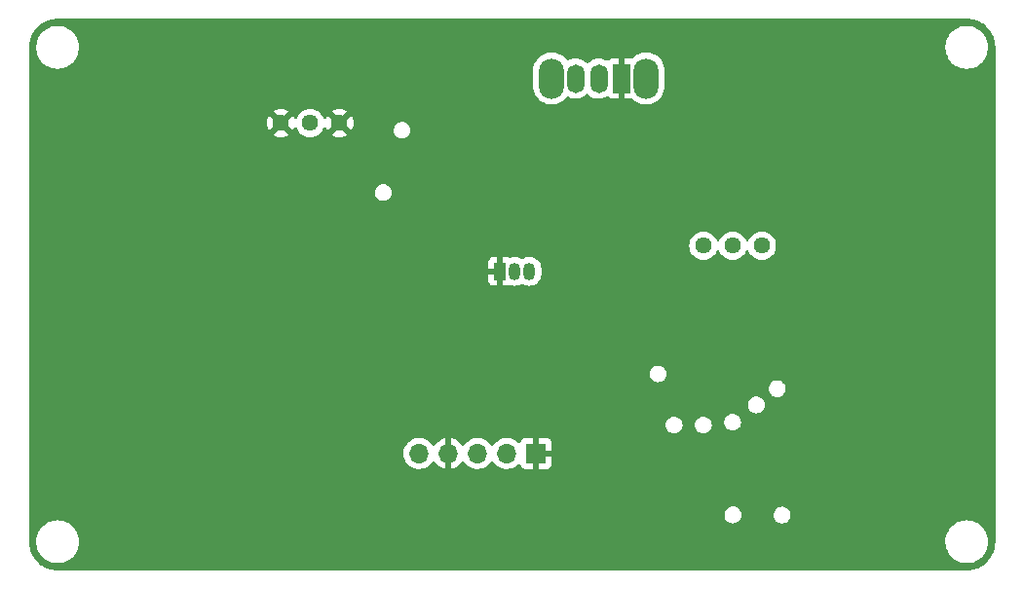
<source format=gbr>
%TF.GenerationSoftware,KiCad,Pcbnew,(6.0.7)*%
%TF.CreationDate,2022-08-18T15:59:35-04:00*%
%TF.ProjectId,RadarProject,52616461-7250-4726-9f6a-6563742e6b69,rev?*%
%TF.SameCoordinates,Original*%
%TF.FileFunction,Copper,L3,Inr*%
%TF.FilePolarity,Positive*%
%FSLAX46Y46*%
G04 Gerber Fmt 4.6, Leading zero omitted, Abs format (unit mm)*
G04 Created by KiCad (PCBNEW (6.0.7)) date 2022-08-18 15:59:35*
%MOMM*%
%LPD*%
G01*
G04 APERTURE LIST*
%TA.AperFunction,ComponentPad*%
%ADD10R,1.700000X1.700000*%
%TD*%
%TA.AperFunction,ComponentPad*%
%ADD11O,1.700000X1.700000*%
%TD*%
%TA.AperFunction,ComponentPad*%
%ADD12O,2.200000X3.500000*%
%TD*%
%TA.AperFunction,ComponentPad*%
%ADD13R,1.500000X2.500000*%
%TD*%
%TA.AperFunction,ComponentPad*%
%ADD14O,1.500000X2.500000*%
%TD*%
%TA.AperFunction,ComponentPad*%
%ADD15C,1.440000*%
%TD*%
%TA.AperFunction,ComponentPad*%
%ADD16R,1.050000X1.500000*%
%TD*%
%TA.AperFunction,ComponentPad*%
%ADD17O,1.050000X1.500000*%
%TD*%
%TA.AperFunction,ViaPad*%
%ADD18C,0.800000*%
%TD*%
G04 APERTURE END LIST*
D10*
%TO.N,Earth*%
%TO.C,J3*%
X64570000Y-58320000D03*
D11*
%TO.N,unconnected-(J3-Pad2)*%
X62030000Y-58320000D03*
%TO.N,Net-(R26-Pad2)*%
X59490000Y-58320000D03*
%TO.N,+5V*%
X56950000Y-58320000D03*
%TO.N,Net-(SW1-Pad3)*%
X54410000Y-58320000D03*
%TD*%
D12*
%TO.N,*%
%TO.C,SW1*%
X65930000Y-25710000D03*
X74130000Y-25710000D03*
D13*
%TO.N,Earth*%
X72030000Y-25710000D03*
D14*
%TO.N,Net-(SW1-Pad2)*%
X70030000Y-25710000D03*
%TO.N,Net-(SW1-Pad3)*%
X68030000Y-25710000D03*
%TD*%
D15*
%TO.N,+5V*%
%TO.C,RV1*%
X47480000Y-29587500D03*
%TO.N,Net-(R8-Pad1)*%
X44940000Y-29587500D03*
%TO.N,Earth*%
X42400000Y-29587500D03*
%TD*%
D16*
%TO.N,Earth*%
%TO.C,Q1*%
X61450000Y-42480000D03*
D17*
%TO.N,Net-(Q1-Pad2)*%
X62720000Y-42480000D03*
%TO.N,Net-(Q1-Pad3)*%
X63990000Y-42480000D03*
%TD*%
D15*
%TO.N,Net-(R12-Pad1)*%
%TO.C,RV2*%
X84190000Y-40247500D03*
X81650000Y-40247500D03*
%TO.N,Net-(R6-Pad2)*%
X79110000Y-40247500D03*
%TD*%
D18*
%TO.N,+5V*%
X56950000Y-56020000D03*
X85260000Y-23330000D03*
X81240000Y-34140000D03*
X68920000Y-30860000D03*
X55100000Y-39060000D03*
X51210000Y-25780000D03*
X22400000Y-32650000D03*
X25590000Y-57150000D03*
X80380000Y-54480000D03*
X79840000Y-64330000D03*
X85620000Y-60970000D03*
X95190000Y-49500000D03*
X77420000Y-44710000D03*
%TD*%
%TA.AperFunction,Conductor*%
%TO.N,Earth*%
G36*
X101970018Y-20510000D02*
G01*
X101984851Y-20512310D01*
X101984855Y-20512310D01*
X101993724Y-20513691D01*
X102010923Y-20511442D01*
X102034863Y-20510609D01*
X102292710Y-20526206D01*
X102307814Y-20528040D01*
X102379786Y-20541229D01*
X102588760Y-20579525D01*
X102603526Y-20583164D01*
X102876231Y-20668142D01*
X102890445Y-20673534D01*
X103108223Y-20771547D01*
X103150906Y-20790757D01*
X103164379Y-20797828D01*
X103408813Y-20945595D01*
X103421334Y-20954238D01*
X103646171Y-21130385D01*
X103657560Y-21140475D01*
X103859525Y-21342440D01*
X103869615Y-21353829D01*
X104045762Y-21578666D01*
X104054405Y-21591187D01*
X104202172Y-21835621D01*
X104209242Y-21849092D01*
X104326466Y-22109555D01*
X104331858Y-22123769D01*
X104371168Y-22249921D01*
X104416836Y-22396473D01*
X104420475Y-22411240D01*
X104444578Y-22542763D01*
X104471960Y-22692186D01*
X104473794Y-22707290D01*
X104488953Y-22957904D01*
X104487692Y-22984716D01*
X104487690Y-22984852D01*
X104486309Y-22993724D01*
X104487473Y-23002626D01*
X104487473Y-23002628D01*
X104490436Y-23025283D01*
X104491500Y-23041621D01*
X104491500Y-65950633D01*
X104490000Y-65970018D01*
X104487690Y-65984851D01*
X104487690Y-65984855D01*
X104486309Y-65993724D01*
X104488558Y-66010919D01*
X104489391Y-66034863D01*
X104473794Y-66292710D01*
X104471960Y-66307814D01*
X104470605Y-66315209D01*
X104423410Y-66572750D01*
X104420477Y-66588754D01*
X104416836Y-66603526D01*
X104349847Y-66818503D01*
X104331859Y-66876227D01*
X104326466Y-66890445D01*
X104209243Y-67150906D01*
X104202172Y-67164379D01*
X104054405Y-67408813D01*
X104045762Y-67421334D01*
X103869615Y-67646171D01*
X103859525Y-67657560D01*
X103657560Y-67859525D01*
X103646171Y-67869615D01*
X103421334Y-68045762D01*
X103408813Y-68054405D01*
X103164379Y-68202172D01*
X103150908Y-68209242D01*
X102890445Y-68326466D01*
X102876231Y-68331858D01*
X102603527Y-68416836D01*
X102588760Y-68420475D01*
X102379786Y-68458771D01*
X102307814Y-68471960D01*
X102292710Y-68473794D01*
X102042096Y-68488953D01*
X102015284Y-68487692D01*
X102015148Y-68487690D01*
X102006276Y-68486309D01*
X101997374Y-68487473D01*
X101997372Y-68487473D01*
X101982707Y-68489391D01*
X101974714Y-68490436D01*
X101958379Y-68491500D01*
X23049367Y-68491500D01*
X23029982Y-68490000D01*
X23015149Y-68487690D01*
X23015145Y-68487690D01*
X23006276Y-68486309D01*
X22989077Y-68488558D01*
X22965137Y-68489391D01*
X22707290Y-68473794D01*
X22692186Y-68471960D01*
X22620214Y-68458771D01*
X22411240Y-68420475D01*
X22396473Y-68416836D01*
X22123769Y-68331858D01*
X22109555Y-68326466D01*
X21849092Y-68209242D01*
X21835621Y-68202172D01*
X21591187Y-68054405D01*
X21578666Y-68045762D01*
X21353829Y-67869615D01*
X21342440Y-67859525D01*
X21140475Y-67657560D01*
X21130385Y-67646171D01*
X20954238Y-67421334D01*
X20945595Y-67408813D01*
X20797828Y-67164379D01*
X20790757Y-67150906D01*
X20673534Y-66890445D01*
X20668141Y-66876227D01*
X20650154Y-66818503D01*
X20583164Y-66603526D01*
X20579523Y-66588754D01*
X20576591Y-66572750D01*
X20529395Y-66315209D01*
X20528040Y-66307814D01*
X20526206Y-66292710D01*
X20511269Y-66045768D01*
X20511454Y-66042277D01*
X21137009Y-66042277D01*
X21162625Y-66310769D01*
X21163710Y-66315203D01*
X21163711Y-66315209D01*
X21225645Y-66568312D01*
X21226731Y-66572750D01*
X21327985Y-66822733D01*
X21464265Y-67055482D01*
X21467118Y-67059049D01*
X21584686Y-67206060D01*
X21632716Y-67266119D01*
X21829809Y-67450234D01*
X22051416Y-67603968D01*
X22055499Y-67605999D01*
X22055502Y-67606001D01*
X22136248Y-67646171D01*
X22292894Y-67724101D01*
X22297228Y-67725522D01*
X22297231Y-67725523D01*
X22544853Y-67806698D01*
X22544859Y-67806699D01*
X22549186Y-67808118D01*
X22553677Y-67808898D01*
X22553678Y-67808898D01*
X22811140Y-67853601D01*
X22811148Y-67853602D01*
X22814921Y-67854257D01*
X22818758Y-67854448D01*
X22898578Y-67858422D01*
X22898586Y-67858422D01*
X22900149Y-67858500D01*
X23068512Y-67858500D01*
X23070780Y-67858335D01*
X23070792Y-67858335D01*
X23201884Y-67848823D01*
X23269004Y-67843953D01*
X23273459Y-67842969D01*
X23273462Y-67842969D01*
X23527912Y-67786791D01*
X23527916Y-67786790D01*
X23532372Y-67785806D01*
X23658480Y-67738028D01*
X23780318Y-67691868D01*
X23780321Y-67691867D01*
X23784588Y-67690250D01*
X24020368Y-67559286D01*
X24234773Y-67395657D01*
X24423312Y-67202792D01*
X24582034Y-66984730D01*
X24665190Y-66826676D01*
X24705490Y-66750079D01*
X24705493Y-66750073D01*
X24707615Y-66746039D01*
X24729065Y-66685300D01*
X24795902Y-66496033D01*
X24795902Y-66496032D01*
X24797425Y-66491720D01*
X24833090Y-66310769D01*
X24848700Y-66231572D01*
X24848701Y-66231566D01*
X24849581Y-66227100D01*
X24858782Y-66042277D01*
X100137009Y-66042277D01*
X100162625Y-66310769D01*
X100163710Y-66315203D01*
X100163711Y-66315209D01*
X100225645Y-66568312D01*
X100226731Y-66572750D01*
X100327985Y-66822733D01*
X100464265Y-67055482D01*
X100467118Y-67059049D01*
X100584686Y-67206060D01*
X100632716Y-67266119D01*
X100829809Y-67450234D01*
X101051416Y-67603968D01*
X101055499Y-67605999D01*
X101055502Y-67606001D01*
X101136248Y-67646171D01*
X101292894Y-67724101D01*
X101297228Y-67725522D01*
X101297231Y-67725523D01*
X101544853Y-67806698D01*
X101544859Y-67806699D01*
X101549186Y-67808118D01*
X101553677Y-67808898D01*
X101553678Y-67808898D01*
X101811140Y-67853601D01*
X101811148Y-67853602D01*
X101814921Y-67854257D01*
X101818758Y-67854448D01*
X101898578Y-67858422D01*
X101898586Y-67858422D01*
X101900149Y-67858500D01*
X102068512Y-67858500D01*
X102070780Y-67858335D01*
X102070792Y-67858335D01*
X102201884Y-67848823D01*
X102269004Y-67843953D01*
X102273459Y-67842969D01*
X102273462Y-67842969D01*
X102527912Y-67786791D01*
X102527916Y-67786790D01*
X102532372Y-67785806D01*
X102658480Y-67738028D01*
X102780318Y-67691868D01*
X102780321Y-67691867D01*
X102784588Y-67690250D01*
X103020368Y-67559286D01*
X103234773Y-67395657D01*
X103423312Y-67202792D01*
X103582034Y-66984730D01*
X103665190Y-66826676D01*
X103705490Y-66750079D01*
X103705493Y-66750073D01*
X103707615Y-66746039D01*
X103729065Y-66685300D01*
X103795902Y-66496033D01*
X103795902Y-66496032D01*
X103797425Y-66491720D01*
X103833090Y-66310769D01*
X103848700Y-66231572D01*
X103848701Y-66231566D01*
X103849581Y-66227100D01*
X103858782Y-66042277D01*
X103862764Y-65962292D01*
X103862764Y-65962286D01*
X103862991Y-65957723D01*
X103837375Y-65689231D01*
X103792042Y-65503967D01*
X103774355Y-65431688D01*
X103773269Y-65427250D01*
X103672015Y-65177267D01*
X103535735Y-64944518D01*
X103417928Y-64797208D01*
X103370136Y-64737447D01*
X103370135Y-64737445D01*
X103367284Y-64733881D01*
X103170191Y-64549766D01*
X102948584Y-64396032D01*
X102944501Y-64394001D01*
X102944498Y-64393999D01*
X102804432Y-64324318D01*
X102707106Y-64275899D01*
X102702772Y-64274478D01*
X102702769Y-64274477D01*
X102455147Y-64193302D01*
X102455141Y-64193301D01*
X102450814Y-64191882D01*
X102446322Y-64191102D01*
X102188860Y-64146399D01*
X102188852Y-64146398D01*
X102185079Y-64145743D01*
X102173817Y-64145182D01*
X102101422Y-64141578D01*
X102101414Y-64141578D01*
X102099851Y-64141500D01*
X101931488Y-64141500D01*
X101929220Y-64141665D01*
X101929208Y-64141665D01*
X101798116Y-64151177D01*
X101730996Y-64156047D01*
X101726541Y-64157031D01*
X101726538Y-64157031D01*
X101472088Y-64213209D01*
X101472084Y-64213210D01*
X101467628Y-64214194D01*
X101382131Y-64246586D01*
X101219682Y-64308132D01*
X101219679Y-64308133D01*
X101215412Y-64309750D01*
X100979632Y-64440714D01*
X100765227Y-64604343D01*
X100576688Y-64797208D01*
X100417966Y-65015270D01*
X100415844Y-65019304D01*
X100294510Y-65249921D01*
X100294507Y-65249927D01*
X100292385Y-65253961D01*
X100290865Y-65258266D01*
X100290863Y-65258270D01*
X100204098Y-65503967D01*
X100202575Y-65508280D01*
X100150419Y-65772900D01*
X100150192Y-65777453D01*
X100150192Y-65777456D01*
X100137878Y-66024823D01*
X100137009Y-66042277D01*
X24858782Y-66042277D01*
X24862764Y-65962292D01*
X24862764Y-65962286D01*
X24862991Y-65957723D01*
X24837375Y-65689231D01*
X24792042Y-65503967D01*
X24774355Y-65431688D01*
X24773269Y-65427250D01*
X24672015Y-65177267D01*
X24535735Y-64944518D01*
X24417928Y-64797208D01*
X24370136Y-64737447D01*
X24370135Y-64737445D01*
X24367284Y-64733881D01*
X24170191Y-64549766D01*
X23948584Y-64396032D01*
X23944501Y-64394001D01*
X23944498Y-64393999D01*
X23815853Y-64330000D01*
X78926496Y-64330000D01*
X78927186Y-64336565D01*
X78934854Y-64409518D01*
X78946458Y-64519928D01*
X79005473Y-64701556D01*
X79100960Y-64866944D01*
X79228747Y-65008866D01*
X79383248Y-65121118D01*
X79389276Y-65123802D01*
X79389278Y-65123803D01*
X79500505Y-65173324D01*
X79557712Y-65198794D01*
X79651113Y-65218647D01*
X79738056Y-65237128D01*
X79738061Y-65237128D01*
X79744513Y-65238500D01*
X79935487Y-65238500D01*
X79941939Y-65237128D01*
X79941944Y-65237128D01*
X80028887Y-65218647D01*
X80122288Y-65198794D01*
X80179495Y-65173324D01*
X80290722Y-65123803D01*
X80290724Y-65123802D01*
X80296752Y-65121118D01*
X80451253Y-65008866D01*
X80579040Y-64866944D01*
X80674527Y-64701556D01*
X80733542Y-64519928D01*
X80745147Y-64409518D01*
X80752814Y-64336565D01*
X80753504Y-64330000D01*
X80743761Y-64237303D01*
X80734232Y-64146635D01*
X80734232Y-64146633D01*
X80733542Y-64140072D01*
X80674527Y-63958444D01*
X80579040Y-63793056D01*
X80478561Y-63681462D01*
X80456773Y-63657264D01*
X80946961Y-63657264D01*
X80962910Y-63819922D01*
X80965134Y-63826607D01*
X80965134Y-63826608D01*
X80976181Y-63859817D01*
X81014499Y-63975005D01*
X81099165Y-64114804D01*
X81212698Y-64232371D01*
X81218590Y-64236226D01*
X81218594Y-64236230D01*
X81302553Y-64291171D01*
X81349457Y-64321864D01*
X81376347Y-64331864D01*
X81496048Y-64376380D01*
X81496051Y-64376381D01*
X81502645Y-64378833D01*
X81509622Y-64379764D01*
X81657666Y-64399518D01*
X81657670Y-64399518D01*
X81664647Y-64400449D01*
X81671658Y-64399811D01*
X81671662Y-64399811D01*
X81820391Y-64386275D01*
X81827412Y-64385636D01*
X81834114Y-64383458D01*
X81834116Y-64383458D01*
X81976152Y-64337308D01*
X81976155Y-64337307D01*
X81982851Y-64335131D01*
X81988902Y-64331524D01*
X82117186Y-64255052D01*
X82117188Y-64255051D01*
X82123238Y-64251444D01*
X82241595Y-64138734D01*
X82332040Y-64002603D01*
X82383779Y-63866400D01*
X82387578Y-63856400D01*
X82387579Y-63856395D01*
X82390078Y-63849817D01*
X82391058Y-63842845D01*
X82412273Y-63691893D01*
X82412273Y-63691888D01*
X82412824Y-63687970D01*
X82412970Y-63677500D01*
X82413055Y-63671462D01*
X82413055Y-63671456D01*
X82413110Y-63667500D01*
X82413084Y-63667264D01*
X85216961Y-63667264D01*
X85232910Y-63829922D01*
X85235134Y-63836607D01*
X85235134Y-63836608D01*
X85258705Y-63907464D01*
X85284499Y-63985005D01*
X85288148Y-63991030D01*
X85363109Y-64114804D01*
X85369165Y-64124804D01*
X85374056Y-64129869D01*
X85374057Y-64129870D01*
X85390019Y-64146399D01*
X85482698Y-64242371D01*
X85488590Y-64246226D01*
X85488594Y-64246230D01*
X85537042Y-64277933D01*
X85619457Y-64331864D01*
X85655132Y-64345131D01*
X85766048Y-64386380D01*
X85766051Y-64386381D01*
X85772645Y-64388833D01*
X85779622Y-64389764D01*
X85927666Y-64409518D01*
X85927670Y-64409518D01*
X85934647Y-64410449D01*
X85941658Y-64409811D01*
X85941662Y-64409811D01*
X86090391Y-64396275D01*
X86097412Y-64395636D01*
X86104114Y-64393458D01*
X86104116Y-64393458D01*
X86246152Y-64347308D01*
X86246155Y-64347307D01*
X86252851Y-64345131D01*
X86281575Y-64328008D01*
X86387186Y-64265052D01*
X86387188Y-64265051D01*
X86393238Y-64261444D01*
X86511595Y-64148734D01*
X86602040Y-64012603D01*
X86624787Y-63952721D01*
X86657578Y-63866400D01*
X86657579Y-63866395D01*
X86660078Y-63859817D01*
X86661058Y-63852845D01*
X86682273Y-63701893D01*
X86682273Y-63701888D01*
X86682824Y-63697970D01*
X86683110Y-63677500D01*
X86664892Y-63515081D01*
X86611142Y-63360734D01*
X86524534Y-63222130D01*
X86519572Y-63217133D01*
X86414333Y-63111157D01*
X86414329Y-63111154D01*
X86409370Y-63106160D01*
X86393536Y-63096111D01*
X86356440Y-63072569D01*
X86271374Y-63018585D01*
X86246835Y-63009847D01*
X86124041Y-62966122D01*
X86124036Y-62966121D01*
X86117406Y-62963760D01*
X86110418Y-62962927D01*
X86110415Y-62962926D01*
X85999476Y-62949697D01*
X85955118Y-62944408D01*
X85948115Y-62945144D01*
X85948114Y-62945144D01*
X85799575Y-62960756D01*
X85799573Y-62960757D01*
X85792575Y-62961492D01*
X85711273Y-62989169D01*
X85644527Y-63011891D01*
X85644524Y-63011892D01*
X85637857Y-63014162D01*
X85498652Y-63099801D01*
X85487056Y-63111157D01*
X85389049Y-63207133D01*
X85381880Y-63214153D01*
X85293345Y-63351534D01*
X85290936Y-63358154D01*
X85290935Y-63358155D01*
X85267879Y-63421500D01*
X85237446Y-63505115D01*
X85216961Y-63667264D01*
X82413084Y-63667264D01*
X82399119Y-63542763D01*
X82395677Y-63512077D01*
X82395676Y-63512075D01*
X82394892Y-63505081D01*
X82341142Y-63350734D01*
X82283774Y-63258924D01*
X82258266Y-63218102D01*
X82258264Y-63218100D01*
X82254534Y-63212130D01*
X82249572Y-63207133D01*
X82144333Y-63101157D01*
X82144329Y-63101154D01*
X82139370Y-63096160D01*
X82123536Y-63086111D01*
X82017131Y-63018585D01*
X82001374Y-63008585D01*
X81976835Y-62999847D01*
X81854041Y-62956122D01*
X81854036Y-62956121D01*
X81847406Y-62953760D01*
X81840418Y-62952927D01*
X81840415Y-62952926D01*
X81729476Y-62939697D01*
X81685118Y-62934408D01*
X81678115Y-62935144D01*
X81678114Y-62935144D01*
X81529575Y-62950756D01*
X81529573Y-62950757D01*
X81522575Y-62951492D01*
X81441273Y-62979169D01*
X81374527Y-63001891D01*
X81374524Y-63001892D01*
X81367857Y-63004162D01*
X81361858Y-63007852D01*
X81361857Y-63007853D01*
X81338270Y-63022364D01*
X81228652Y-63089801D01*
X81111880Y-63204153D01*
X81023345Y-63341534D01*
X81020936Y-63348154D01*
X81020935Y-63348155D01*
X81017295Y-63358155D01*
X80967446Y-63495115D01*
X80946961Y-63657264D01*
X80456773Y-63657264D01*
X80455675Y-63656045D01*
X80455674Y-63656044D01*
X80451253Y-63651134D01*
X80296752Y-63538882D01*
X80290724Y-63536198D01*
X80290722Y-63536197D01*
X80128319Y-63463891D01*
X80128318Y-63463891D01*
X80122288Y-63461206D01*
X80028887Y-63441353D01*
X79941944Y-63422872D01*
X79941939Y-63422872D01*
X79935487Y-63421500D01*
X79744513Y-63421500D01*
X79738061Y-63422872D01*
X79738056Y-63422872D01*
X79651113Y-63441353D01*
X79557712Y-63461206D01*
X79551682Y-63463891D01*
X79551681Y-63463891D01*
X79389278Y-63536197D01*
X79389276Y-63536198D01*
X79383248Y-63538882D01*
X79228747Y-63651134D01*
X79224326Y-63656044D01*
X79224325Y-63656045D01*
X79201440Y-63681462D01*
X79100960Y-63793056D01*
X79005473Y-63958444D01*
X78946458Y-64140072D01*
X78945768Y-64146633D01*
X78945768Y-64146635D01*
X78936239Y-64237303D01*
X78926496Y-64330000D01*
X23815853Y-64330000D01*
X23804432Y-64324318D01*
X23707106Y-64275899D01*
X23702772Y-64274478D01*
X23702769Y-64274477D01*
X23455147Y-64193302D01*
X23455141Y-64193301D01*
X23450814Y-64191882D01*
X23446322Y-64191102D01*
X23188860Y-64146399D01*
X23188852Y-64146398D01*
X23185079Y-64145743D01*
X23173817Y-64145182D01*
X23101422Y-64141578D01*
X23101414Y-64141578D01*
X23099851Y-64141500D01*
X22931488Y-64141500D01*
X22929220Y-64141665D01*
X22929208Y-64141665D01*
X22798116Y-64151177D01*
X22730996Y-64156047D01*
X22726541Y-64157031D01*
X22726538Y-64157031D01*
X22472088Y-64213209D01*
X22472084Y-64213210D01*
X22467628Y-64214194D01*
X22382131Y-64246586D01*
X22219682Y-64308132D01*
X22219679Y-64308133D01*
X22215412Y-64309750D01*
X21979632Y-64440714D01*
X21765227Y-64604343D01*
X21576688Y-64797208D01*
X21417966Y-65015270D01*
X21415844Y-65019304D01*
X21294510Y-65249921D01*
X21294507Y-65249927D01*
X21292385Y-65253961D01*
X21290865Y-65258266D01*
X21290863Y-65258270D01*
X21204098Y-65503967D01*
X21202575Y-65508280D01*
X21150419Y-65772900D01*
X21150192Y-65777453D01*
X21150192Y-65777456D01*
X21137878Y-66024823D01*
X21137009Y-66042277D01*
X20511454Y-66042277D01*
X20512520Y-66022216D01*
X20512334Y-66022199D01*
X20512769Y-66017350D01*
X20513576Y-66012552D01*
X20513729Y-66000000D01*
X20509773Y-65972376D01*
X20508500Y-65954514D01*
X20508500Y-60970000D01*
X84706496Y-60970000D01*
X84726458Y-61159928D01*
X84785473Y-61341556D01*
X84880960Y-61506944D01*
X85008747Y-61648866D01*
X85163248Y-61761118D01*
X85169276Y-61763802D01*
X85169278Y-61763803D01*
X85331681Y-61836109D01*
X85337712Y-61838794D01*
X85431112Y-61858647D01*
X85518056Y-61877128D01*
X85518061Y-61877128D01*
X85524513Y-61878500D01*
X85715487Y-61878500D01*
X85721939Y-61877128D01*
X85721944Y-61877128D01*
X85808888Y-61858647D01*
X85902288Y-61838794D01*
X85908319Y-61836109D01*
X86070722Y-61763803D01*
X86070724Y-61763802D01*
X86076752Y-61761118D01*
X86231253Y-61648866D01*
X86359040Y-61506944D01*
X86454527Y-61341556D01*
X86513542Y-61159928D01*
X86533504Y-60970000D01*
X86513542Y-60780072D01*
X86454527Y-60598444D01*
X86359040Y-60433056D01*
X86231253Y-60291134D01*
X86076752Y-60178882D01*
X86070724Y-60176198D01*
X86070722Y-60176197D01*
X85908319Y-60103891D01*
X85908318Y-60103891D01*
X85902288Y-60101206D01*
X85808887Y-60081353D01*
X85721944Y-60062872D01*
X85721939Y-60062872D01*
X85715487Y-60061500D01*
X85524513Y-60061500D01*
X85518061Y-60062872D01*
X85518056Y-60062872D01*
X85431113Y-60081353D01*
X85337712Y-60101206D01*
X85331682Y-60103891D01*
X85331681Y-60103891D01*
X85169278Y-60176197D01*
X85169276Y-60176198D01*
X85163248Y-60178882D01*
X85008747Y-60291134D01*
X84880960Y-60433056D01*
X84785473Y-60598444D01*
X84726458Y-60780072D01*
X84706496Y-60970000D01*
X20508500Y-60970000D01*
X20508500Y-58286695D01*
X53047251Y-58286695D01*
X53060110Y-58509715D01*
X53061247Y-58514761D01*
X53061248Y-58514767D01*
X53075606Y-58578475D01*
X53109222Y-58727639D01*
X53193266Y-58934616D01*
X53244942Y-59018944D01*
X53307291Y-59120688D01*
X53309987Y-59125088D01*
X53456250Y-59293938D01*
X53628126Y-59436632D01*
X53821000Y-59549338D01*
X54029692Y-59629030D01*
X54034760Y-59630061D01*
X54034763Y-59630062D01*
X54142017Y-59651883D01*
X54248597Y-59673567D01*
X54253772Y-59673757D01*
X54253774Y-59673757D01*
X54466673Y-59681564D01*
X54466677Y-59681564D01*
X54471837Y-59681753D01*
X54476957Y-59681097D01*
X54476959Y-59681097D01*
X54688288Y-59654025D01*
X54688289Y-59654025D01*
X54693416Y-59653368D01*
X54698366Y-59651883D01*
X54902429Y-59590661D01*
X54902434Y-59590659D01*
X54907384Y-59589174D01*
X55107994Y-59490896D01*
X55289860Y-59361173D01*
X55448096Y-59203489D01*
X55507594Y-59120689D01*
X55578453Y-59022077D01*
X55579776Y-59023028D01*
X55626645Y-58979857D01*
X55696580Y-58967625D01*
X55762026Y-58995144D01*
X55789875Y-59026994D01*
X55849987Y-59125088D01*
X55996250Y-59293938D01*
X56168126Y-59436632D01*
X56361000Y-59549338D01*
X56569692Y-59629030D01*
X56574760Y-59630061D01*
X56574763Y-59630062D01*
X56682017Y-59651883D01*
X56788597Y-59673567D01*
X56793772Y-59673757D01*
X56793774Y-59673757D01*
X57006673Y-59681564D01*
X57006677Y-59681564D01*
X57011837Y-59681753D01*
X57016957Y-59681097D01*
X57016959Y-59681097D01*
X57228288Y-59654025D01*
X57228289Y-59654025D01*
X57233416Y-59653368D01*
X57238366Y-59651883D01*
X57442429Y-59590661D01*
X57442434Y-59590659D01*
X57447384Y-59589174D01*
X57647994Y-59490896D01*
X57829860Y-59361173D01*
X57988096Y-59203489D01*
X58047594Y-59120689D01*
X58118453Y-59022077D01*
X58119776Y-59023028D01*
X58166645Y-58979857D01*
X58236580Y-58967625D01*
X58302026Y-58995144D01*
X58329875Y-59026994D01*
X58389987Y-59125088D01*
X58536250Y-59293938D01*
X58708126Y-59436632D01*
X58901000Y-59549338D01*
X59109692Y-59629030D01*
X59114760Y-59630061D01*
X59114763Y-59630062D01*
X59222017Y-59651883D01*
X59328597Y-59673567D01*
X59333772Y-59673757D01*
X59333774Y-59673757D01*
X59546673Y-59681564D01*
X59546677Y-59681564D01*
X59551837Y-59681753D01*
X59556957Y-59681097D01*
X59556959Y-59681097D01*
X59768288Y-59654025D01*
X59768289Y-59654025D01*
X59773416Y-59653368D01*
X59778366Y-59651883D01*
X59982429Y-59590661D01*
X59982434Y-59590659D01*
X59987384Y-59589174D01*
X60187994Y-59490896D01*
X60369860Y-59361173D01*
X60528096Y-59203489D01*
X60587594Y-59120689D01*
X60658453Y-59022077D01*
X60659776Y-59023028D01*
X60706645Y-58979857D01*
X60776580Y-58967625D01*
X60842026Y-58995144D01*
X60869875Y-59026994D01*
X60929987Y-59125088D01*
X61076250Y-59293938D01*
X61248126Y-59436632D01*
X61441000Y-59549338D01*
X61649692Y-59629030D01*
X61654760Y-59630061D01*
X61654763Y-59630062D01*
X61762017Y-59651883D01*
X61868597Y-59673567D01*
X61873772Y-59673757D01*
X61873774Y-59673757D01*
X62086673Y-59681564D01*
X62086677Y-59681564D01*
X62091837Y-59681753D01*
X62096957Y-59681097D01*
X62096959Y-59681097D01*
X62308288Y-59654025D01*
X62308289Y-59654025D01*
X62313416Y-59653368D01*
X62318366Y-59651883D01*
X62522429Y-59590661D01*
X62522434Y-59590659D01*
X62527384Y-59589174D01*
X62727994Y-59490896D01*
X62909860Y-59361173D01*
X62977331Y-59293938D01*
X63018479Y-59252933D01*
X63080851Y-59219017D01*
X63151658Y-59224205D01*
X63208419Y-59266851D01*
X63225401Y-59297954D01*
X63266676Y-59408054D01*
X63275214Y-59423649D01*
X63351715Y-59525724D01*
X63364276Y-59538285D01*
X63466351Y-59614786D01*
X63481946Y-59623324D01*
X63602394Y-59668478D01*
X63617649Y-59672105D01*
X63668514Y-59677631D01*
X63675328Y-59678000D01*
X64297885Y-59678000D01*
X64313124Y-59673525D01*
X64314329Y-59672135D01*
X64316000Y-59664452D01*
X64316000Y-59659884D01*
X64824000Y-59659884D01*
X64828475Y-59675123D01*
X64829865Y-59676328D01*
X64837548Y-59677999D01*
X65464669Y-59677999D01*
X65471490Y-59677629D01*
X65522352Y-59672105D01*
X65537604Y-59668479D01*
X65658054Y-59623324D01*
X65673649Y-59614786D01*
X65775724Y-59538285D01*
X65788285Y-59525724D01*
X65864786Y-59423649D01*
X65873324Y-59408054D01*
X65918478Y-59287606D01*
X65922105Y-59272351D01*
X65927631Y-59221486D01*
X65928000Y-59214672D01*
X65928000Y-58592115D01*
X65923525Y-58576876D01*
X65922135Y-58575671D01*
X65914452Y-58574000D01*
X64842115Y-58574000D01*
X64826876Y-58578475D01*
X64825671Y-58579865D01*
X64824000Y-58587548D01*
X64824000Y-59659884D01*
X64316000Y-59659884D01*
X64316000Y-58047885D01*
X64824000Y-58047885D01*
X64828475Y-58063124D01*
X64829865Y-58064329D01*
X64837548Y-58066000D01*
X65909884Y-58066000D01*
X65925123Y-58061525D01*
X65926328Y-58060135D01*
X65927999Y-58052452D01*
X65927999Y-57425331D01*
X65927629Y-57418510D01*
X65922105Y-57367648D01*
X65918479Y-57352396D01*
X65873324Y-57231946D01*
X65864786Y-57216351D01*
X65788285Y-57114276D01*
X65775724Y-57101715D01*
X65673649Y-57025214D01*
X65658054Y-57016676D01*
X65537606Y-56971522D01*
X65522351Y-56967895D01*
X65471486Y-56962369D01*
X65464672Y-56962000D01*
X64842115Y-56962000D01*
X64826876Y-56966475D01*
X64825671Y-56967865D01*
X64824000Y-56975548D01*
X64824000Y-58047885D01*
X64316000Y-58047885D01*
X64316000Y-56980116D01*
X64311525Y-56964877D01*
X64310135Y-56963672D01*
X64302452Y-56962001D01*
X63675331Y-56962001D01*
X63668510Y-56962371D01*
X63617648Y-56967895D01*
X63602396Y-56971521D01*
X63481946Y-57016676D01*
X63466351Y-57025214D01*
X63364276Y-57101715D01*
X63351715Y-57114276D01*
X63275214Y-57216351D01*
X63266676Y-57231946D01*
X63225297Y-57342322D01*
X63182655Y-57399087D01*
X63116093Y-57423786D01*
X63046744Y-57408578D01*
X63014121Y-57382891D01*
X62963151Y-57326876D01*
X62963145Y-57326870D01*
X62959670Y-57323051D01*
X62955619Y-57319852D01*
X62955615Y-57319848D01*
X62788414Y-57187800D01*
X62788410Y-57187798D01*
X62784359Y-57184598D01*
X62588789Y-57076638D01*
X62583920Y-57074914D01*
X62583916Y-57074912D01*
X62383087Y-57003795D01*
X62383083Y-57003794D01*
X62378212Y-57002069D01*
X62373119Y-57001162D01*
X62373116Y-57001161D01*
X62163373Y-56963800D01*
X62163367Y-56963799D01*
X62158284Y-56962894D01*
X62084452Y-56961992D01*
X61940081Y-56960228D01*
X61940079Y-56960228D01*
X61934911Y-56960165D01*
X61714091Y-56993955D01*
X61501756Y-57063357D01*
X61471443Y-57079137D01*
X61335317Y-57150000D01*
X61303607Y-57166507D01*
X61299474Y-57169610D01*
X61299471Y-57169612D01*
X61216450Y-57231946D01*
X61124965Y-57300635D01*
X60970629Y-57462138D01*
X60863201Y-57619621D01*
X60808293Y-57664621D01*
X60737768Y-57672792D01*
X60674021Y-57641538D01*
X60653324Y-57617054D01*
X60572822Y-57492617D01*
X60572820Y-57492614D01*
X60570014Y-57488277D01*
X60419670Y-57323051D01*
X60415619Y-57319852D01*
X60415615Y-57319848D01*
X60248414Y-57187800D01*
X60248410Y-57187798D01*
X60244359Y-57184598D01*
X60048789Y-57076638D01*
X60043920Y-57074914D01*
X60043916Y-57074912D01*
X59843087Y-57003795D01*
X59843083Y-57003794D01*
X59838212Y-57002069D01*
X59833119Y-57001162D01*
X59833116Y-57001161D01*
X59623373Y-56963800D01*
X59623367Y-56963799D01*
X59618284Y-56962894D01*
X59544452Y-56961992D01*
X59400081Y-56960228D01*
X59400079Y-56960228D01*
X59394911Y-56960165D01*
X59174091Y-56993955D01*
X58961756Y-57063357D01*
X58931443Y-57079137D01*
X58795317Y-57150000D01*
X58763607Y-57166507D01*
X58759474Y-57169610D01*
X58759471Y-57169612D01*
X58676450Y-57231946D01*
X58584965Y-57300635D01*
X58430629Y-57462138D01*
X58323201Y-57619621D01*
X58268293Y-57664621D01*
X58197768Y-57672792D01*
X58134021Y-57641538D01*
X58113324Y-57617054D01*
X58032822Y-57492617D01*
X58032820Y-57492614D01*
X58030014Y-57488277D01*
X57879670Y-57323051D01*
X57875619Y-57319852D01*
X57875615Y-57319848D01*
X57708414Y-57187800D01*
X57708410Y-57187798D01*
X57704359Y-57184598D01*
X57508789Y-57076638D01*
X57478034Y-57065747D01*
X57417272Y-57044230D01*
X57359735Y-57002636D01*
X57333819Y-56936538D01*
X57347753Y-56866923D01*
X57396330Y-56816339D01*
X57400726Y-56813801D01*
X57406752Y-56811118D01*
X57561253Y-56698866D01*
X57667876Y-56580449D01*
X57684621Y-56561852D01*
X57684622Y-56561851D01*
X57689040Y-56556944D01*
X57770076Y-56416586D01*
X57781223Y-56397279D01*
X57781224Y-56397278D01*
X57784527Y-56391556D01*
X57843542Y-56209928D01*
X57847047Y-56176586D01*
X57862814Y-56026565D01*
X57863504Y-56020000D01*
X57847109Y-55864009D01*
X57844298Y-55837264D01*
X75836961Y-55837264D01*
X75852910Y-55999922D01*
X75855134Y-56006607D01*
X75855134Y-56006608D01*
X75865837Y-56038781D01*
X75904499Y-56155005D01*
X75908148Y-56161030D01*
X75983109Y-56284804D01*
X75989165Y-56294804D01*
X75994056Y-56299869D01*
X75994057Y-56299870D01*
X76003612Y-56309764D01*
X76102698Y-56412371D01*
X76108590Y-56416226D01*
X76108594Y-56416230D01*
X76186563Y-56467251D01*
X76239457Y-56501864D01*
X76275132Y-56515131D01*
X76386048Y-56556380D01*
X76386051Y-56556381D01*
X76392645Y-56558833D01*
X76399622Y-56559764D01*
X76547666Y-56579518D01*
X76547670Y-56579518D01*
X76554647Y-56580449D01*
X76561658Y-56579811D01*
X76561662Y-56579811D01*
X76710391Y-56566275D01*
X76717412Y-56565636D01*
X76724114Y-56563458D01*
X76724116Y-56563458D01*
X76866152Y-56517308D01*
X76866155Y-56517307D01*
X76872851Y-56515131D01*
X76901575Y-56498008D01*
X77007186Y-56435052D01*
X77007188Y-56435051D01*
X77013238Y-56431444D01*
X77131595Y-56318734D01*
X77222040Y-56182603D01*
X77272461Y-56049870D01*
X77277578Y-56036400D01*
X77277579Y-56036395D01*
X77280078Y-56029817D01*
X77281458Y-56020000D01*
X77302273Y-55871893D01*
X77302273Y-55871888D01*
X77302824Y-55867970D01*
X77303110Y-55847500D01*
X77300840Y-55827264D01*
X78376961Y-55827264D01*
X78392910Y-55989922D01*
X78395134Y-55996607D01*
X78395134Y-55996608D01*
X78405099Y-56026565D01*
X78444499Y-56145005D01*
X78448148Y-56151030D01*
X78517251Y-56265131D01*
X78529165Y-56284804D01*
X78534056Y-56289869D01*
X78534057Y-56289870D01*
X78556261Y-56312863D01*
X78642698Y-56402371D01*
X78648590Y-56406226D01*
X78648594Y-56406230D01*
X78732553Y-56461171D01*
X78779457Y-56491864D01*
X78806347Y-56501864D01*
X78926048Y-56546380D01*
X78926051Y-56546381D01*
X78932645Y-56548833D01*
X78939622Y-56549764D01*
X79087666Y-56569518D01*
X79087670Y-56569518D01*
X79094647Y-56570449D01*
X79101658Y-56569811D01*
X79101662Y-56569811D01*
X79250391Y-56556275D01*
X79257412Y-56555636D01*
X79264114Y-56553458D01*
X79264116Y-56553458D01*
X79406152Y-56507308D01*
X79406155Y-56507307D01*
X79412851Y-56505131D01*
X79441575Y-56488008D01*
X79547186Y-56425052D01*
X79547188Y-56425051D01*
X79553238Y-56421444D01*
X79671595Y-56308734D01*
X79762040Y-56172603D01*
X79775470Y-56137247D01*
X79817578Y-56026400D01*
X79817579Y-56026395D01*
X79820078Y-56019817D01*
X79821058Y-56012845D01*
X79842273Y-55861893D01*
X79842273Y-55861888D01*
X79842824Y-55857970D01*
X79842970Y-55847500D01*
X79843055Y-55841462D01*
X79843055Y-55841456D01*
X79843110Y-55837500D01*
X79833287Y-55749922D01*
X79825677Y-55682077D01*
X79825676Y-55682075D01*
X79824892Y-55675081D01*
X79771142Y-55520734D01*
X79767408Y-55514759D01*
X79767406Y-55514754D01*
X79702502Y-55410884D01*
X79683366Y-55342515D01*
X79704232Y-55274654D01*
X79758473Y-55228846D01*
X79828870Y-55219635D01*
X79883417Y-55242179D01*
X79914456Y-55264730D01*
X79923248Y-55271118D01*
X79929276Y-55273802D01*
X79929278Y-55273803D01*
X80091681Y-55346109D01*
X80097712Y-55348794D01*
X80191113Y-55368647D01*
X80278056Y-55387128D01*
X80278061Y-55387128D01*
X80284513Y-55388500D01*
X80475487Y-55388500D01*
X80481939Y-55387128D01*
X80481944Y-55387128D01*
X80568888Y-55368647D01*
X80662288Y-55348794D01*
X80668463Y-55346045D01*
X80693633Y-55334838D01*
X80759780Y-55305388D01*
X80830146Y-55295954D01*
X80894443Y-55326060D01*
X80932257Y-55386149D01*
X80936034Y-55436287D01*
X80924103Y-55530734D01*
X80916961Y-55587264D01*
X80932910Y-55749922D01*
X80935134Y-55756607D01*
X80935134Y-55756608D01*
X80956312Y-55820270D01*
X80984499Y-55905005D01*
X81069165Y-56044804D01*
X81182698Y-56162371D01*
X81188590Y-56166226D01*
X81188594Y-56166230D01*
X81222587Y-56188474D01*
X81319457Y-56251864D01*
X81355132Y-56265131D01*
X81466048Y-56306380D01*
X81466051Y-56306381D01*
X81472645Y-56308833D01*
X81479622Y-56309764D01*
X81627666Y-56329518D01*
X81627670Y-56329518D01*
X81634647Y-56330449D01*
X81641658Y-56329811D01*
X81641662Y-56329811D01*
X81790391Y-56316275D01*
X81797412Y-56315636D01*
X81804114Y-56313458D01*
X81804116Y-56313458D01*
X81946152Y-56267308D01*
X81946155Y-56267307D01*
X81952851Y-56265131D01*
X82034924Y-56216206D01*
X82087186Y-56185052D01*
X82087188Y-56185051D01*
X82093238Y-56181444D01*
X82211595Y-56068734D01*
X82302040Y-55932603D01*
X82326592Y-55867970D01*
X82357578Y-55786400D01*
X82357579Y-55786395D01*
X82360078Y-55779817D01*
X82363340Y-55756608D01*
X82382273Y-55621893D01*
X82382273Y-55621888D01*
X82382824Y-55617970D01*
X82383110Y-55597500D01*
X82364892Y-55435081D01*
X82311142Y-55280734D01*
X82246856Y-55177853D01*
X82228266Y-55148102D01*
X82228264Y-55148100D01*
X82224534Y-55142130D01*
X82218568Y-55136122D01*
X82114333Y-55031157D01*
X82114329Y-55031154D01*
X82109370Y-55026160D01*
X81971374Y-54938585D01*
X81946835Y-54929847D01*
X81824041Y-54886122D01*
X81824036Y-54886121D01*
X81817406Y-54883760D01*
X81810418Y-54882927D01*
X81810415Y-54882926D01*
X81699476Y-54869697D01*
X81655118Y-54864408D01*
X81648115Y-54865144D01*
X81648114Y-54865144D01*
X81499575Y-54880756D01*
X81499573Y-54880757D01*
X81492575Y-54881492D01*
X81430810Y-54902518D01*
X81407202Y-54910555D01*
X81336270Y-54913573D01*
X81274966Y-54877763D01*
X81242754Y-54814494D01*
X81246764Y-54752340D01*
X81271503Y-54676203D01*
X81273542Y-54669928D01*
X81286161Y-54549870D01*
X81292814Y-54486565D01*
X81293504Y-54480000D01*
X81292814Y-54473435D01*
X81274232Y-54296635D01*
X81274232Y-54296633D01*
X81273542Y-54290072D01*
X81214527Y-54108444D01*
X81208209Y-54097500D01*
X81202299Y-54087264D01*
X82976961Y-54087264D01*
X82992910Y-54249922D01*
X82995134Y-54256607D01*
X82995134Y-54256608D01*
X83006266Y-54290072D01*
X83044499Y-54405005D01*
X83129165Y-54544804D01*
X83242698Y-54662371D01*
X83248590Y-54666226D01*
X83248594Y-54666230D01*
X83332553Y-54721171D01*
X83379457Y-54751864D01*
X83415132Y-54765131D01*
X83526048Y-54806380D01*
X83526051Y-54806381D01*
X83532645Y-54808833D01*
X83539622Y-54809764D01*
X83687666Y-54829518D01*
X83687670Y-54829518D01*
X83694647Y-54830449D01*
X83701658Y-54829811D01*
X83701662Y-54829811D01*
X83850391Y-54816275D01*
X83857412Y-54815636D01*
X83864114Y-54813458D01*
X83864116Y-54813458D01*
X84006152Y-54767308D01*
X84006155Y-54767307D01*
X84012851Y-54765131D01*
X84041575Y-54748008D01*
X84147186Y-54685052D01*
X84147188Y-54685051D01*
X84153238Y-54681444D01*
X84271595Y-54568734D01*
X84362040Y-54432603D01*
X84375470Y-54397247D01*
X84417578Y-54286400D01*
X84417579Y-54286395D01*
X84420078Y-54279817D01*
X84423340Y-54256608D01*
X84442273Y-54121893D01*
X84442273Y-54121888D01*
X84442824Y-54117970D01*
X84443110Y-54097500D01*
X84424892Y-53935081D01*
X84371142Y-53780734D01*
X84284534Y-53642130D01*
X84279572Y-53637133D01*
X84174333Y-53531157D01*
X84174329Y-53531154D01*
X84169370Y-53526160D01*
X84153536Y-53516111D01*
X84116440Y-53492569D01*
X84031374Y-53438585D01*
X83978650Y-53419811D01*
X83884041Y-53386122D01*
X83884036Y-53386121D01*
X83877406Y-53383760D01*
X83870418Y-53382927D01*
X83870415Y-53382926D01*
X83759476Y-53369697D01*
X83715118Y-53364408D01*
X83708115Y-53365144D01*
X83708114Y-53365144D01*
X83559575Y-53380756D01*
X83559573Y-53380757D01*
X83552575Y-53381492D01*
X83508842Y-53396380D01*
X83404527Y-53431891D01*
X83404524Y-53431892D01*
X83397857Y-53434162D01*
X83258652Y-53519801D01*
X83247056Y-53531157D01*
X83165313Y-53611206D01*
X83141880Y-53634153D01*
X83053345Y-53771534D01*
X83050936Y-53778154D01*
X83050935Y-53778155D01*
X83043985Y-53797251D01*
X82997446Y-53925115D01*
X82976961Y-54087264D01*
X81202299Y-54087264D01*
X81122341Y-53948774D01*
X81119040Y-53943056D01*
X80991253Y-53801134D01*
X80836752Y-53688882D01*
X80830724Y-53686198D01*
X80830722Y-53686197D01*
X80668319Y-53613891D01*
X80668318Y-53613891D01*
X80662288Y-53611206D01*
X80568887Y-53591353D01*
X80481944Y-53572872D01*
X80481939Y-53572872D01*
X80475487Y-53571500D01*
X80284513Y-53571500D01*
X80278061Y-53572872D01*
X80278056Y-53572872D01*
X80191113Y-53591353D01*
X80097712Y-53611206D01*
X80091682Y-53613891D01*
X80091681Y-53613891D01*
X79929278Y-53686197D01*
X79929276Y-53686198D01*
X79923248Y-53688882D01*
X79768747Y-53801134D01*
X79640960Y-53943056D01*
X79637659Y-53948774D01*
X79551792Y-54097500D01*
X79545473Y-54108444D01*
X79486458Y-54290072D01*
X79485768Y-54296633D01*
X79485768Y-54296635D01*
X79467186Y-54473435D01*
X79466496Y-54480000D01*
X79467186Y-54486565D01*
X79473840Y-54549870D01*
X79486458Y-54669928D01*
X79545473Y-54851556D01*
X79548776Y-54857278D01*
X79548777Y-54857279D01*
X79564066Y-54883760D01*
X79640960Y-55016944D01*
X79645380Y-55021852D01*
X79649259Y-55027192D01*
X79647977Y-55028124D01*
X79675215Y-55084874D01*
X79666455Y-55155328D01*
X79620996Y-55209862D01*
X79553269Y-55231161D01*
X79483351Y-55211571D01*
X79431374Y-55178585D01*
X79375996Y-55158866D01*
X79284041Y-55126122D01*
X79284036Y-55126121D01*
X79277406Y-55123760D01*
X79270418Y-55122927D01*
X79270415Y-55122926D01*
X79159476Y-55109697D01*
X79115118Y-55104408D01*
X79108115Y-55105144D01*
X79108114Y-55105144D01*
X78959575Y-55120756D01*
X78959573Y-55120757D01*
X78952575Y-55121492D01*
X78906630Y-55137133D01*
X78804527Y-55171891D01*
X78804524Y-55171892D01*
X78797857Y-55174162D01*
X78791858Y-55177852D01*
X78791857Y-55177853D01*
X78768270Y-55192364D01*
X78658652Y-55259801D01*
X78641947Y-55276160D01*
X78566375Y-55350166D01*
X78541880Y-55374153D01*
X78453345Y-55511534D01*
X78450936Y-55518154D01*
X78450935Y-55518155D01*
X78447295Y-55528155D01*
X78397446Y-55665115D01*
X78376961Y-55827264D01*
X77300840Y-55827264D01*
X77284892Y-55685081D01*
X77231142Y-55530734D01*
X77144534Y-55392130D01*
X77138595Y-55386149D01*
X77034333Y-55281157D01*
X77034329Y-55281154D01*
X77029370Y-55276160D01*
X77021426Y-55271118D01*
X76940301Y-55219635D01*
X76891374Y-55188585D01*
X76866835Y-55179847D01*
X76744041Y-55136122D01*
X76744036Y-55136121D01*
X76737406Y-55133760D01*
X76730418Y-55132927D01*
X76730415Y-55132926D01*
X76619476Y-55119697D01*
X76575118Y-55114408D01*
X76568115Y-55115144D01*
X76568114Y-55115144D01*
X76419575Y-55130756D01*
X76419573Y-55130757D01*
X76412575Y-55131492D01*
X76346778Y-55153891D01*
X76264527Y-55181891D01*
X76264524Y-55181892D01*
X76257857Y-55184162D01*
X76118652Y-55269801D01*
X76107488Y-55280734D01*
X76012092Y-55374153D01*
X76001880Y-55384153D01*
X75913345Y-55521534D01*
X75910936Y-55528154D01*
X75910935Y-55528155D01*
X75891967Y-55580269D01*
X75857446Y-55675115D01*
X75836961Y-55837264D01*
X57844298Y-55837264D01*
X57844232Y-55836635D01*
X57844232Y-55836633D01*
X57843542Y-55830072D01*
X57784527Y-55648444D01*
X57689040Y-55483056D01*
X57652143Y-55442077D01*
X57565675Y-55346045D01*
X57565674Y-55346044D01*
X57561253Y-55341134D01*
X57406752Y-55228882D01*
X57400724Y-55226198D01*
X57400722Y-55226197D01*
X57238319Y-55153891D01*
X57238318Y-55153891D01*
X57232288Y-55151206D01*
X57114278Y-55126122D01*
X57051944Y-55112872D01*
X57051939Y-55112872D01*
X57045487Y-55111500D01*
X56854513Y-55111500D01*
X56848061Y-55112872D01*
X56848056Y-55112872D01*
X56785722Y-55126122D01*
X56667712Y-55151206D01*
X56661682Y-55153891D01*
X56661681Y-55153891D01*
X56499278Y-55226197D01*
X56499276Y-55226198D01*
X56493248Y-55228882D01*
X56338747Y-55341134D01*
X56334326Y-55346044D01*
X56334325Y-55346045D01*
X56247858Y-55442077D01*
X56210960Y-55483056D01*
X56115473Y-55648444D01*
X56056458Y-55830072D01*
X56055768Y-55836633D01*
X56055768Y-55836635D01*
X56052891Y-55864009D01*
X56036496Y-56020000D01*
X56037186Y-56026565D01*
X56052954Y-56176586D01*
X56056458Y-56209928D01*
X56115473Y-56391556D01*
X56118776Y-56397278D01*
X56118777Y-56397279D01*
X56129924Y-56416586D01*
X56210960Y-56556944D01*
X56215378Y-56561851D01*
X56215379Y-56561852D01*
X56232124Y-56580449D01*
X56338747Y-56698866D01*
X56493248Y-56811118D01*
X56499272Y-56813800D01*
X56502741Y-56815803D01*
X56551733Y-56867187D01*
X56565167Y-56936901D01*
X56538778Y-57002811D01*
X56478883Y-57044685D01*
X56421756Y-57063357D01*
X56391443Y-57079137D01*
X56255317Y-57150000D01*
X56223607Y-57166507D01*
X56219474Y-57169610D01*
X56219471Y-57169612D01*
X56136450Y-57231946D01*
X56044965Y-57300635D01*
X55890629Y-57462138D01*
X55783201Y-57619621D01*
X55728293Y-57664621D01*
X55657768Y-57672792D01*
X55594021Y-57641538D01*
X55573324Y-57617054D01*
X55492822Y-57492617D01*
X55492820Y-57492614D01*
X55490014Y-57488277D01*
X55339670Y-57323051D01*
X55335619Y-57319852D01*
X55335615Y-57319848D01*
X55168414Y-57187800D01*
X55168410Y-57187798D01*
X55164359Y-57184598D01*
X54968789Y-57076638D01*
X54963920Y-57074914D01*
X54963916Y-57074912D01*
X54763087Y-57003795D01*
X54763083Y-57003794D01*
X54758212Y-57002069D01*
X54753119Y-57001162D01*
X54753116Y-57001161D01*
X54543373Y-56963800D01*
X54543367Y-56963799D01*
X54538284Y-56962894D01*
X54464452Y-56961992D01*
X54320081Y-56960228D01*
X54320079Y-56960228D01*
X54314911Y-56960165D01*
X54094091Y-56993955D01*
X53881756Y-57063357D01*
X53851443Y-57079137D01*
X53715317Y-57150000D01*
X53683607Y-57166507D01*
X53679474Y-57169610D01*
X53679471Y-57169612D01*
X53596450Y-57231946D01*
X53504965Y-57300635D01*
X53350629Y-57462138D01*
X53224743Y-57646680D01*
X53130688Y-57849305D01*
X53070989Y-58064570D01*
X53047251Y-58286695D01*
X20508500Y-58286695D01*
X20508500Y-57150000D01*
X24676496Y-57150000D01*
X24677186Y-57156565D01*
X24695086Y-57326870D01*
X24696458Y-57339928D01*
X24755473Y-57521556D01*
X24850960Y-57686944D01*
X24978747Y-57828866D01*
X25133248Y-57941118D01*
X25139276Y-57943802D01*
X25139278Y-57943803D01*
X25301681Y-58016109D01*
X25307712Y-58018794D01*
X25401112Y-58038647D01*
X25488056Y-58057128D01*
X25488061Y-58057128D01*
X25494513Y-58058500D01*
X25685487Y-58058500D01*
X25691939Y-58057128D01*
X25691944Y-58057128D01*
X25778888Y-58038647D01*
X25872288Y-58018794D01*
X25878319Y-58016109D01*
X26040722Y-57943803D01*
X26040724Y-57943802D01*
X26046752Y-57941118D01*
X26201253Y-57828866D01*
X26329040Y-57686944D01*
X26424527Y-57521556D01*
X26483542Y-57339928D01*
X26484915Y-57326870D01*
X26502814Y-57156565D01*
X26503504Y-57150000D01*
X26496056Y-57079137D01*
X26484232Y-56966635D01*
X26484232Y-56966633D01*
X26483542Y-56960072D01*
X26424527Y-56778444D01*
X26329040Y-56613056D01*
X26280218Y-56558833D01*
X26205675Y-56476045D01*
X26205674Y-56476044D01*
X26201253Y-56471134D01*
X26046752Y-56358882D01*
X26040724Y-56356198D01*
X26040722Y-56356197D01*
X25878319Y-56283891D01*
X25878318Y-56283891D01*
X25872288Y-56281206D01*
X25745791Y-56254318D01*
X25691944Y-56242872D01*
X25691939Y-56242872D01*
X25685487Y-56241500D01*
X25494513Y-56241500D01*
X25488061Y-56242872D01*
X25488056Y-56242872D01*
X25434209Y-56254318D01*
X25307712Y-56281206D01*
X25301682Y-56283891D01*
X25301681Y-56283891D01*
X25139278Y-56356197D01*
X25139276Y-56356198D01*
X25133248Y-56358882D01*
X24978747Y-56471134D01*
X24974326Y-56476044D01*
X24974325Y-56476045D01*
X24899783Y-56558833D01*
X24850960Y-56613056D01*
X24755473Y-56778444D01*
X24696458Y-56960072D01*
X24695768Y-56966633D01*
X24695768Y-56966635D01*
X24683944Y-57079137D01*
X24676496Y-57150000D01*
X20508500Y-57150000D01*
X20508500Y-52677264D01*
X84796961Y-52677264D01*
X84812910Y-52839922D01*
X84815134Y-52846607D01*
X84815134Y-52846608D01*
X84838704Y-52917463D01*
X84864499Y-52995005D01*
X84949165Y-53134804D01*
X85062698Y-53252371D01*
X85068590Y-53256226D01*
X85068594Y-53256230D01*
X85152553Y-53311171D01*
X85199457Y-53341864D01*
X85235132Y-53355131D01*
X85346048Y-53396380D01*
X85346051Y-53396381D01*
X85352645Y-53398833D01*
X85359622Y-53399764D01*
X85507666Y-53419518D01*
X85507670Y-53419518D01*
X85514647Y-53420449D01*
X85521658Y-53419811D01*
X85521662Y-53419811D01*
X85670391Y-53406275D01*
X85677412Y-53405636D01*
X85684114Y-53403458D01*
X85684116Y-53403458D01*
X85826152Y-53357308D01*
X85826155Y-53357307D01*
X85832851Y-53355131D01*
X85861575Y-53338008D01*
X85967186Y-53275052D01*
X85967188Y-53275051D01*
X85973238Y-53271444D01*
X86091595Y-53158734D01*
X86182040Y-53022603D01*
X86195470Y-52987247D01*
X86237578Y-52876400D01*
X86237579Y-52876395D01*
X86240078Y-52869817D01*
X86243340Y-52846608D01*
X86262273Y-52711893D01*
X86262273Y-52711888D01*
X86262824Y-52707970D01*
X86263110Y-52687500D01*
X86244892Y-52525081D01*
X86191142Y-52370734D01*
X86104534Y-52232130D01*
X86099572Y-52227133D01*
X85994333Y-52121157D01*
X85994329Y-52121154D01*
X85989370Y-52116160D01*
X85973960Y-52106380D01*
X85936440Y-52082569D01*
X85851374Y-52028585D01*
X85826835Y-52019847D01*
X85704041Y-51976122D01*
X85704036Y-51976121D01*
X85697406Y-51973760D01*
X85690418Y-51972927D01*
X85690415Y-51972926D01*
X85579476Y-51959697D01*
X85535118Y-51954408D01*
X85528115Y-51955144D01*
X85528114Y-51955144D01*
X85379575Y-51970756D01*
X85379573Y-51970757D01*
X85372575Y-51971492D01*
X85332743Y-51985052D01*
X85224527Y-52021891D01*
X85224524Y-52021892D01*
X85217857Y-52024162D01*
X85078652Y-52109801D01*
X84961880Y-52224153D01*
X84873345Y-52361534D01*
X84870936Y-52368154D01*
X84870935Y-52368155D01*
X84845395Y-52438325D01*
X84817446Y-52515115D01*
X84796961Y-52677264D01*
X20508500Y-52677264D01*
X20508500Y-51387264D01*
X74446961Y-51387264D01*
X74462910Y-51549922D01*
X74465134Y-51556607D01*
X74465134Y-51556608D01*
X74488705Y-51627464D01*
X74514499Y-51705005D01*
X74599165Y-51844804D01*
X74712698Y-51962371D01*
X74718590Y-51966226D01*
X74718594Y-51966230D01*
X74802553Y-52021171D01*
X74849457Y-52051864D01*
X74885132Y-52065131D01*
X74996048Y-52106380D01*
X74996051Y-52106381D01*
X75002645Y-52108833D01*
X75009622Y-52109764D01*
X75157666Y-52129518D01*
X75157670Y-52129518D01*
X75164647Y-52130449D01*
X75171658Y-52129811D01*
X75171662Y-52129811D01*
X75320391Y-52116275D01*
X75327412Y-52115636D01*
X75334114Y-52113458D01*
X75334116Y-52113458D01*
X75476152Y-52067308D01*
X75476155Y-52067307D01*
X75482851Y-52065131D01*
X75511575Y-52048008D01*
X75617186Y-51985052D01*
X75617188Y-51985051D01*
X75623238Y-51981444D01*
X75741595Y-51868734D01*
X75832040Y-51732603D01*
X75845470Y-51697247D01*
X75887578Y-51586400D01*
X75887579Y-51586395D01*
X75890078Y-51579817D01*
X75893340Y-51556608D01*
X75912273Y-51421893D01*
X75912273Y-51421888D01*
X75912824Y-51417970D01*
X75913110Y-51397500D01*
X75894892Y-51235081D01*
X75841142Y-51080734D01*
X75754534Y-50942130D01*
X75749572Y-50937133D01*
X75644333Y-50831157D01*
X75644329Y-50831154D01*
X75639370Y-50826160D01*
X75623536Y-50816111D01*
X75586440Y-50792569D01*
X75501374Y-50738585D01*
X75476835Y-50729847D01*
X75354041Y-50686122D01*
X75354036Y-50686121D01*
X75347406Y-50683760D01*
X75340418Y-50682927D01*
X75340415Y-50682926D01*
X75229476Y-50669697D01*
X75185118Y-50664408D01*
X75178115Y-50665144D01*
X75178114Y-50665144D01*
X75029575Y-50680756D01*
X75029573Y-50680757D01*
X75022575Y-50681492D01*
X74941273Y-50709169D01*
X74874527Y-50731891D01*
X74874524Y-50731892D01*
X74867857Y-50734162D01*
X74728652Y-50819801D01*
X74611880Y-50934153D01*
X74523345Y-51071534D01*
X74520936Y-51078154D01*
X74520935Y-51078155D01*
X74495395Y-51148325D01*
X74467446Y-51225115D01*
X74446961Y-51387264D01*
X20508500Y-51387264D01*
X20508500Y-49500000D01*
X94276496Y-49500000D01*
X94296458Y-49689928D01*
X94355473Y-49871556D01*
X94450960Y-50036944D01*
X94578747Y-50178866D01*
X94733248Y-50291118D01*
X94739276Y-50293802D01*
X94739278Y-50293803D01*
X94901681Y-50366109D01*
X94907712Y-50368794D01*
X95001112Y-50388647D01*
X95088056Y-50407128D01*
X95088061Y-50407128D01*
X95094513Y-50408500D01*
X95285487Y-50408500D01*
X95291939Y-50407128D01*
X95291944Y-50407128D01*
X95378888Y-50388647D01*
X95472288Y-50368794D01*
X95478319Y-50366109D01*
X95640722Y-50293803D01*
X95640724Y-50293802D01*
X95646752Y-50291118D01*
X95801253Y-50178866D01*
X95929040Y-50036944D01*
X96024527Y-49871556D01*
X96083542Y-49689928D01*
X96103504Y-49500000D01*
X96083542Y-49310072D01*
X96024527Y-49128444D01*
X95929040Y-48963056D01*
X95801253Y-48821134D01*
X95646752Y-48708882D01*
X95640724Y-48706198D01*
X95640722Y-48706197D01*
X95478319Y-48633891D01*
X95478318Y-48633891D01*
X95472288Y-48631206D01*
X95378887Y-48611353D01*
X95291944Y-48592872D01*
X95291939Y-48592872D01*
X95285487Y-48591500D01*
X95094513Y-48591500D01*
X95088061Y-48592872D01*
X95088056Y-48592872D01*
X95001112Y-48611353D01*
X94907712Y-48631206D01*
X94901682Y-48633891D01*
X94901681Y-48633891D01*
X94739278Y-48706197D01*
X94739276Y-48706198D01*
X94733248Y-48708882D01*
X94578747Y-48821134D01*
X94450960Y-48963056D01*
X94355473Y-49128444D01*
X94296458Y-49310072D01*
X94276496Y-49500000D01*
X20508500Y-49500000D01*
X20508500Y-44710000D01*
X76506496Y-44710000D01*
X76526458Y-44899928D01*
X76585473Y-45081556D01*
X76680960Y-45246944D01*
X76808747Y-45388866D01*
X76963248Y-45501118D01*
X76969276Y-45503802D01*
X76969278Y-45503803D01*
X77131681Y-45576109D01*
X77137712Y-45578794D01*
X77231113Y-45598647D01*
X77318056Y-45617128D01*
X77318061Y-45617128D01*
X77324513Y-45618500D01*
X77515487Y-45618500D01*
X77521939Y-45617128D01*
X77521944Y-45617128D01*
X77608887Y-45598647D01*
X77702288Y-45578794D01*
X77708319Y-45576109D01*
X77870722Y-45503803D01*
X77870724Y-45503802D01*
X77876752Y-45501118D01*
X78031253Y-45388866D01*
X78159040Y-45246944D01*
X78254527Y-45081556D01*
X78313542Y-44899928D01*
X78333504Y-44710000D01*
X78313542Y-44520072D01*
X78254527Y-44338444D01*
X78159040Y-44173056D01*
X78031253Y-44031134D01*
X77876752Y-43918882D01*
X77870724Y-43916198D01*
X77870722Y-43916197D01*
X77708319Y-43843891D01*
X77708318Y-43843891D01*
X77702288Y-43841206D01*
X77608887Y-43821353D01*
X77521944Y-43802872D01*
X77521939Y-43802872D01*
X77515487Y-43801500D01*
X77324513Y-43801500D01*
X77318061Y-43802872D01*
X77318056Y-43802872D01*
X77231113Y-43821353D01*
X77137712Y-43841206D01*
X77131682Y-43843891D01*
X77131681Y-43843891D01*
X76969278Y-43916197D01*
X76969276Y-43916198D01*
X76963248Y-43918882D01*
X76808747Y-44031134D01*
X76680960Y-44173056D01*
X76585473Y-44338444D01*
X76526458Y-44520072D01*
X76506496Y-44710000D01*
X20508500Y-44710000D01*
X20508500Y-43274669D01*
X60417001Y-43274669D01*
X60417371Y-43281490D01*
X60422895Y-43332352D01*
X60426521Y-43347604D01*
X60471676Y-43468054D01*
X60480214Y-43483649D01*
X60556715Y-43585724D01*
X60569276Y-43598285D01*
X60671351Y-43674786D01*
X60686946Y-43683324D01*
X60807394Y-43728478D01*
X60822649Y-43732105D01*
X60873514Y-43737631D01*
X60880328Y-43738000D01*
X61177885Y-43738000D01*
X61193124Y-43733525D01*
X61194329Y-43732135D01*
X61196000Y-43724452D01*
X61196000Y-42756004D01*
X61686500Y-42756004D01*
X61701277Y-42906713D01*
X61701968Y-42909002D01*
X61704000Y-42929724D01*
X61704000Y-43719884D01*
X61708475Y-43735123D01*
X61709865Y-43736328D01*
X61717548Y-43737999D01*
X62019669Y-43737999D01*
X62026490Y-43737629D01*
X62077352Y-43732105D01*
X62092604Y-43728479D01*
X62213056Y-43683323D01*
X62228466Y-43674886D01*
X62297823Y-43659716D01*
X62326235Y-43665040D01*
X62511180Y-43722290D01*
X62517305Y-43722934D01*
X62517306Y-43722934D01*
X62706622Y-43742832D01*
X62706623Y-43742832D01*
X62712750Y-43743476D01*
X62822090Y-43733525D01*
X62908457Y-43725665D01*
X62908460Y-43725664D01*
X62914596Y-43725106D01*
X62920502Y-43723368D01*
X62920506Y-43723367D01*
X63103120Y-43669620D01*
X63103119Y-43669620D01*
X63109029Y-43667881D01*
X63114486Y-43665028D01*
X63114489Y-43665027D01*
X63266182Y-43585724D01*
X63288460Y-43574077D01*
X63288462Y-43574077D01*
X63288645Y-43573981D01*
X63288663Y-43574016D01*
X63354441Y-43554111D01*
X63415409Y-43569271D01*
X63587565Y-43662356D01*
X63684372Y-43692323D01*
X63775293Y-43720468D01*
X63775296Y-43720469D01*
X63781180Y-43722290D01*
X63787305Y-43722934D01*
X63787306Y-43722934D01*
X63976622Y-43742832D01*
X63976623Y-43742832D01*
X63982750Y-43743476D01*
X64092090Y-43733525D01*
X64178457Y-43725665D01*
X64178460Y-43725664D01*
X64184596Y-43725106D01*
X64190502Y-43723368D01*
X64190506Y-43723367D01*
X64373120Y-43669620D01*
X64373119Y-43669620D01*
X64379029Y-43667881D01*
X64384486Y-43665028D01*
X64384489Y-43665027D01*
X64536182Y-43585724D01*
X64558645Y-43573981D01*
X64716601Y-43446981D01*
X64846881Y-43291719D01*
X64849845Y-43286327D01*
X64849848Y-43286323D01*
X64941556Y-43119506D01*
X64944523Y-43114109D01*
X65005807Y-42920916D01*
X65007401Y-42906713D01*
X65023107Y-42766683D01*
X65023500Y-42763183D01*
X65023500Y-42203996D01*
X65008723Y-42053287D01*
X64950142Y-41859258D01*
X64854990Y-41680302D01*
X64726890Y-41523237D01*
X64674884Y-41480214D01*
X64575472Y-41397973D01*
X64575469Y-41397971D01*
X64570722Y-41394044D01*
X64392435Y-41297644D01*
X64295628Y-41267677D01*
X64204707Y-41239532D01*
X64204704Y-41239531D01*
X64198820Y-41237710D01*
X64192695Y-41237066D01*
X64192694Y-41237066D01*
X64003378Y-41217168D01*
X64003377Y-41217168D01*
X63997250Y-41216524D01*
X63918709Y-41223672D01*
X63801543Y-41234335D01*
X63801540Y-41234336D01*
X63795404Y-41234894D01*
X63789498Y-41236632D01*
X63789494Y-41236633D01*
X63653442Y-41276676D01*
X63600971Y-41292119D01*
X63595514Y-41294972D01*
X63595511Y-41294973D01*
X63551849Y-41317799D01*
X63421540Y-41385923D01*
X63421538Y-41385923D01*
X63421355Y-41386019D01*
X63421337Y-41385984D01*
X63355559Y-41405889D01*
X63294591Y-41390729D01*
X63285815Y-41385984D01*
X63122435Y-41297644D01*
X63025628Y-41267677D01*
X62934707Y-41239532D01*
X62934704Y-41239531D01*
X62928820Y-41237710D01*
X62922695Y-41237066D01*
X62922694Y-41237066D01*
X62733378Y-41217168D01*
X62733377Y-41217168D01*
X62727250Y-41216524D01*
X62648709Y-41223672D01*
X62531543Y-41234335D01*
X62531540Y-41234336D01*
X62525404Y-41234894D01*
X62519498Y-41236632D01*
X62519494Y-41236633D01*
X62428188Y-41263506D01*
X62330971Y-41292119D01*
X62330771Y-41291441D01*
X62264727Y-41297956D01*
X62227677Y-41284680D01*
X62213063Y-41276679D01*
X62092606Y-41231522D01*
X62077351Y-41227895D01*
X62026486Y-41222369D01*
X62019672Y-41222000D01*
X61722115Y-41222000D01*
X61706876Y-41226475D01*
X61705671Y-41227865D01*
X61704000Y-41235548D01*
X61704000Y-42033758D01*
X61703215Y-42047803D01*
X61686500Y-42196817D01*
X61686500Y-42756004D01*
X61196000Y-42756004D01*
X61196000Y-42752115D01*
X61191525Y-42736876D01*
X61190135Y-42735671D01*
X61182452Y-42734000D01*
X60435116Y-42734000D01*
X60419877Y-42738475D01*
X60418672Y-42739865D01*
X60417001Y-42747548D01*
X60417001Y-43274669D01*
X20508500Y-43274669D01*
X20508500Y-42207885D01*
X60417000Y-42207885D01*
X60421475Y-42223124D01*
X60422865Y-42224329D01*
X60430548Y-42226000D01*
X61177885Y-42226000D01*
X61193124Y-42221525D01*
X61194329Y-42220135D01*
X61196000Y-42212452D01*
X61196000Y-41240116D01*
X61191525Y-41224877D01*
X61190135Y-41223672D01*
X61182452Y-41222001D01*
X60880331Y-41222001D01*
X60873510Y-41222371D01*
X60822648Y-41227895D01*
X60807396Y-41231521D01*
X60686946Y-41276676D01*
X60671351Y-41285214D01*
X60569276Y-41361715D01*
X60556715Y-41374276D01*
X60480214Y-41476351D01*
X60471676Y-41491946D01*
X60426522Y-41612394D01*
X60422895Y-41627649D01*
X60417369Y-41678514D01*
X60417000Y-41685328D01*
X60417000Y-42207885D01*
X20508500Y-42207885D01*
X20508500Y-40247500D01*
X77876807Y-40247500D01*
X77895542Y-40461642D01*
X77896966Y-40466955D01*
X77896966Y-40466957D01*
X77938924Y-40623543D01*
X77951178Y-40669277D01*
X78042024Y-40864096D01*
X78165319Y-41040181D01*
X78317319Y-41192181D01*
X78493403Y-41315476D01*
X78498381Y-41317797D01*
X78498384Y-41317799D01*
X78683241Y-41403999D01*
X78688223Y-41406322D01*
X78693531Y-41407744D01*
X78693533Y-41407745D01*
X78890543Y-41460534D01*
X78890545Y-41460534D01*
X78895858Y-41461958D01*
X79110000Y-41480693D01*
X79324142Y-41461958D01*
X79329455Y-41460534D01*
X79329457Y-41460534D01*
X79526467Y-41407745D01*
X79526469Y-41407744D01*
X79531777Y-41406322D01*
X79536759Y-41403999D01*
X79721616Y-41317799D01*
X79721619Y-41317797D01*
X79726597Y-41315476D01*
X79902681Y-41192181D01*
X80054681Y-41040181D01*
X80177976Y-40864096D01*
X80265805Y-40675747D01*
X80312723Y-40622462D01*
X80381000Y-40603001D01*
X80448960Y-40623543D01*
X80494195Y-40675747D01*
X80582024Y-40864096D01*
X80705319Y-41040181D01*
X80857319Y-41192181D01*
X81033403Y-41315476D01*
X81038381Y-41317797D01*
X81038384Y-41317799D01*
X81223241Y-41403999D01*
X81228223Y-41406322D01*
X81233531Y-41407744D01*
X81233533Y-41407745D01*
X81430543Y-41460534D01*
X81430545Y-41460534D01*
X81435858Y-41461958D01*
X81650000Y-41480693D01*
X81864142Y-41461958D01*
X81869455Y-41460534D01*
X81869457Y-41460534D01*
X82066467Y-41407745D01*
X82066469Y-41407744D01*
X82071777Y-41406322D01*
X82076759Y-41403999D01*
X82261616Y-41317799D01*
X82261619Y-41317797D01*
X82266597Y-41315476D01*
X82442681Y-41192181D01*
X82594681Y-41040181D01*
X82717976Y-40864096D01*
X82805805Y-40675747D01*
X82852723Y-40622462D01*
X82921000Y-40603001D01*
X82988960Y-40623543D01*
X83034195Y-40675747D01*
X83122024Y-40864096D01*
X83245319Y-41040181D01*
X83397319Y-41192181D01*
X83573403Y-41315476D01*
X83578381Y-41317797D01*
X83578384Y-41317799D01*
X83763241Y-41403999D01*
X83768223Y-41406322D01*
X83773531Y-41407744D01*
X83773533Y-41407745D01*
X83970543Y-41460534D01*
X83970545Y-41460534D01*
X83975858Y-41461958D01*
X84190000Y-41480693D01*
X84404142Y-41461958D01*
X84409455Y-41460534D01*
X84409457Y-41460534D01*
X84606467Y-41407745D01*
X84606469Y-41407744D01*
X84611777Y-41406322D01*
X84616759Y-41403999D01*
X84801616Y-41317799D01*
X84801619Y-41317797D01*
X84806597Y-41315476D01*
X84982681Y-41192181D01*
X85134681Y-41040181D01*
X85257976Y-40864096D01*
X85348822Y-40669277D01*
X85361077Y-40623543D01*
X85403034Y-40466957D01*
X85403034Y-40466955D01*
X85404458Y-40461642D01*
X85423193Y-40247500D01*
X85404458Y-40033358D01*
X85361366Y-39872538D01*
X85350245Y-39831033D01*
X85350244Y-39831031D01*
X85348822Y-39825723D01*
X85345805Y-39819253D01*
X85260299Y-39635885D01*
X85260297Y-39635882D01*
X85257976Y-39630904D01*
X85134681Y-39454819D01*
X84982681Y-39302819D01*
X84806597Y-39179524D01*
X84801619Y-39177203D01*
X84801616Y-39177201D01*
X84616759Y-39091001D01*
X84616758Y-39091000D01*
X84611777Y-39088678D01*
X84606469Y-39087256D01*
X84606467Y-39087255D01*
X84409457Y-39034466D01*
X84409455Y-39034466D01*
X84404142Y-39033042D01*
X84190000Y-39014307D01*
X83975858Y-39033042D01*
X83970545Y-39034466D01*
X83970543Y-39034466D01*
X83773533Y-39087255D01*
X83773531Y-39087256D01*
X83768223Y-39088678D01*
X83763243Y-39091000D01*
X83763241Y-39091001D01*
X83578385Y-39177201D01*
X83578382Y-39177203D01*
X83573404Y-39179524D01*
X83397319Y-39302819D01*
X83245319Y-39454819D01*
X83122024Y-39630904D01*
X83119703Y-39635882D01*
X83119701Y-39635885D01*
X83034195Y-39819253D01*
X82987277Y-39872538D01*
X82919000Y-39891999D01*
X82851040Y-39871457D01*
X82805805Y-39819253D01*
X82720299Y-39635885D01*
X82720297Y-39635882D01*
X82717976Y-39630904D01*
X82594681Y-39454819D01*
X82442681Y-39302819D01*
X82266597Y-39179524D01*
X82261619Y-39177203D01*
X82261616Y-39177201D01*
X82076759Y-39091001D01*
X82076758Y-39091000D01*
X82071777Y-39088678D01*
X82066469Y-39087256D01*
X82066467Y-39087255D01*
X81869457Y-39034466D01*
X81869455Y-39034466D01*
X81864142Y-39033042D01*
X81650000Y-39014307D01*
X81435858Y-39033042D01*
X81430545Y-39034466D01*
X81430543Y-39034466D01*
X81233533Y-39087255D01*
X81233531Y-39087256D01*
X81228223Y-39088678D01*
X81223243Y-39091000D01*
X81223241Y-39091001D01*
X81038385Y-39177201D01*
X81038382Y-39177203D01*
X81033404Y-39179524D01*
X80857319Y-39302819D01*
X80705319Y-39454819D01*
X80582024Y-39630904D01*
X80579703Y-39635882D01*
X80579701Y-39635885D01*
X80494195Y-39819253D01*
X80447277Y-39872538D01*
X80379000Y-39891999D01*
X80311040Y-39871457D01*
X80265805Y-39819253D01*
X80180299Y-39635885D01*
X80180297Y-39635882D01*
X80177976Y-39630904D01*
X80054681Y-39454819D01*
X79902681Y-39302819D01*
X79726597Y-39179524D01*
X79721619Y-39177203D01*
X79721616Y-39177201D01*
X79536759Y-39091001D01*
X79536758Y-39091000D01*
X79531777Y-39088678D01*
X79526469Y-39087256D01*
X79526467Y-39087255D01*
X79329457Y-39034466D01*
X79329455Y-39034466D01*
X79324142Y-39033042D01*
X79110000Y-39014307D01*
X78895858Y-39033042D01*
X78890545Y-39034466D01*
X78890543Y-39034466D01*
X78693533Y-39087255D01*
X78693531Y-39087256D01*
X78688223Y-39088678D01*
X78683243Y-39091000D01*
X78683241Y-39091001D01*
X78498385Y-39177201D01*
X78498382Y-39177203D01*
X78493404Y-39179524D01*
X78317319Y-39302819D01*
X78165319Y-39454819D01*
X78042024Y-39630904D01*
X78039703Y-39635882D01*
X78039701Y-39635885D01*
X77954195Y-39819253D01*
X77951178Y-39825723D01*
X77949756Y-39831031D01*
X77949755Y-39831033D01*
X77938634Y-39872538D01*
X77895542Y-40033358D01*
X77876807Y-40247500D01*
X20508500Y-40247500D01*
X20508500Y-39060000D01*
X54186496Y-39060000D01*
X54206458Y-39249928D01*
X54265473Y-39431556D01*
X54360960Y-39596944D01*
X54365378Y-39601851D01*
X54365379Y-39601852D01*
X54484325Y-39733955D01*
X54488747Y-39738866D01*
X54643248Y-39851118D01*
X54649276Y-39853802D01*
X54649278Y-39853803D01*
X54811681Y-39926109D01*
X54817712Y-39928794D01*
X54911113Y-39948647D01*
X54998056Y-39967128D01*
X54998061Y-39967128D01*
X55004513Y-39968500D01*
X55195487Y-39968500D01*
X55201939Y-39967128D01*
X55201944Y-39967128D01*
X55288887Y-39948647D01*
X55382288Y-39928794D01*
X55388319Y-39926109D01*
X55550722Y-39853803D01*
X55550724Y-39853802D01*
X55556752Y-39851118D01*
X55711253Y-39738866D01*
X55715675Y-39733955D01*
X55834621Y-39601852D01*
X55834622Y-39601851D01*
X55839040Y-39596944D01*
X55934527Y-39431556D01*
X55993542Y-39249928D01*
X56013504Y-39060000D01*
X55993542Y-38870072D01*
X55934527Y-38688444D01*
X55839040Y-38523056D01*
X55711253Y-38381134D01*
X55556752Y-38268882D01*
X55550724Y-38266198D01*
X55550722Y-38266197D01*
X55388319Y-38193891D01*
X55388318Y-38193891D01*
X55382288Y-38191206D01*
X55288887Y-38171353D01*
X55201944Y-38152872D01*
X55201939Y-38152872D01*
X55195487Y-38151500D01*
X55004513Y-38151500D01*
X54998061Y-38152872D01*
X54998056Y-38152872D01*
X54911113Y-38171353D01*
X54817712Y-38191206D01*
X54811682Y-38193891D01*
X54811681Y-38193891D01*
X54649278Y-38266197D01*
X54649276Y-38266198D01*
X54643248Y-38268882D01*
X54488747Y-38381134D01*
X54360960Y-38523056D01*
X54265473Y-38688444D01*
X54206458Y-38870072D01*
X54186496Y-39060000D01*
X20508500Y-39060000D01*
X20508500Y-35621014D01*
X50556961Y-35621014D01*
X50572910Y-35783672D01*
X50575134Y-35790357D01*
X50575134Y-35790358D01*
X50598705Y-35861214D01*
X50624499Y-35938755D01*
X50709165Y-36078554D01*
X50822698Y-36196121D01*
X50828590Y-36199976D01*
X50828594Y-36199980D01*
X50912553Y-36254921D01*
X50959457Y-36285614D01*
X50995132Y-36298881D01*
X51106048Y-36340130D01*
X51106051Y-36340131D01*
X51112645Y-36342583D01*
X51119622Y-36343514D01*
X51267666Y-36363268D01*
X51267670Y-36363268D01*
X51274647Y-36364199D01*
X51281658Y-36363561D01*
X51281662Y-36363561D01*
X51430391Y-36350025D01*
X51437412Y-36349386D01*
X51444114Y-36347208D01*
X51444116Y-36347208D01*
X51586152Y-36301058D01*
X51586155Y-36301057D01*
X51592851Y-36298881D01*
X51621575Y-36281758D01*
X51727186Y-36218802D01*
X51727188Y-36218801D01*
X51733238Y-36215194D01*
X51851595Y-36102484D01*
X51942040Y-35966353D01*
X51955470Y-35930997D01*
X51997578Y-35820150D01*
X51997579Y-35820145D01*
X52000078Y-35813567D01*
X52003340Y-35790358D01*
X52022273Y-35655643D01*
X52022273Y-35655638D01*
X52022824Y-35651720D01*
X52023110Y-35631250D01*
X52004892Y-35468831D01*
X51951142Y-35314484D01*
X51864534Y-35175880D01*
X51859572Y-35170883D01*
X51754333Y-35064907D01*
X51754329Y-35064904D01*
X51749370Y-35059910D01*
X51733536Y-35049861D01*
X51664593Y-35006109D01*
X51611374Y-34972335D01*
X51586835Y-34963597D01*
X51464041Y-34919872D01*
X51464036Y-34919871D01*
X51457406Y-34917510D01*
X51450418Y-34916677D01*
X51450415Y-34916676D01*
X51339476Y-34903447D01*
X51295118Y-34898158D01*
X51288115Y-34898894D01*
X51288114Y-34898894D01*
X51139575Y-34914506D01*
X51139573Y-34914507D01*
X51132575Y-34915242D01*
X51051273Y-34942919D01*
X50984527Y-34965641D01*
X50984524Y-34965642D01*
X50977857Y-34967912D01*
X50838652Y-35053551D01*
X50721880Y-35167903D01*
X50633345Y-35305284D01*
X50630936Y-35311904D01*
X50630935Y-35311905D01*
X50605396Y-35382074D01*
X50577446Y-35458865D01*
X50556961Y-35621014D01*
X20508500Y-35621014D01*
X20508500Y-34140000D01*
X80326496Y-34140000D01*
X80346458Y-34329928D01*
X80405473Y-34511556D01*
X80500960Y-34676944D01*
X80628747Y-34818866D01*
X80727843Y-34890864D01*
X80764520Y-34917511D01*
X80783248Y-34931118D01*
X80789276Y-34933802D01*
X80789278Y-34933803D01*
X80860788Y-34965641D01*
X80957712Y-35008794D01*
X81051113Y-35028647D01*
X81138056Y-35047128D01*
X81138061Y-35047128D01*
X81144513Y-35048500D01*
X81335487Y-35048500D01*
X81341939Y-35047128D01*
X81341944Y-35047128D01*
X81428887Y-35028647D01*
X81522288Y-35008794D01*
X81619212Y-34965641D01*
X81690722Y-34933803D01*
X81690724Y-34933802D01*
X81696752Y-34931118D01*
X81715481Y-34917511D01*
X81752157Y-34890864D01*
X81851253Y-34818866D01*
X81979040Y-34676944D01*
X82074527Y-34511556D01*
X82133542Y-34329928D01*
X82153504Y-34140000D01*
X82133542Y-33950072D01*
X82074527Y-33768444D01*
X81979040Y-33603056D01*
X81851253Y-33461134D01*
X81696752Y-33348882D01*
X81690724Y-33346198D01*
X81690722Y-33346197D01*
X81528319Y-33273891D01*
X81528318Y-33273891D01*
X81522288Y-33271206D01*
X81428887Y-33251353D01*
X81341944Y-33232872D01*
X81341939Y-33232872D01*
X81335487Y-33231500D01*
X81144513Y-33231500D01*
X81138061Y-33232872D01*
X81138056Y-33232872D01*
X81051113Y-33251353D01*
X80957712Y-33271206D01*
X80951682Y-33273891D01*
X80951681Y-33273891D01*
X80789278Y-33346197D01*
X80789276Y-33346198D01*
X80783248Y-33348882D01*
X80628747Y-33461134D01*
X80500960Y-33603056D01*
X80405473Y-33768444D01*
X80346458Y-33950072D01*
X80326496Y-34140000D01*
X20508500Y-34140000D01*
X20508500Y-32650000D01*
X21486496Y-32650000D01*
X21506458Y-32839928D01*
X21565473Y-33021556D01*
X21660960Y-33186944D01*
X21788747Y-33328866D01*
X21943248Y-33441118D01*
X21949276Y-33443802D01*
X21949278Y-33443803D01*
X21999235Y-33466045D01*
X22117712Y-33518794D01*
X22211113Y-33538647D01*
X22298056Y-33557128D01*
X22298061Y-33557128D01*
X22304513Y-33558500D01*
X22495487Y-33558500D01*
X22501939Y-33557128D01*
X22501944Y-33557128D01*
X22588887Y-33538647D01*
X22682288Y-33518794D01*
X22800765Y-33466045D01*
X22850722Y-33443803D01*
X22850724Y-33443802D01*
X22856752Y-33441118D01*
X23011253Y-33328866D01*
X23139040Y-33186944D01*
X23234527Y-33021556D01*
X23293542Y-32839928D01*
X23313504Y-32650000D01*
X23293542Y-32460072D01*
X23234527Y-32278444D01*
X23139040Y-32113056D01*
X23011253Y-31971134D01*
X22856752Y-31858882D01*
X22850724Y-31856198D01*
X22850722Y-31856197D01*
X22688319Y-31783891D01*
X22688318Y-31783891D01*
X22682288Y-31781206D01*
X22588888Y-31761353D01*
X22501944Y-31742872D01*
X22501939Y-31742872D01*
X22495487Y-31741500D01*
X22304513Y-31741500D01*
X22298061Y-31742872D01*
X22298056Y-31742872D01*
X22211112Y-31761353D01*
X22117712Y-31781206D01*
X22111682Y-31783891D01*
X22111681Y-31783891D01*
X21949278Y-31856197D01*
X21949276Y-31856198D01*
X21943248Y-31858882D01*
X21788747Y-31971134D01*
X21660960Y-32113056D01*
X21565473Y-32278444D01*
X21506458Y-32460072D01*
X21486496Y-32650000D01*
X20508500Y-32650000D01*
X20508500Y-30616121D01*
X41735933Y-30616121D01*
X41745227Y-30628135D01*
X41779146Y-30651885D01*
X41788641Y-30657368D01*
X41973413Y-30743528D01*
X41983705Y-30747274D01*
X42180632Y-30800040D01*
X42191425Y-30801943D01*
X42394525Y-30819712D01*
X42405475Y-30819712D01*
X42608575Y-30801943D01*
X42619368Y-30800040D01*
X42816295Y-30747274D01*
X42826587Y-30743528D01*
X43011359Y-30657368D01*
X43020854Y-30651885D01*
X43055607Y-30627551D01*
X43063983Y-30617072D01*
X43056916Y-30603627D01*
X42412811Y-29959521D01*
X42398868Y-29951908D01*
X42397034Y-29952039D01*
X42390420Y-29956290D01*
X41742360Y-30604351D01*
X41735933Y-30616121D01*
X20508500Y-30616121D01*
X20508500Y-29592975D01*
X41167788Y-29592975D01*
X41185557Y-29796075D01*
X41187460Y-29806868D01*
X41240226Y-30003795D01*
X41243972Y-30014087D01*
X41330135Y-30198864D01*
X41335613Y-30208350D01*
X41359949Y-30243107D01*
X41370428Y-30251483D01*
X41383872Y-30244417D01*
X42027979Y-29600311D01*
X42034356Y-29588632D01*
X42764408Y-29588632D01*
X42764539Y-29590466D01*
X42768790Y-29597080D01*
X43416851Y-30245140D01*
X43428621Y-30251567D01*
X43440635Y-30242272D01*
X43464387Y-30208350D01*
X43469865Y-30198864D01*
X43555529Y-30015156D01*
X43602446Y-29961871D01*
X43670724Y-29942410D01*
X43738683Y-29962952D01*
X43783919Y-30015156D01*
X43869421Y-30198514D01*
X43872024Y-30204096D01*
X43995319Y-30380181D01*
X44147319Y-30532181D01*
X44323403Y-30655476D01*
X44328381Y-30657797D01*
X44328384Y-30657799D01*
X44512231Y-30743528D01*
X44518223Y-30746322D01*
X44523531Y-30747744D01*
X44523533Y-30747745D01*
X44720543Y-30800534D01*
X44720545Y-30800534D01*
X44725858Y-30801958D01*
X44940000Y-30820693D01*
X45154142Y-30801958D01*
X45159455Y-30800534D01*
X45159457Y-30800534D01*
X45356467Y-30747745D01*
X45356469Y-30747744D01*
X45361777Y-30746322D01*
X45367769Y-30743528D01*
X45551616Y-30657799D01*
X45551619Y-30657797D01*
X45556597Y-30655476D01*
X45732681Y-30532181D01*
X45884681Y-30380181D01*
X46007976Y-30204096D01*
X46013841Y-30191520D01*
X46095805Y-30015747D01*
X46142723Y-29962462D01*
X46211000Y-29943001D01*
X46278960Y-29963543D01*
X46324195Y-30015747D01*
X46406160Y-30191520D01*
X46412024Y-30204096D01*
X46535319Y-30380181D01*
X46687319Y-30532181D01*
X46863403Y-30655476D01*
X46868381Y-30657797D01*
X46868384Y-30657799D01*
X47052231Y-30743528D01*
X47058223Y-30746322D01*
X47063531Y-30747744D01*
X47063533Y-30747745D01*
X47260543Y-30800534D01*
X47260545Y-30800534D01*
X47265858Y-30801958D01*
X47480000Y-30820693D01*
X47694142Y-30801958D01*
X47699455Y-30800534D01*
X47699457Y-30800534D01*
X47896467Y-30747745D01*
X47896469Y-30747744D01*
X47901777Y-30746322D01*
X47907769Y-30743528D01*
X48091616Y-30657799D01*
X48091619Y-30657797D01*
X48096597Y-30655476D01*
X48272681Y-30532181D01*
X48424681Y-30380181D01*
X48547976Y-30204096D01*
X48550579Y-30198514D01*
X52184461Y-30198514D01*
X52200410Y-30361172D01*
X52202634Y-30367857D01*
X52202634Y-30367858D01*
X52226205Y-30438714D01*
X52251999Y-30516255D01*
X52255648Y-30522280D01*
X52319757Y-30628135D01*
X52336665Y-30656054D01*
X52450198Y-30773621D01*
X52456090Y-30777476D01*
X52456094Y-30777480D01*
X52490570Y-30800040D01*
X52586957Y-30863114D01*
X52622632Y-30876381D01*
X52733548Y-30917630D01*
X52733551Y-30917631D01*
X52740145Y-30920083D01*
X52747122Y-30921014D01*
X52895166Y-30940768D01*
X52895170Y-30940768D01*
X52902147Y-30941699D01*
X52909158Y-30941061D01*
X52909162Y-30941061D01*
X53057891Y-30927525D01*
X53064912Y-30926886D01*
X53071614Y-30924708D01*
X53071616Y-30924708D01*
X53213652Y-30878558D01*
X53213655Y-30878557D01*
X53220351Y-30876381D01*
X53247830Y-30860000D01*
X68006496Y-30860000D01*
X68007186Y-30866565D01*
X68008447Y-30878558D01*
X68026458Y-31049928D01*
X68085473Y-31231556D01*
X68180960Y-31396944D01*
X68308747Y-31538866D01*
X68463248Y-31651118D01*
X68469276Y-31653802D01*
X68469278Y-31653803D01*
X68631681Y-31726109D01*
X68637712Y-31728794D01*
X68731113Y-31748647D01*
X68818056Y-31767128D01*
X68818061Y-31767128D01*
X68824513Y-31768500D01*
X69015487Y-31768500D01*
X69021939Y-31767128D01*
X69021944Y-31767128D01*
X69108887Y-31748647D01*
X69202288Y-31728794D01*
X69208319Y-31726109D01*
X69370722Y-31653803D01*
X69370724Y-31653802D01*
X69376752Y-31651118D01*
X69531253Y-31538866D01*
X69659040Y-31396944D01*
X69754527Y-31231556D01*
X69813542Y-31049928D01*
X69831554Y-30878558D01*
X69832814Y-30866565D01*
X69833504Y-30860000D01*
X69821312Y-30743999D01*
X69814232Y-30676635D01*
X69814232Y-30676633D01*
X69813542Y-30670072D01*
X69754527Y-30488444D01*
X69659040Y-30323056D01*
X69594596Y-30251483D01*
X69535675Y-30186045D01*
X69535674Y-30186044D01*
X69531253Y-30181134D01*
X69376752Y-30068882D01*
X69370724Y-30066198D01*
X69370722Y-30066197D01*
X69208319Y-29993891D01*
X69208318Y-29993891D01*
X69202288Y-29991206D01*
X69108888Y-29971353D01*
X69021944Y-29952872D01*
X69021939Y-29952872D01*
X69015487Y-29951500D01*
X68824513Y-29951500D01*
X68818061Y-29952872D01*
X68818056Y-29952872D01*
X68731112Y-29971353D01*
X68637712Y-29991206D01*
X68631682Y-29993891D01*
X68631681Y-29993891D01*
X68469278Y-30066197D01*
X68469276Y-30066198D01*
X68463248Y-30068882D01*
X68308747Y-30181134D01*
X68304326Y-30186044D01*
X68304325Y-30186045D01*
X68245405Y-30251483D01*
X68180960Y-30323056D01*
X68085473Y-30488444D01*
X68026458Y-30670072D01*
X68025768Y-30676633D01*
X68025768Y-30676635D01*
X68018688Y-30743999D01*
X68006496Y-30860000D01*
X53247830Y-30860000D01*
X53249075Y-30859258D01*
X53354686Y-30796302D01*
X53354688Y-30796301D01*
X53360738Y-30792694D01*
X53479095Y-30679984D01*
X53569540Y-30543853D01*
X53582970Y-30508497D01*
X53625078Y-30397650D01*
X53625079Y-30397645D01*
X53627578Y-30391067D01*
X53630840Y-30367858D01*
X53649773Y-30233143D01*
X53649773Y-30233138D01*
X53650324Y-30229220D01*
X53650610Y-30208750D01*
X53635357Y-30072763D01*
X53633177Y-30053327D01*
X53633176Y-30053325D01*
X53632392Y-30046331D01*
X53578642Y-29891984D01*
X53492034Y-29753380D01*
X53487072Y-29748383D01*
X53381833Y-29642407D01*
X53381829Y-29642404D01*
X53376870Y-29637410D01*
X53361036Y-29627361D01*
X53298224Y-29587500D01*
X53238874Y-29549835D01*
X53214335Y-29541097D01*
X53091541Y-29497372D01*
X53091536Y-29497371D01*
X53084906Y-29495010D01*
X53077918Y-29494177D01*
X53077915Y-29494176D01*
X52966976Y-29480947D01*
X52922618Y-29475658D01*
X52915615Y-29476394D01*
X52915614Y-29476394D01*
X52767075Y-29492006D01*
X52767073Y-29492007D01*
X52760075Y-29492742D01*
X52678773Y-29520419D01*
X52612027Y-29543141D01*
X52612024Y-29543142D01*
X52605357Y-29545412D01*
X52466152Y-29631051D01*
X52349380Y-29745403D01*
X52260845Y-29882784D01*
X52258436Y-29889404D01*
X52258435Y-29889405D01*
X52239143Y-29942410D01*
X52204946Y-30036365D01*
X52184461Y-30198514D01*
X48550579Y-30198514D01*
X48553841Y-30191520D01*
X48636499Y-30014259D01*
X48636500Y-30014257D01*
X48638822Y-30009277D01*
X48651077Y-29963543D01*
X48693034Y-29806957D01*
X48693034Y-29806955D01*
X48694458Y-29801642D01*
X48713193Y-29587500D01*
X48694458Y-29373358D01*
X48652154Y-29215479D01*
X48640245Y-29171033D01*
X48640244Y-29171031D01*
X48638822Y-29165723D01*
X48547976Y-28970904D01*
X48424681Y-28794819D01*
X48272681Y-28642819D01*
X48096597Y-28519524D01*
X48091619Y-28517203D01*
X48091616Y-28517201D01*
X47906759Y-28431001D01*
X47906758Y-28431000D01*
X47901777Y-28428678D01*
X47896469Y-28427256D01*
X47896467Y-28427255D01*
X47699457Y-28374466D01*
X47699455Y-28374466D01*
X47694142Y-28373042D01*
X47480000Y-28354307D01*
X47265858Y-28373042D01*
X47260545Y-28374466D01*
X47260543Y-28374466D01*
X47063533Y-28427255D01*
X47063531Y-28427256D01*
X47058223Y-28428678D01*
X47053243Y-28431000D01*
X47053241Y-28431001D01*
X46868385Y-28517201D01*
X46868382Y-28517203D01*
X46863404Y-28519524D01*
X46687319Y-28642819D01*
X46535319Y-28794819D01*
X46412024Y-28970904D01*
X46409703Y-28975882D01*
X46409701Y-28975885D01*
X46324195Y-29159253D01*
X46277277Y-29212538D01*
X46209000Y-29231999D01*
X46141040Y-29211457D01*
X46095805Y-29159253D01*
X46010299Y-28975885D01*
X46010297Y-28975882D01*
X46007976Y-28970904D01*
X45884681Y-28794819D01*
X45732681Y-28642819D01*
X45556597Y-28519524D01*
X45551619Y-28517203D01*
X45551616Y-28517201D01*
X45366759Y-28431001D01*
X45366758Y-28431000D01*
X45361777Y-28428678D01*
X45356469Y-28427256D01*
X45356467Y-28427255D01*
X45159457Y-28374466D01*
X45159455Y-28374466D01*
X45154142Y-28373042D01*
X44940000Y-28354307D01*
X44725858Y-28373042D01*
X44720545Y-28374466D01*
X44720543Y-28374466D01*
X44523533Y-28427255D01*
X44523531Y-28427256D01*
X44518223Y-28428678D01*
X44513243Y-28431000D01*
X44513241Y-28431001D01*
X44328385Y-28517201D01*
X44328382Y-28517203D01*
X44323404Y-28519524D01*
X44147319Y-28642819D01*
X43995319Y-28794819D01*
X43872024Y-28970904D01*
X43869703Y-28975882D01*
X43869701Y-28975885D01*
X43783919Y-29159844D01*
X43737001Y-29213129D01*
X43668724Y-29232590D01*
X43600764Y-29212048D01*
X43555529Y-29159844D01*
X43469865Y-28976136D01*
X43464387Y-28966650D01*
X43440051Y-28931893D01*
X43429572Y-28923517D01*
X43416128Y-28930583D01*
X42772021Y-29574689D01*
X42764408Y-29588632D01*
X42034356Y-29588632D01*
X42035592Y-29586368D01*
X42035461Y-29584534D01*
X42031210Y-29577920D01*
X41383149Y-28929860D01*
X41371379Y-28923433D01*
X41359365Y-28932728D01*
X41335613Y-28966650D01*
X41330135Y-28976136D01*
X41243972Y-29160913D01*
X41240226Y-29171205D01*
X41187460Y-29368132D01*
X41185557Y-29378925D01*
X41167788Y-29582025D01*
X41167788Y-29592975D01*
X20508500Y-29592975D01*
X20508500Y-28557928D01*
X41736017Y-28557928D01*
X41743083Y-28571372D01*
X42387189Y-29215479D01*
X42401132Y-29223092D01*
X42402966Y-29222961D01*
X42409580Y-29218710D01*
X43057640Y-28570649D01*
X43064067Y-28558879D01*
X43054773Y-28546865D01*
X43020854Y-28523115D01*
X43011359Y-28517632D01*
X42826587Y-28431472D01*
X42816295Y-28427726D01*
X42619368Y-28374960D01*
X42608575Y-28373057D01*
X42405475Y-28355288D01*
X42394525Y-28355288D01*
X42191425Y-28373057D01*
X42180632Y-28374960D01*
X41983705Y-28427726D01*
X41973413Y-28431472D01*
X41788636Y-28517635D01*
X41779150Y-28523113D01*
X41744393Y-28547449D01*
X41736017Y-28557928D01*
X20508500Y-28557928D01*
X20508500Y-25780000D01*
X50296496Y-25780000D01*
X50316458Y-25969928D01*
X50375473Y-26151556D01*
X50470960Y-26316944D01*
X50475378Y-26321851D01*
X50475379Y-26321852D01*
X50564409Y-26420730D01*
X50598747Y-26458866D01*
X50753248Y-26571118D01*
X50759276Y-26573802D01*
X50759278Y-26573803D01*
X50834894Y-26607469D01*
X50927712Y-26648794D01*
X51021113Y-26668647D01*
X51108056Y-26687128D01*
X51108061Y-26687128D01*
X51114513Y-26688500D01*
X51305487Y-26688500D01*
X51311939Y-26687128D01*
X51311944Y-26687128D01*
X51398887Y-26668647D01*
X51492288Y-26648794D01*
X51585106Y-26607469D01*
X51660722Y-26573803D01*
X51660724Y-26573802D01*
X51666752Y-26571118D01*
X51821253Y-26458866D01*
X51853368Y-26423199D01*
X64321500Y-26423199D01*
X64321693Y-26425648D01*
X64321693Y-26425655D01*
X64324307Y-26458866D01*
X64336391Y-26612403D01*
X64337545Y-26617210D01*
X64337546Y-26617216D01*
X64354660Y-26688500D01*
X64395495Y-26858591D01*
X64397388Y-26863162D01*
X64397389Y-26863164D01*
X64474228Y-27048669D01*
X64492384Y-27092502D01*
X64624672Y-27308376D01*
X64789102Y-27500898D01*
X64981624Y-27665328D01*
X65197498Y-27797616D01*
X65202068Y-27799509D01*
X65202072Y-27799511D01*
X65426836Y-27892611D01*
X65431409Y-27894505D01*
X65516032Y-27914821D01*
X65672784Y-27952454D01*
X65672790Y-27952455D01*
X65677597Y-27953609D01*
X65930000Y-27973474D01*
X66182403Y-27953609D01*
X66187210Y-27952455D01*
X66187216Y-27952454D01*
X66343968Y-27914821D01*
X66428591Y-27894505D01*
X66433164Y-27892611D01*
X66657928Y-27799511D01*
X66657932Y-27799509D01*
X66662502Y-27797616D01*
X66878376Y-27665328D01*
X67070898Y-27500898D01*
X67104031Y-27462105D01*
X67225383Y-27320020D01*
X67284834Y-27281211D01*
X67355828Y-27280705D01*
X67391466Y-27297267D01*
X67421262Y-27317290D01*
X67626967Y-27407588D01*
X67632418Y-27408897D01*
X67632422Y-27408898D01*
X67838938Y-27458478D01*
X67845411Y-27460032D01*
X67905995Y-27463525D01*
X68064083Y-27472640D01*
X68064086Y-27472640D01*
X68069690Y-27472963D01*
X68292715Y-27445975D01*
X68507435Y-27379918D01*
X68512415Y-27377348D01*
X68512419Y-27377346D01*
X68702081Y-27279454D01*
X68702083Y-27279453D01*
X68707064Y-27276882D01*
X68885292Y-27140123D01*
X68889063Y-27135978D01*
X68889067Y-27135975D01*
X68936480Y-27083869D01*
X68997121Y-27046946D01*
X69068096Y-27048669D01*
X69117358Y-27078183D01*
X69234799Y-27191992D01*
X69421262Y-27317290D01*
X69626967Y-27407588D01*
X69632418Y-27408897D01*
X69632422Y-27408898D01*
X69838938Y-27458478D01*
X69845411Y-27460032D01*
X69905995Y-27463525D01*
X70064083Y-27472640D01*
X70064086Y-27472640D01*
X70069690Y-27472963D01*
X70292715Y-27445975D01*
X70507435Y-27379918D01*
X70512415Y-27377348D01*
X70512419Y-27377346D01*
X70702083Y-27279453D01*
X70702084Y-27279452D01*
X70707064Y-27276882D01*
X70711515Y-27273467D01*
X70717415Y-27268940D01*
X70783636Y-27243342D01*
X70853184Y-27257610D01*
X70894941Y-27293341D01*
X70911719Y-27315728D01*
X70924276Y-27328285D01*
X71026351Y-27404786D01*
X71041946Y-27413324D01*
X71162394Y-27458478D01*
X71177649Y-27462105D01*
X71228514Y-27467631D01*
X71235328Y-27468000D01*
X71757885Y-27468000D01*
X71773124Y-27463525D01*
X71774329Y-27462135D01*
X71776000Y-27454452D01*
X71776000Y-27449884D01*
X72284000Y-27449884D01*
X72288475Y-27465123D01*
X72289865Y-27466328D01*
X72297548Y-27467999D01*
X72824669Y-27467999D01*
X72831490Y-27467629D01*
X72884132Y-27461912D01*
X72954014Y-27474441D01*
X72986476Y-27497824D01*
X72989102Y-27500898D01*
X73181624Y-27665328D01*
X73397498Y-27797616D01*
X73402068Y-27799509D01*
X73402072Y-27799511D01*
X73626836Y-27892611D01*
X73631409Y-27894505D01*
X73716032Y-27914821D01*
X73872784Y-27952454D01*
X73872790Y-27952455D01*
X73877597Y-27953609D01*
X74130000Y-27973474D01*
X74382403Y-27953609D01*
X74387210Y-27952455D01*
X74387216Y-27952454D01*
X74543968Y-27914821D01*
X74628591Y-27894505D01*
X74633164Y-27892611D01*
X74857928Y-27799511D01*
X74857932Y-27799509D01*
X74862502Y-27797616D01*
X75078376Y-27665328D01*
X75270898Y-27500898D01*
X75435328Y-27308376D01*
X75567616Y-27092502D01*
X75585773Y-27048669D01*
X75662611Y-26863164D01*
X75662612Y-26863162D01*
X75664505Y-26858591D01*
X75705340Y-26688500D01*
X75722454Y-26617216D01*
X75722455Y-26617210D01*
X75723609Y-26612403D01*
X75735693Y-26458866D01*
X75738307Y-26425655D01*
X75738307Y-26425648D01*
X75738500Y-26423199D01*
X75738500Y-24996801D01*
X75737666Y-24986197D01*
X75727281Y-24854257D01*
X75723609Y-24807597D01*
X75718378Y-24785806D01*
X75665660Y-24566221D01*
X75664505Y-24561409D01*
X75662611Y-24556836D01*
X75569511Y-24332072D01*
X75569509Y-24332068D01*
X75567616Y-24327498D01*
X75435328Y-24111624D01*
X75270898Y-23919102D01*
X75078376Y-23754672D01*
X74862502Y-23622384D01*
X74857932Y-23620491D01*
X74857928Y-23620489D01*
X74633164Y-23527389D01*
X74633162Y-23527388D01*
X74628591Y-23525495D01*
X74505872Y-23496033D01*
X74387216Y-23467546D01*
X74387210Y-23467545D01*
X74382403Y-23466391D01*
X74130000Y-23446526D01*
X73877597Y-23466391D01*
X73872790Y-23467545D01*
X73872784Y-23467546D01*
X73754128Y-23496033D01*
X73631409Y-23525495D01*
X73626838Y-23527388D01*
X73626836Y-23527389D01*
X73402072Y-23620489D01*
X73402068Y-23620491D01*
X73397498Y-23622384D01*
X73181624Y-23754672D01*
X72989102Y-23919102D01*
X72986577Y-23922059D01*
X72924528Y-23955944D01*
X72884130Y-23958088D01*
X72831486Y-23952369D01*
X72824672Y-23952000D01*
X72302115Y-23952000D01*
X72286876Y-23956475D01*
X72285671Y-23957865D01*
X72284000Y-23965548D01*
X72284000Y-27449884D01*
X71776000Y-27449884D01*
X71776000Y-23970116D01*
X71771525Y-23954877D01*
X71770135Y-23953672D01*
X71762452Y-23952001D01*
X71235331Y-23952001D01*
X71228510Y-23952371D01*
X71177648Y-23957895D01*
X71162396Y-23961521D01*
X71041946Y-24006676D01*
X71026351Y-24015214D01*
X70924276Y-24091715D01*
X70911719Y-24104272D01*
X70892838Y-24129465D01*
X70835978Y-24171980D01*
X70765160Y-24177006D01*
X70721735Y-24158481D01*
X70643398Y-24105841D01*
X70643395Y-24105839D01*
X70638738Y-24102710D01*
X70433033Y-24012412D01*
X70427582Y-24011103D01*
X70427578Y-24011102D01*
X70220046Y-23961278D01*
X70220045Y-23961278D01*
X70214589Y-23959968D01*
X70126289Y-23954877D01*
X69995917Y-23947360D01*
X69995914Y-23947360D01*
X69990310Y-23947037D01*
X69767285Y-23974025D01*
X69552565Y-24040082D01*
X69547585Y-24042652D01*
X69547581Y-24042654D01*
X69395560Y-24121118D01*
X69352936Y-24143118D01*
X69174708Y-24279877D01*
X69170937Y-24284022D01*
X69170933Y-24284025D01*
X69123520Y-24336131D01*
X69062879Y-24373054D01*
X68991904Y-24371331D01*
X68942642Y-24341817D01*
X68867749Y-24269240D01*
X68829229Y-24231911D01*
X68829226Y-24231909D01*
X68825201Y-24228008D01*
X68638738Y-24102710D01*
X68433033Y-24012412D01*
X68427582Y-24011103D01*
X68427578Y-24011102D01*
X68220046Y-23961278D01*
X68220045Y-23961278D01*
X68214589Y-23959968D01*
X68126289Y-23954877D01*
X67995917Y-23947360D01*
X67995914Y-23947360D01*
X67990310Y-23947037D01*
X67767285Y-23974025D01*
X67552565Y-24040082D01*
X67547585Y-24042652D01*
X67547581Y-24042654D01*
X67378722Y-24129809D01*
X67309015Y-24143278D01*
X67243091Y-24116923D01*
X67225121Y-24099673D01*
X67074111Y-23922863D01*
X67074106Y-23922858D01*
X67070898Y-23919102D01*
X66878376Y-23754672D01*
X66662502Y-23622384D01*
X66657932Y-23620491D01*
X66657928Y-23620489D01*
X66433164Y-23527389D01*
X66433162Y-23527388D01*
X66428591Y-23525495D01*
X66305872Y-23496033D01*
X66187216Y-23467546D01*
X66187210Y-23467545D01*
X66182403Y-23466391D01*
X65930000Y-23446526D01*
X65677597Y-23466391D01*
X65672790Y-23467545D01*
X65672784Y-23467546D01*
X65554128Y-23496033D01*
X65431409Y-23525495D01*
X65426838Y-23527388D01*
X65426836Y-23527389D01*
X65202072Y-23620489D01*
X65202068Y-23620491D01*
X65197498Y-23622384D01*
X64981624Y-23754672D01*
X64789102Y-23919102D01*
X64624672Y-24111624D01*
X64492384Y-24327498D01*
X64490491Y-24332068D01*
X64490489Y-24332072D01*
X64397389Y-24556836D01*
X64395495Y-24561409D01*
X64394340Y-24566221D01*
X64341623Y-24785806D01*
X64336391Y-24807597D01*
X64332719Y-24854257D01*
X64322335Y-24986197D01*
X64321500Y-24996801D01*
X64321500Y-26423199D01*
X51853368Y-26423199D01*
X51855591Y-26420730D01*
X51944621Y-26321852D01*
X51944622Y-26321851D01*
X51949040Y-26316944D01*
X52044527Y-26151556D01*
X52103542Y-25969928D01*
X52123504Y-25780000D01*
X52103542Y-25590072D01*
X52044527Y-25408444D01*
X51949040Y-25243056D01*
X51821253Y-25101134D01*
X51666752Y-24988882D01*
X51660724Y-24986198D01*
X51660722Y-24986197D01*
X51498319Y-24913891D01*
X51498318Y-24913891D01*
X51492288Y-24911206D01*
X51398887Y-24891353D01*
X51311944Y-24872872D01*
X51311939Y-24872872D01*
X51305487Y-24871500D01*
X51114513Y-24871500D01*
X51108061Y-24872872D01*
X51108056Y-24872872D01*
X51021113Y-24891353D01*
X50927712Y-24911206D01*
X50921682Y-24913891D01*
X50921681Y-24913891D01*
X50759278Y-24986197D01*
X50759276Y-24986198D01*
X50753248Y-24988882D01*
X50598747Y-25101134D01*
X50470960Y-25243056D01*
X50375473Y-25408444D01*
X50316458Y-25590072D01*
X50296496Y-25780000D01*
X20508500Y-25780000D01*
X20508500Y-23053250D01*
X20509416Y-23042277D01*
X21137009Y-23042277D01*
X21162625Y-23310769D01*
X21163710Y-23315203D01*
X21163711Y-23315209D01*
X21214885Y-23524340D01*
X21226731Y-23572750D01*
X21327985Y-23822733D01*
X21403890Y-23952369D01*
X21439047Y-24012412D01*
X21464265Y-24055482D01*
X21537079Y-24146531D01*
X21584686Y-24206060D01*
X21632716Y-24266119D01*
X21829809Y-24450234D01*
X22051416Y-24603968D01*
X22055499Y-24605999D01*
X22055502Y-24606001D01*
X22171013Y-24663466D01*
X22292894Y-24724101D01*
X22297228Y-24725522D01*
X22297231Y-24725523D01*
X22544853Y-24806698D01*
X22544859Y-24806699D01*
X22549186Y-24808118D01*
X22553677Y-24808898D01*
X22553678Y-24808898D01*
X22811140Y-24853601D01*
X22811148Y-24853602D01*
X22814921Y-24854257D01*
X22818758Y-24854448D01*
X22898578Y-24858422D01*
X22898586Y-24858422D01*
X22900149Y-24858500D01*
X23068512Y-24858500D01*
X23070780Y-24858335D01*
X23070792Y-24858335D01*
X23201884Y-24848823D01*
X23269004Y-24843953D01*
X23273459Y-24842969D01*
X23273462Y-24842969D01*
X23527912Y-24786791D01*
X23527916Y-24786790D01*
X23532372Y-24785806D01*
X23658480Y-24738028D01*
X23780318Y-24691868D01*
X23780321Y-24691867D01*
X23784588Y-24690250D01*
X24020368Y-24559286D01*
X24234773Y-24395657D01*
X24245831Y-24384346D01*
X24347956Y-24279877D01*
X24423312Y-24202792D01*
X24582034Y-23984730D01*
X24665190Y-23826676D01*
X24705490Y-23750079D01*
X24705493Y-23750073D01*
X24707615Y-23746039D01*
X24751283Y-23622384D01*
X24795902Y-23496033D01*
X24795902Y-23496032D01*
X24797425Y-23491720D01*
X24829300Y-23330000D01*
X84346496Y-23330000D01*
X84347186Y-23336565D01*
X84363947Y-23496033D01*
X84366458Y-23519928D01*
X84425473Y-23701556D01*
X84428776Y-23707278D01*
X84428777Y-23707279D01*
X84451155Y-23746039D01*
X84520960Y-23866944D01*
X84525378Y-23871851D01*
X84525379Y-23871852D01*
X84606117Y-23961521D01*
X84648747Y-24008866D01*
X84712908Y-24055482D01*
X84795981Y-24115838D01*
X84803248Y-24121118D01*
X84809276Y-24123802D01*
X84809278Y-24123803D01*
X84887167Y-24158481D01*
X84977712Y-24198794D01*
X85071112Y-24218647D01*
X85158056Y-24237128D01*
X85158061Y-24237128D01*
X85164513Y-24238500D01*
X85355487Y-24238500D01*
X85361939Y-24237128D01*
X85361944Y-24237128D01*
X85448888Y-24218647D01*
X85542288Y-24198794D01*
X85632833Y-24158481D01*
X85710722Y-24123803D01*
X85710724Y-24123802D01*
X85716752Y-24121118D01*
X85724020Y-24115838D01*
X85807092Y-24055482D01*
X85871253Y-24008866D01*
X85913883Y-23961521D01*
X85994621Y-23871852D01*
X85994622Y-23871851D01*
X85999040Y-23866944D01*
X86068845Y-23746039D01*
X86091223Y-23707279D01*
X86091224Y-23707278D01*
X86094527Y-23701556D01*
X86153542Y-23519928D01*
X86156054Y-23496033D01*
X86172814Y-23336565D01*
X86173504Y-23330000D01*
X86153542Y-23140072D01*
X86121766Y-23042277D01*
X100137009Y-23042277D01*
X100162625Y-23310769D01*
X100163710Y-23315203D01*
X100163711Y-23315209D01*
X100214885Y-23524340D01*
X100226731Y-23572750D01*
X100327985Y-23822733D01*
X100403890Y-23952369D01*
X100439047Y-24012412D01*
X100464265Y-24055482D01*
X100537079Y-24146531D01*
X100584686Y-24206060D01*
X100632716Y-24266119D01*
X100829809Y-24450234D01*
X101051416Y-24603968D01*
X101055499Y-24605999D01*
X101055502Y-24606001D01*
X101171013Y-24663466D01*
X101292894Y-24724101D01*
X101297228Y-24725522D01*
X101297231Y-24725523D01*
X101544853Y-24806698D01*
X101544859Y-24806699D01*
X101549186Y-24808118D01*
X101553677Y-24808898D01*
X101553678Y-24808898D01*
X101811140Y-24853601D01*
X101811148Y-24853602D01*
X101814921Y-24854257D01*
X101818758Y-24854448D01*
X101898578Y-24858422D01*
X101898586Y-24858422D01*
X101900149Y-24858500D01*
X102068512Y-24858500D01*
X102070780Y-24858335D01*
X102070792Y-24858335D01*
X102201884Y-24848823D01*
X102269004Y-24843953D01*
X102273459Y-24842969D01*
X102273462Y-24842969D01*
X102527912Y-24786791D01*
X102527916Y-24786790D01*
X102532372Y-24785806D01*
X102658480Y-24738028D01*
X102780318Y-24691868D01*
X102780321Y-24691867D01*
X102784588Y-24690250D01*
X103020368Y-24559286D01*
X103234773Y-24395657D01*
X103245831Y-24384346D01*
X103347956Y-24279877D01*
X103423312Y-24202792D01*
X103582034Y-23984730D01*
X103665190Y-23826676D01*
X103705490Y-23750079D01*
X103705493Y-23750073D01*
X103707615Y-23746039D01*
X103751283Y-23622384D01*
X103795902Y-23496033D01*
X103795902Y-23496032D01*
X103797425Y-23491720D01*
X103849581Y-23227100D01*
X103853587Y-23146635D01*
X103862764Y-22962292D01*
X103862764Y-22962286D01*
X103862991Y-22957723D01*
X103837375Y-22689231D01*
X103829255Y-22656045D01*
X103774355Y-22431688D01*
X103773269Y-22427250D01*
X103672015Y-22177267D01*
X103535735Y-21944518D01*
X103417928Y-21797208D01*
X103370136Y-21737447D01*
X103370135Y-21737445D01*
X103367284Y-21733881D01*
X103170191Y-21549766D01*
X102948584Y-21396032D01*
X102944501Y-21394001D01*
X102944498Y-21393999D01*
X102779606Y-21311967D01*
X102707106Y-21275899D01*
X102702772Y-21274478D01*
X102702769Y-21274477D01*
X102455147Y-21193302D01*
X102455141Y-21193301D01*
X102450814Y-21191882D01*
X102446322Y-21191102D01*
X102188860Y-21146399D01*
X102188852Y-21146398D01*
X102185079Y-21145743D01*
X102173817Y-21145182D01*
X102101422Y-21141578D01*
X102101414Y-21141578D01*
X102099851Y-21141500D01*
X101931488Y-21141500D01*
X101929220Y-21141665D01*
X101929208Y-21141665D01*
X101798116Y-21151177D01*
X101730996Y-21156047D01*
X101726541Y-21157031D01*
X101726538Y-21157031D01*
X101472088Y-21213209D01*
X101472084Y-21213210D01*
X101467628Y-21214194D01*
X101341520Y-21261972D01*
X101219682Y-21308132D01*
X101219679Y-21308133D01*
X101215412Y-21309750D01*
X100979632Y-21440714D01*
X100765227Y-21604343D01*
X100576688Y-21797208D01*
X100417966Y-22015270D01*
X100415844Y-22019304D01*
X100294510Y-22249921D01*
X100294507Y-22249927D01*
X100292385Y-22253961D01*
X100290865Y-22258266D01*
X100290863Y-22258270D01*
X100219683Y-22459834D01*
X100202575Y-22508280D01*
X100177395Y-22636032D01*
X100163351Y-22707290D01*
X100150419Y-22772900D01*
X100150192Y-22777453D01*
X100150192Y-22777456D01*
X100137450Y-23033421D01*
X100137009Y-23042277D01*
X86121766Y-23042277D01*
X86094527Y-22958444D01*
X85999040Y-22793056D01*
X85980892Y-22772900D01*
X85875675Y-22656045D01*
X85875674Y-22656044D01*
X85871253Y-22651134D01*
X85716752Y-22538882D01*
X85710724Y-22536198D01*
X85710722Y-22536197D01*
X85548319Y-22463891D01*
X85548318Y-22463891D01*
X85542288Y-22461206D01*
X85448887Y-22441353D01*
X85361944Y-22422872D01*
X85361939Y-22422872D01*
X85355487Y-22421500D01*
X85164513Y-22421500D01*
X85158061Y-22422872D01*
X85158056Y-22422872D01*
X85071112Y-22441353D01*
X84977712Y-22461206D01*
X84971682Y-22463891D01*
X84971681Y-22463891D01*
X84809278Y-22536197D01*
X84809276Y-22536198D01*
X84803248Y-22538882D01*
X84648747Y-22651134D01*
X84644326Y-22656044D01*
X84644325Y-22656045D01*
X84539109Y-22772900D01*
X84520960Y-22793056D01*
X84425473Y-22958444D01*
X84366458Y-23140072D01*
X84346496Y-23330000D01*
X24829300Y-23330000D01*
X24849581Y-23227100D01*
X24853587Y-23146635D01*
X24862764Y-22962292D01*
X24862764Y-22962286D01*
X24862991Y-22957723D01*
X24837375Y-22689231D01*
X24829255Y-22656045D01*
X24774355Y-22431688D01*
X24773269Y-22427250D01*
X24672015Y-22177267D01*
X24535735Y-21944518D01*
X24417928Y-21797208D01*
X24370136Y-21737447D01*
X24370135Y-21737445D01*
X24367284Y-21733881D01*
X24170191Y-21549766D01*
X23948584Y-21396032D01*
X23944501Y-21394001D01*
X23944498Y-21393999D01*
X23779606Y-21311967D01*
X23707106Y-21275899D01*
X23702772Y-21274478D01*
X23702769Y-21274477D01*
X23455147Y-21193302D01*
X23455141Y-21193301D01*
X23450814Y-21191882D01*
X23446322Y-21191102D01*
X23188860Y-21146399D01*
X23188852Y-21146398D01*
X23185079Y-21145743D01*
X23173817Y-21145182D01*
X23101422Y-21141578D01*
X23101414Y-21141578D01*
X23099851Y-21141500D01*
X22931488Y-21141500D01*
X22929220Y-21141665D01*
X22929208Y-21141665D01*
X22798116Y-21151177D01*
X22730996Y-21156047D01*
X22726541Y-21157031D01*
X22726538Y-21157031D01*
X22472088Y-21213209D01*
X22472084Y-21213210D01*
X22467628Y-21214194D01*
X22341520Y-21261972D01*
X22219682Y-21308132D01*
X22219679Y-21308133D01*
X22215412Y-21309750D01*
X21979632Y-21440714D01*
X21765227Y-21604343D01*
X21576688Y-21797208D01*
X21417966Y-22015270D01*
X21415844Y-22019304D01*
X21294510Y-22249921D01*
X21294507Y-22249927D01*
X21292385Y-22253961D01*
X21290865Y-22258266D01*
X21290863Y-22258270D01*
X21219683Y-22459834D01*
X21202575Y-22508280D01*
X21177395Y-22636032D01*
X21163351Y-22707290D01*
X21150419Y-22772900D01*
X21150192Y-22777453D01*
X21150192Y-22777456D01*
X21137450Y-23033421D01*
X21137009Y-23042277D01*
X20509416Y-23042277D01*
X20510246Y-23032345D01*
X20512770Y-23017344D01*
X20512770Y-23017341D01*
X20513576Y-23012552D01*
X20513729Y-23000000D01*
X20513040Y-22995186D01*
X20513039Y-22995177D01*
X20511869Y-22987006D01*
X20510827Y-22961540D01*
X20526206Y-22707290D01*
X20528040Y-22692186D01*
X20555422Y-22542763D01*
X20579525Y-22411240D01*
X20583164Y-22396473D01*
X20628832Y-22249921D01*
X20668142Y-22123769D01*
X20673534Y-22109555D01*
X20790758Y-21849092D01*
X20797828Y-21835621D01*
X20945595Y-21591187D01*
X20954238Y-21578666D01*
X21130385Y-21353829D01*
X21140475Y-21342440D01*
X21342440Y-21140475D01*
X21353829Y-21130385D01*
X21578666Y-20954238D01*
X21591187Y-20945595D01*
X21835621Y-20797828D01*
X21849094Y-20790757D01*
X21891777Y-20771547D01*
X22109555Y-20673534D01*
X22123769Y-20668142D01*
X22396474Y-20583164D01*
X22411240Y-20579525D01*
X22620214Y-20541229D01*
X22692186Y-20528040D01*
X22707290Y-20526206D01*
X22957904Y-20511047D01*
X22984716Y-20512308D01*
X22984852Y-20512310D01*
X22993724Y-20513691D01*
X23002626Y-20512527D01*
X23002628Y-20512527D01*
X23017677Y-20510559D01*
X23025286Y-20509564D01*
X23041621Y-20508500D01*
X101950633Y-20508500D01*
X101970018Y-20510000D01*
G37*
%TD.AperFunction*%
%TD*%
%TA.AperFunction,Conductor*%
%TO.N,+5V*%
G36*
X101970018Y-20510000D02*
G01*
X101984851Y-20512310D01*
X101984855Y-20512310D01*
X101993724Y-20513691D01*
X102010923Y-20511442D01*
X102034863Y-20510609D01*
X102292710Y-20526206D01*
X102307814Y-20528040D01*
X102379786Y-20541229D01*
X102588760Y-20579525D01*
X102603526Y-20583164D01*
X102876231Y-20668142D01*
X102890445Y-20673534D01*
X103108223Y-20771547D01*
X103150906Y-20790757D01*
X103164379Y-20797828D01*
X103408813Y-20945595D01*
X103421334Y-20954238D01*
X103646171Y-21130385D01*
X103657560Y-21140475D01*
X103859525Y-21342440D01*
X103869615Y-21353829D01*
X104045762Y-21578666D01*
X104054405Y-21591187D01*
X104202172Y-21835621D01*
X104209242Y-21849092D01*
X104326466Y-22109555D01*
X104331858Y-22123769D01*
X104371168Y-22249921D01*
X104416836Y-22396473D01*
X104420475Y-22411240D01*
X104424223Y-22431688D01*
X104471960Y-22692186D01*
X104473794Y-22707290D01*
X104488953Y-22957904D01*
X104487692Y-22984716D01*
X104487690Y-22984852D01*
X104486309Y-22993724D01*
X104487473Y-23002626D01*
X104487473Y-23002628D01*
X104490436Y-23025283D01*
X104491500Y-23041621D01*
X104491500Y-65950633D01*
X104490000Y-65970018D01*
X104487690Y-65984851D01*
X104487690Y-65984855D01*
X104486309Y-65993724D01*
X104488558Y-66010919D01*
X104489391Y-66034863D01*
X104473794Y-66292710D01*
X104471960Y-66307814D01*
X104470605Y-66315209D01*
X104423410Y-66572750D01*
X104420477Y-66588754D01*
X104416836Y-66603526D01*
X104349847Y-66818503D01*
X104331859Y-66876227D01*
X104326466Y-66890445D01*
X104209243Y-67150906D01*
X104202172Y-67164379D01*
X104054405Y-67408813D01*
X104045762Y-67421334D01*
X103869615Y-67646171D01*
X103859525Y-67657560D01*
X103657560Y-67859525D01*
X103646171Y-67869615D01*
X103421334Y-68045762D01*
X103408813Y-68054405D01*
X103164379Y-68202172D01*
X103150908Y-68209242D01*
X102890445Y-68326466D01*
X102876231Y-68331858D01*
X102603527Y-68416836D01*
X102588760Y-68420475D01*
X102379786Y-68458771D01*
X102307814Y-68471960D01*
X102292710Y-68473794D01*
X102042096Y-68488953D01*
X102015284Y-68487692D01*
X102015148Y-68487690D01*
X102006276Y-68486309D01*
X101997374Y-68487473D01*
X101997372Y-68487473D01*
X101982707Y-68489391D01*
X101974714Y-68490436D01*
X101958379Y-68491500D01*
X23049367Y-68491500D01*
X23029982Y-68490000D01*
X23015149Y-68487690D01*
X23015145Y-68487690D01*
X23006276Y-68486309D01*
X22989077Y-68488558D01*
X22965137Y-68489391D01*
X22707290Y-68473794D01*
X22692186Y-68471960D01*
X22620214Y-68458771D01*
X22411240Y-68420475D01*
X22396473Y-68416836D01*
X22123769Y-68331858D01*
X22109555Y-68326466D01*
X21849092Y-68209242D01*
X21835621Y-68202172D01*
X21591187Y-68054405D01*
X21578666Y-68045762D01*
X21353829Y-67869615D01*
X21342440Y-67859525D01*
X21140475Y-67657560D01*
X21130385Y-67646171D01*
X20954238Y-67421334D01*
X20945595Y-67408813D01*
X20797828Y-67164379D01*
X20790757Y-67150906D01*
X20673534Y-66890445D01*
X20668141Y-66876227D01*
X20650154Y-66818503D01*
X20583164Y-66603526D01*
X20579523Y-66588754D01*
X20576591Y-66572750D01*
X20529395Y-66315209D01*
X20528040Y-66307814D01*
X20526206Y-66292710D01*
X20511269Y-66045768D01*
X20511454Y-66042277D01*
X21137009Y-66042277D01*
X21162625Y-66310769D01*
X21163710Y-66315203D01*
X21163711Y-66315209D01*
X21225645Y-66568312D01*
X21226731Y-66572750D01*
X21327985Y-66822733D01*
X21464265Y-67055482D01*
X21467118Y-67059049D01*
X21584686Y-67206060D01*
X21632716Y-67266119D01*
X21829809Y-67450234D01*
X22051416Y-67603968D01*
X22055499Y-67605999D01*
X22055502Y-67606001D01*
X22136248Y-67646171D01*
X22292894Y-67724101D01*
X22297228Y-67725522D01*
X22297231Y-67725523D01*
X22544853Y-67806698D01*
X22544859Y-67806699D01*
X22549186Y-67808118D01*
X22553677Y-67808898D01*
X22553678Y-67808898D01*
X22811140Y-67853601D01*
X22811148Y-67853602D01*
X22814921Y-67854257D01*
X22818758Y-67854448D01*
X22898578Y-67858422D01*
X22898586Y-67858422D01*
X22900149Y-67858500D01*
X23068512Y-67858500D01*
X23070780Y-67858335D01*
X23070792Y-67858335D01*
X23201884Y-67848823D01*
X23269004Y-67843953D01*
X23273459Y-67842969D01*
X23273462Y-67842969D01*
X23527912Y-67786791D01*
X23527916Y-67786790D01*
X23532372Y-67785806D01*
X23658480Y-67738028D01*
X23780318Y-67691868D01*
X23780321Y-67691867D01*
X23784588Y-67690250D01*
X24020368Y-67559286D01*
X24234773Y-67395657D01*
X24423312Y-67202792D01*
X24582034Y-66984730D01*
X24665190Y-66826676D01*
X24705490Y-66750079D01*
X24705493Y-66750073D01*
X24707615Y-66746039D01*
X24729065Y-66685300D01*
X24795902Y-66496033D01*
X24795902Y-66496032D01*
X24797425Y-66491720D01*
X24833090Y-66310769D01*
X24848700Y-66231572D01*
X24848701Y-66231566D01*
X24849581Y-66227100D01*
X24858782Y-66042277D01*
X100137009Y-66042277D01*
X100162625Y-66310769D01*
X100163710Y-66315203D01*
X100163711Y-66315209D01*
X100225645Y-66568312D01*
X100226731Y-66572750D01*
X100327985Y-66822733D01*
X100464265Y-67055482D01*
X100467118Y-67059049D01*
X100584686Y-67206060D01*
X100632716Y-67266119D01*
X100829809Y-67450234D01*
X101051416Y-67603968D01*
X101055499Y-67605999D01*
X101055502Y-67606001D01*
X101136248Y-67646171D01*
X101292894Y-67724101D01*
X101297228Y-67725522D01*
X101297231Y-67725523D01*
X101544853Y-67806698D01*
X101544859Y-67806699D01*
X101549186Y-67808118D01*
X101553677Y-67808898D01*
X101553678Y-67808898D01*
X101811140Y-67853601D01*
X101811148Y-67853602D01*
X101814921Y-67854257D01*
X101818758Y-67854448D01*
X101898578Y-67858422D01*
X101898586Y-67858422D01*
X101900149Y-67858500D01*
X102068512Y-67858500D01*
X102070780Y-67858335D01*
X102070792Y-67858335D01*
X102201884Y-67848823D01*
X102269004Y-67843953D01*
X102273459Y-67842969D01*
X102273462Y-67842969D01*
X102527912Y-67786791D01*
X102527916Y-67786790D01*
X102532372Y-67785806D01*
X102658480Y-67738028D01*
X102780318Y-67691868D01*
X102780321Y-67691867D01*
X102784588Y-67690250D01*
X103020368Y-67559286D01*
X103234773Y-67395657D01*
X103423312Y-67202792D01*
X103582034Y-66984730D01*
X103665190Y-66826676D01*
X103705490Y-66750079D01*
X103705493Y-66750073D01*
X103707615Y-66746039D01*
X103729065Y-66685300D01*
X103795902Y-66496033D01*
X103795902Y-66496032D01*
X103797425Y-66491720D01*
X103833090Y-66310769D01*
X103848700Y-66231572D01*
X103848701Y-66231566D01*
X103849581Y-66227100D01*
X103858782Y-66042277D01*
X103862764Y-65962292D01*
X103862764Y-65962286D01*
X103862991Y-65957723D01*
X103837375Y-65689231D01*
X103792042Y-65503967D01*
X103774355Y-65431688D01*
X103773269Y-65427250D01*
X103672015Y-65177267D01*
X103535735Y-64944518D01*
X103417928Y-64797208D01*
X103370136Y-64737447D01*
X103370135Y-64737445D01*
X103367284Y-64733881D01*
X103170191Y-64549766D01*
X102948584Y-64396032D01*
X102944501Y-64394001D01*
X102944498Y-64393999D01*
X102779606Y-64311967D01*
X102707106Y-64275899D01*
X102702772Y-64274478D01*
X102702769Y-64274477D01*
X102455147Y-64193302D01*
X102455141Y-64193301D01*
X102450814Y-64191882D01*
X102446322Y-64191102D01*
X102188860Y-64146399D01*
X102188852Y-64146398D01*
X102185079Y-64145743D01*
X102173817Y-64145182D01*
X102101422Y-64141578D01*
X102101414Y-64141578D01*
X102099851Y-64141500D01*
X101931488Y-64141500D01*
X101929220Y-64141665D01*
X101929208Y-64141665D01*
X101798116Y-64151177D01*
X101730996Y-64156047D01*
X101726541Y-64157031D01*
X101726538Y-64157031D01*
X101472088Y-64213209D01*
X101472084Y-64213210D01*
X101467628Y-64214194D01*
X101382131Y-64246586D01*
X101219682Y-64308132D01*
X101219679Y-64308133D01*
X101215412Y-64309750D01*
X100979632Y-64440714D01*
X100765227Y-64604343D01*
X100576688Y-64797208D01*
X100417966Y-65015270D01*
X100415844Y-65019304D01*
X100294510Y-65249921D01*
X100294507Y-65249927D01*
X100292385Y-65253961D01*
X100290865Y-65258266D01*
X100290863Y-65258270D01*
X100204098Y-65503967D01*
X100202575Y-65508280D01*
X100150419Y-65772900D01*
X100150192Y-65777453D01*
X100150192Y-65777456D01*
X100137878Y-66024823D01*
X100137009Y-66042277D01*
X24858782Y-66042277D01*
X24862764Y-65962292D01*
X24862764Y-65962286D01*
X24862991Y-65957723D01*
X24837375Y-65689231D01*
X24792042Y-65503967D01*
X24774355Y-65431688D01*
X24773269Y-65427250D01*
X24672015Y-65177267D01*
X24535735Y-64944518D01*
X24417928Y-64797208D01*
X24370136Y-64737447D01*
X24370135Y-64737445D01*
X24367284Y-64733881D01*
X24170191Y-64549766D01*
X23948584Y-64396032D01*
X23944501Y-64394001D01*
X23944498Y-64393999D01*
X23779606Y-64311967D01*
X23707106Y-64275899D01*
X23702772Y-64274478D01*
X23702769Y-64274477D01*
X23455147Y-64193302D01*
X23455141Y-64193301D01*
X23450814Y-64191882D01*
X23446322Y-64191102D01*
X23188860Y-64146399D01*
X23188852Y-64146398D01*
X23185079Y-64145743D01*
X23173817Y-64145182D01*
X23101422Y-64141578D01*
X23101414Y-64141578D01*
X23099851Y-64141500D01*
X22931488Y-64141500D01*
X22929220Y-64141665D01*
X22929208Y-64141665D01*
X22798116Y-64151177D01*
X22730996Y-64156047D01*
X22726541Y-64157031D01*
X22726538Y-64157031D01*
X22472088Y-64213209D01*
X22472084Y-64213210D01*
X22467628Y-64214194D01*
X22382131Y-64246586D01*
X22219682Y-64308132D01*
X22219679Y-64308133D01*
X22215412Y-64309750D01*
X21979632Y-64440714D01*
X21765227Y-64604343D01*
X21576688Y-64797208D01*
X21417966Y-65015270D01*
X21415844Y-65019304D01*
X21294510Y-65249921D01*
X21294507Y-65249927D01*
X21292385Y-65253961D01*
X21290865Y-65258266D01*
X21290863Y-65258270D01*
X21204098Y-65503967D01*
X21202575Y-65508280D01*
X21150419Y-65772900D01*
X21150192Y-65777453D01*
X21150192Y-65777456D01*
X21137878Y-66024823D01*
X21137009Y-66042277D01*
X20511454Y-66042277D01*
X20512520Y-66022216D01*
X20512334Y-66022199D01*
X20512769Y-66017350D01*
X20513576Y-66012552D01*
X20513729Y-66000000D01*
X20509773Y-65972376D01*
X20508500Y-65954514D01*
X20508500Y-63657264D01*
X80946961Y-63657264D01*
X80962910Y-63819922D01*
X80965134Y-63826607D01*
X80965134Y-63826608D01*
X80976181Y-63859817D01*
X81014499Y-63975005D01*
X81099165Y-64114804D01*
X81212698Y-64232371D01*
X81218590Y-64236226D01*
X81218594Y-64236230D01*
X81302553Y-64291171D01*
X81349457Y-64321864D01*
X81376347Y-64331864D01*
X81496048Y-64376380D01*
X81496051Y-64376381D01*
X81502645Y-64378833D01*
X81509622Y-64379764D01*
X81657666Y-64399518D01*
X81657670Y-64399518D01*
X81664647Y-64400449D01*
X81671658Y-64399811D01*
X81671662Y-64399811D01*
X81820391Y-64386275D01*
X81827412Y-64385636D01*
X81834114Y-64383458D01*
X81834116Y-64383458D01*
X81976152Y-64337308D01*
X81976155Y-64337307D01*
X81982851Y-64335131D01*
X82021709Y-64311967D01*
X82117186Y-64255052D01*
X82117188Y-64255051D01*
X82123238Y-64251444D01*
X82241595Y-64138734D01*
X82332040Y-64002603D01*
X82383779Y-63866400D01*
X82387578Y-63856400D01*
X82387579Y-63856395D01*
X82390078Y-63849817D01*
X82391058Y-63842845D01*
X82412273Y-63691893D01*
X82412273Y-63691888D01*
X82412824Y-63687970D01*
X82412970Y-63677500D01*
X82413055Y-63671462D01*
X82413055Y-63671456D01*
X82413110Y-63667500D01*
X82413084Y-63667264D01*
X85216961Y-63667264D01*
X85232910Y-63829922D01*
X85235134Y-63836607D01*
X85235134Y-63836608D01*
X85258705Y-63907464D01*
X85284499Y-63985005D01*
X85288148Y-63991030D01*
X85363109Y-64114804D01*
X85369165Y-64124804D01*
X85374056Y-64129869D01*
X85374057Y-64129870D01*
X85390019Y-64146399D01*
X85482698Y-64242371D01*
X85488590Y-64246226D01*
X85488594Y-64246230D01*
X85537042Y-64277933D01*
X85619457Y-64331864D01*
X85655132Y-64345131D01*
X85766048Y-64386380D01*
X85766051Y-64386381D01*
X85772645Y-64388833D01*
X85779622Y-64389764D01*
X85927666Y-64409518D01*
X85927670Y-64409518D01*
X85934647Y-64410449D01*
X85941658Y-64409811D01*
X85941662Y-64409811D01*
X86090391Y-64396275D01*
X86097412Y-64395636D01*
X86104114Y-64393458D01*
X86104116Y-64393458D01*
X86246152Y-64347308D01*
X86246155Y-64347307D01*
X86252851Y-64345131D01*
X86281575Y-64328008D01*
X86387186Y-64265052D01*
X86387188Y-64265051D01*
X86393238Y-64261444D01*
X86511595Y-64148734D01*
X86602040Y-64012603D01*
X86618862Y-63968319D01*
X86657578Y-63866400D01*
X86657579Y-63866395D01*
X86660078Y-63859817D01*
X86661058Y-63852845D01*
X86682273Y-63701893D01*
X86682273Y-63701888D01*
X86682824Y-63697970D01*
X86683110Y-63677500D01*
X86664892Y-63515081D01*
X86611142Y-63360734D01*
X86524534Y-63222130D01*
X86519572Y-63217133D01*
X86414333Y-63111157D01*
X86414329Y-63111154D01*
X86409370Y-63106160D01*
X86393536Y-63096111D01*
X86356440Y-63072569D01*
X86271374Y-63018585D01*
X86246835Y-63009847D01*
X86124041Y-62966122D01*
X86124036Y-62966121D01*
X86117406Y-62963760D01*
X86110418Y-62962927D01*
X86110415Y-62962926D01*
X85999476Y-62949697D01*
X85955118Y-62944408D01*
X85948115Y-62945144D01*
X85948114Y-62945144D01*
X85799575Y-62960756D01*
X85799573Y-62960757D01*
X85792575Y-62961492D01*
X85711273Y-62989169D01*
X85644527Y-63011891D01*
X85644524Y-63011892D01*
X85637857Y-63014162D01*
X85498652Y-63099801D01*
X85487056Y-63111157D01*
X85389049Y-63207133D01*
X85381880Y-63214153D01*
X85293345Y-63351534D01*
X85290936Y-63358154D01*
X85290935Y-63358155D01*
X85265395Y-63428325D01*
X85237446Y-63505115D01*
X85216961Y-63667264D01*
X82413084Y-63667264D01*
X82404087Y-63587060D01*
X82395677Y-63512077D01*
X82395676Y-63512075D01*
X82394892Y-63505081D01*
X82341142Y-63350734D01*
X82283774Y-63258924D01*
X82258266Y-63218102D01*
X82258264Y-63218100D01*
X82254534Y-63212130D01*
X82249572Y-63207133D01*
X82144333Y-63101157D01*
X82144329Y-63101154D01*
X82139370Y-63096160D01*
X82123536Y-63086111D01*
X82017131Y-63018585D01*
X82001374Y-63008585D01*
X81976835Y-62999847D01*
X81854041Y-62956122D01*
X81854036Y-62956121D01*
X81847406Y-62953760D01*
X81840418Y-62952927D01*
X81840415Y-62952926D01*
X81729476Y-62939697D01*
X81685118Y-62934408D01*
X81678115Y-62935144D01*
X81678114Y-62935144D01*
X81529575Y-62950756D01*
X81529573Y-62950757D01*
X81522575Y-62951492D01*
X81441273Y-62979169D01*
X81374527Y-63001891D01*
X81374524Y-63001892D01*
X81367857Y-63004162D01*
X81361858Y-63007852D01*
X81361857Y-63007853D01*
X81338270Y-63022364D01*
X81228652Y-63089801D01*
X81111880Y-63204153D01*
X81023345Y-63341534D01*
X81020936Y-63348154D01*
X81020935Y-63348155D01*
X81017295Y-63358155D01*
X80967446Y-63495115D01*
X80946961Y-63657264D01*
X20508500Y-63657264D01*
X20508500Y-58286695D01*
X53047251Y-58286695D01*
X53060110Y-58509715D01*
X53061247Y-58514761D01*
X53061248Y-58514767D01*
X53082275Y-58608069D01*
X53109222Y-58727639D01*
X53193266Y-58934616D01*
X53230685Y-58995678D01*
X53307291Y-59120688D01*
X53309987Y-59125088D01*
X53456250Y-59293938D01*
X53628126Y-59436632D01*
X53821000Y-59549338D01*
X54029692Y-59629030D01*
X54034760Y-59630061D01*
X54034763Y-59630062D01*
X54129862Y-59649410D01*
X54248597Y-59673567D01*
X54253772Y-59673757D01*
X54253774Y-59673757D01*
X54466673Y-59681564D01*
X54466677Y-59681564D01*
X54471837Y-59681753D01*
X54476957Y-59681097D01*
X54476959Y-59681097D01*
X54688288Y-59654025D01*
X54688289Y-59654025D01*
X54693416Y-59653368D01*
X54698366Y-59651883D01*
X54902429Y-59590661D01*
X54902434Y-59590659D01*
X54907384Y-59589174D01*
X55107994Y-59490896D01*
X55289860Y-59361173D01*
X55448096Y-59203489D01*
X55507594Y-59120689D01*
X55578453Y-59022077D01*
X55579640Y-59022930D01*
X55626960Y-58979362D01*
X55696897Y-58967145D01*
X55762338Y-58994678D01*
X55790166Y-59026511D01*
X55847694Y-59120388D01*
X55853777Y-59128699D01*
X55993213Y-59289667D01*
X56000580Y-59296883D01*
X56164434Y-59432916D01*
X56172881Y-59438831D01*
X56356756Y-59546279D01*
X56366042Y-59550729D01*
X56565001Y-59626703D01*
X56574899Y-59629579D01*
X56678250Y-59650606D01*
X56692299Y-59649410D01*
X56696000Y-59639065D01*
X56696000Y-59638517D01*
X57204000Y-59638517D01*
X57208064Y-59652359D01*
X57221478Y-59654393D01*
X57228184Y-59653534D01*
X57238262Y-59651392D01*
X57442255Y-59590191D01*
X57451842Y-59586433D01*
X57643095Y-59492739D01*
X57651945Y-59487464D01*
X57825328Y-59363792D01*
X57833200Y-59357139D01*
X57984052Y-59206812D01*
X57990730Y-59198965D01*
X58118022Y-59021819D01*
X58119279Y-59022722D01*
X58166373Y-58979362D01*
X58236311Y-58967145D01*
X58301751Y-58994678D01*
X58329579Y-59026511D01*
X58389987Y-59125088D01*
X58536250Y-59293938D01*
X58708126Y-59436632D01*
X58901000Y-59549338D01*
X59109692Y-59629030D01*
X59114760Y-59630061D01*
X59114763Y-59630062D01*
X59209862Y-59649410D01*
X59328597Y-59673567D01*
X59333772Y-59673757D01*
X59333774Y-59673757D01*
X59546673Y-59681564D01*
X59546677Y-59681564D01*
X59551837Y-59681753D01*
X59556957Y-59681097D01*
X59556959Y-59681097D01*
X59768288Y-59654025D01*
X59768289Y-59654025D01*
X59773416Y-59653368D01*
X59778366Y-59651883D01*
X59982429Y-59590661D01*
X59982434Y-59590659D01*
X59987384Y-59589174D01*
X60187994Y-59490896D01*
X60369860Y-59361173D01*
X60528096Y-59203489D01*
X60587594Y-59120689D01*
X60658453Y-59022077D01*
X60659776Y-59023028D01*
X60706645Y-58979857D01*
X60776580Y-58967625D01*
X60842026Y-58995144D01*
X60869875Y-59026994D01*
X60929987Y-59125088D01*
X61076250Y-59293938D01*
X61248126Y-59436632D01*
X61441000Y-59549338D01*
X61649692Y-59629030D01*
X61654760Y-59630061D01*
X61654763Y-59630062D01*
X61749862Y-59649410D01*
X61868597Y-59673567D01*
X61873772Y-59673757D01*
X61873774Y-59673757D01*
X62086673Y-59681564D01*
X62086677Y-59681564D01*
X62091837Y-59681753D01*
X62096957Y-59681097D01*
X62096959Y-59681097D01*
X62308288Y-59654025D01*
X62308289Y-59654025D01*
X62313416Y-59653368D01*
X62318366Y-59651883D01*
X62522429Y-59590661D01*
X62522434Y-59590659D01*
X62527384Y-59589174D01*
X62727994Y-59490896D01*
X62909860Y-59361173D01*
X63018091Y-59253319D01*
X63080462Y-59219404D01*
X63151268Y-59224592D01*
X63208030Y-59267238D01*
X63225012Y-59298341D01*
X63269385Y-59416705D01*
X63356739Y-59533261D01*
X63473295Y-59620615D01*
X63609684Y-59671745D01*
X63671866Y-59678500D01*
X65468134Y-59678500D01*
X65530316Y-59671745D01*
X65666705Y-59620615D01*
X65783261Y-59533261D01*
X65870615Y-59416705D01*
X65921745Y-59280316D01*
X65928500Y-59218134D01*
X65928500Y-57421866D01*
X65921745Y-57359684D01*
X65870615Y-57223295D01*
X65783261Y-57106739D01*
X65666705Y-57019385D01*
X65530316Y-56968255D01*
X65468134Y-56961500D01*
X63671866Y-56961500D01*
X63609684Y-56968255D01*
X63473295Y-57019385D01*
X63356739Y-57106739D01*
X63269385Y-57223295D01*
X63266233Y-57231703D01*
X63224919Y-57341907D01*
X63182277Y-57398671D01*
X63115716Y-57423371D01*
X63046367Y-57408163D01*
X63013743Y-57382476D01*
X62963151Y-57326875D01*
X62963142Y-57326866D01*
X62959670Y-57323051D01*
X62955619Y-57319852D01*
X62955615Y-57319848D01*
X62788414Y-57187800D01*
X62788410Y-57187798D01*
X62784359Y-57184598D01*
X62748028Y-57164542D01*
X62732136Y-57155769D01*
X62588789Y-57076638D01*
X62583920Y-57074914D01*
X62583916Y-57074912D01*
X62383087Y-57003795D01*
X62383083Y-57003794D01*
X62378212Y-57002069D01*
X62373119Y-57001162D01*
X62373116Y-57001161D01*
X62163373Y-56963800D01*
X62163367Y-56963799D01*
X62158284Y-56962894D01*
X62084452Y-56961992D01*
X61940081Y-56960228D01*
X61940079Y-56960228D01*
X61934911Y-56960165D01*
X61714091Y-56993955D01*
X61501756Y-57063357D01*
X61303607Y-57166507D01*
X61299474Y-57169610D01*
X61299471Y-57169612D01*
X61129100Y-57297530D01*
X61124965Y-57300635D01*
X61099541Y-57327240D01*
X61031280Y-57398671D01*
X60970629Y-57462138D01*
X60863201Y-57619621D01*
X60808293Y-57664621D01*
X60737768Y-57672792D01*
X60674021Y-57641538D01*
X60653324Y-57617054D01*
X60572822Y-57492617D01*
X60572820Y-57492614D01*
X60570014Y-57488277D01*
X60419670Y-57323051D01*
X60415619Y-57319852D01*
X60415615Y-57319848D01*
X60248414Y-57187800D01*
X60248410Y-57187798D01*
X60244359Y-57184598D01*
X60208028Y-57164542D01*
X60192136Y-57155769D01*
X60048789Y-57076638D01*
X60043920Y-57074914D01*
X60043916Y-57074912D01*
X59843087Y-57003795D01*
X59843083Y-57003794D01*
X59838212Y-57002069D01*
X59833119Y-57001162D01*
X59833116Y-57001161D01*
X59623373Y-56963800D01*
X59623367Y-56963799D01*
X59618284Y-56962894D01*
X59544452Y-56961992D01*
X59400081Y-56960228D01*
X59400079Y-56960228D01*
X59394911Y-56960165D01*
X59174091Y-56993955D01*
X58961756Y-57063357D01*
X58763607Y-57166507D01*
X58759474Y-57169610D01*
X58759471Y-57169612D01*
X58589100Y-57297530D01*
X58584965Y-57300635D01*
X58559541Y-57327240D01*
X58491280Y-57398671D01*
X58430629Y-57462138D01*
X58323204Y-57619618D01*
X58322898Y-57620066D01*
X58267987Y-57665069D01*
X58197462Y-57673240D01*
X58133715Y-57641986D01*
X58113018Y-57617502D01*
X58032426Y-57492926D01*
X58026136Y-57484757D01*
X57882806Y-57327240D01*
X57875273Y-57320215D01*
X57708139Y-57188222D01*
X57699552Y-57182517D01*
X57513117Y-57079599D01*
X57503705Y-57075369D01*
X57302959Y-57004280D01*
X57292988Y-57001646D01*
X57221837Y-56988972D01*
X57208540Y-56990432D01*
X57204000Y-57004989D01*
X57204000Y-59638517D01*
X56696000Y-59638517D01*
X56696000Y-57003102D01*
X56692082Y-56989758D01*
X56677806Y-56987771D01*
X56639324Y-56993660D01*
X56629288Y-56996051D01*
X56426868Y-57062212D01*
X56417359Y-57066209D01*
X56228463Y-57164542D01*
X56219738Y-57170036D01*
X56049433Y-57297905D01*
X56041726Y-57304748D01*
X55894590Y-57458717D01*
X55888109Y-57466722D01*
X55783498Y-57620074D01*
X55728587Y-57665076D01*
X55658062Y-57673247D01*
X55594315Y-57641993D01*
X55573618Y-57617509D01*
X55492822Y-57492617D01*
X55492820Y-57492614D01*
X55490014Y-57488277D01*
X55339670Y-57323051D01*
X55335619Y-57319852D01*
X55335615Y-57319848D01*
X55168414Y-57187800D01*
X55168410Y-57187798D01*
X55164359Y-57184598D01*
X55128028Y-57164542D01*
X55112136Y-57155769D01*
X54968789Y-57076638D01*
X54963920Y-57074914D01*
X54963916Y-57074912D01*
X54763087Y-57003795D01*
X54763083Y-57003794D01*
X54758212Y-57002069D01*
X54753119Y-57001162D01*
X54753116Y-57001161D01*
X54543373Y-56963800D01*
X54543367Y-56963799D01*
X54538284Y-56962894D01*
X54464452Y-56961992D01*
X54320081Y-56960228D01*
X54320079Y-56960228D01*
X54314911Y-56960165D01*
X54094091Y-56993955D01*
X53881756Y-57063357D01*
X53683607Y-57166507D01*
X53679474Y-57169610D01*
X53679471Y-57169612D01*
X53509100Y-57297530D01*
X53504965Y-57300635D01*
X53479541Y-57327240D01*
X53411280Y-57398671D01*
X53350629Y-57462138D01*
X53224743Y-57646680D01*
X53130688Y-57849305D01*
X53070989Y-58064570D01*
X53047251Y-58286695D01*
X20508500Y-58286695D01*
X20508500Y-55837264D01*
X75836961Y-55837264D01*
X75852910Y-55999922D01*
X75855134Y-56006607D01*
X75855134Y-56006608D01*
X75865837Y-56038781D01*
X75904499Y-56155005D01*
X75908148Y-56161030D01*
X75983109Y-56284804D01*
X75989165Y-56294804D01*
X75994056Y-56299869D01*
X75994057Y-56299870D01*
X76003612Y-56309764D01*
X76102698Y-56412371D01*
X76108590Y-56416226D01*
X76108594Y-56416230D01*
X76192553Y-56471171D01*
X76239457Y-56501864D01*
X76275132Y-56515131D01*
X76386048Y-56556380D01*
X76386051Y-56556381D01*
X76392645Y-56558833D01*
X76399622Y-56559764D01*
X76547666Y-56579518D01*
X76547670Y-56579518D01*
X76554647Y-56580449D01*
X76561658Y-56579811D01*
X76561662Y-56579811D01*
X76710391Y-56566275D01*
X76717412Y-56565636D01*
X76724114Y-56563458D01*
X76724116Y-56563458D01*
X76866152Y-56517308D01*
X76866155Y-56517307D01*
X76872851Y-56515131D01*
X76901575Y-56498008D01*
X77007186Y-56435052D01*
X77007188Y-56435051D01*
X77013238Y-56431444D01*
X77131595Y-56318734D01*
X77222040Y-56182603D01*
X77272461Y-56049870D01*
X77277578Y-56036400D01*
X77277579Y-56036395D01*
X77280078Y-56029817D01*
X77281058Y-56022845D01*
X77302273Y-55871893D01*
X77302273Y-55871888D01*
X77302824Y-55867970D01*
X77303110Y-55847500D01*
X77300840Y-55827264D01*
X78376961Y-55827264D01*
X78392910Y-55989922D01*
X78395134Y-55996607D01*
X78395134Y-55996608D01*
X78406181Y-56029817D01*
X78444499Y-56145005D01*
X78448148Y-56151030D01*
X78517251Y-56265131D01*
X78529165Y-56284804D01*
X78534056Y-56289869D01*
X78534057Y-56289870D01*
X78556261Y-56312863D01*
X78642698Y-56402371D01*
X78648590Y-56406226D01*
X78648594Y-56406230D01*
X78732553Y-56461171D01*
X78779457Y-56491864D01*
X78806347Y-56501864D01*
X78926048Y-56546380D01*
X78926051Y-56546381D01*
X78932645Y-56548833D01*
X78939622Y-56549764D01*
X79087666Y-56569518D01*
X79087670Y-56569518D01*
X79094647Y-56570449D01*
X79101658Y-56569811D01*
X79101662Y-56569811D01*
X79250391Y-56556275D01*
X79257412Y-56555636D01*
X79264114Y-56553458D01*
X79264116Y-56553458D01*
X79406152Y-56507308D01*
X79406155Y-56507307D01*
X79412851Y-56505131D01*
X79441575Y-56488008D01*
X79547186Y-56425052D01*
X79547188Y-56425051D01*
X79553238Y-56421444D01*
X79671595Y-56308734D01*
X79762040Y-56172603D01*
X79775470Y-56137247D01*
X79817578Y-56026400D01*
X79817579Y-56026395D01*
X79820078Y-56019817D01*
X79821058Y-56012845D01*
X79842273Y-55861893D01*
X79842273Y-55861888D01*
X79842824Y-55857970D01*
X79842970Y-55847500D01*
X79843055Y-55841462D01*
X79843055Y-55841456D01*
X79843110Y-55837500D01*
X79833287Y-55749922D01*
X79825677Y-55682077D01*
X79825676Y-55682075D01*
X79824892Y-55675081D01*
X79794310Y-55587264D01*
X80916961Y-55587264D01*
X80932910Y-55749922D01*
X80935134Y-55756607D01*
X80935134Y-55756608D01*
X80956312Y-55820270D01*
X80984499Y-55905005D01*
X81069165Y-56044804D01*
X81182698Y-56162371D01*
X81188590Y-56166226D01*
X81188594Y-56166230D01*
X81222587Y-56188474D01*
X81319457Y-56251864D01*
X81355132Y-56265131D01*
X81466048Y-56306380D01*
X81466051Y-56306381D01*
X81472645Y-56308833D01*
X81479622Y-56309764D01*
X81627666Y-56329518D01*
X81627670Y-56329518D01*
X81634647Y-56330449D01*
X81641658Y-56329811D01*
X81641662Y-56329811D01*
X81790391Y-56316275D01*
X81797412Y-56315636D01*
X81804114Y-56313458D01*
X81804116Y-56313458D01*
X81946152Y-56267308D01*
X81946155Y-56267307D01*
X81952851Y-56265131D01*
X82081445Y-56188474D01*
X82087186Y-56185052D01*
X82087188Y-56185051D01*
X82093238Y-56181444D01*
X82211595Y-56068734D01*
X82302040Y-55932603D01*
X82326592Y-55867970D01*
X82357578Y-55786400D01*
X82357579Y-55786395D01*
X82360078Y-55779817D01*
X82363340Y-55756608D01*
X82382273Y-55621893D01*
X82382273Y-55621888D01*
X82382824Y-55617970D01*
X82383110Y-55597500D01*
X82364892Y-55435081D01*
X82311142Y-55280734D01*
X82246856Y-55177853D01*
X82228266Y-55148102D01*
X82228264Y-55148100D01*
X82224534Y-55142130D01*
X82218568Y-55136122D01*
X82114333Y-55031157D01*
X82114329Y-55031154D01*
X82109370Y-55026160D01*
X82093536Y-55016111D01*
X82056440Y-54992569D01*
X81971374Y-54938585D01*
X81946835Y-54929847D01*
X81824041Y-54886122D01*
X81824036Y-54886121D01*
X81817406Y-54883760D01*
X81810418Y-54882927D01*
X81810415Y-54882926D01*
X81699476Y-54869697D01*
X81655118Y-54864408D01*
X81648115Y-54865144D01*
X81648114Y-54865144D01*
X81499575Y-54880756D01*
X81499573Y-54880757D01*
X81492575Y-54881492D01*
X81411273Y-54909169D01*
X81344527Y-54931891D01*
X81344524Y-54931892D01*
X81337857Y-54934162D01*
X81198652Y-55019801D01*
X81187056Y-55031157D01*
X81093345Y-55122926D01*
X81081880Y-55134153D01*
X80993345Y-55271534D01*
X80990936Y-55278154D01*
X80990935Y-55278155D01*
X80965396Y-55348324D01*
X80937446Y-55425115D01*
X80916961Y-55587264D01*
X79794310Y-55587264D01*
X79771142Y-55520734D01*
X79707256Y-55418494D01*
X79688266Y-55388102D01*
X79688264Y-55388100D01*
X79684534Y-55382130D01*
X79679572Y-55377133D01*
X79574333Y-55271157D01*
X79574329Y-55271154D01*
X79569370Y-55266160D01*
X79553536Y-55256111D01*
X79447131Y-55188585D01*
X79431374Y-55178585D01*
X79406835Y-55169847D01*
X79284041Y-55126122D01*
X79284036Y-55126121D01*
X79277406Y-55123760D01*
X79270418Y-55122927D01*
X79270415Y-55122926D01*
X79159476Y-55109697D01*
X79115118Y-55104408D01*
X79108115Y-55105144D01*
X79108114Y-55105144D01*
X78959575Y-55120756D01*
X78959573Y-55120757D01*
X78952575Y-55121492D01*
X78891951Y-55142130D01*
X78804527Y-55171891D01*
X78804524Y-55171892D01*
X78797857Y-55174162D01*
X78791858Y-55177852D01*
X78791857Y-55177853D01*
X78768270Y-55192364D01*
X78658652Y-55259801D01*
X78541880Y-55374153D01*
X78453345Y-55511534D01*
X78450936Y-55518154D01*
X78450935Y-55518155D01*
X78447295Y-55528155D01*
X78397446Y-55665115D01*
X78376961Y-55827264D01*
X77300840Y-55827264D01*
X77284892Y-55685081D01*
X77231142Y-55530734D01*
X77144534Y-55392130D01*
X77139572Y-55387133D01*
X77034333Y-55281157D01*
X77034329Y-55281154D01*
X77029370Y-55276160D01*
X77013536Y-55266111D01*
X76976440Y-55242569D01*
X76891374Y-55188585D01*
X76866835Y-55179847D01*
X76744041Y-55136122D01*
X76744036Y-55136121D01*
X76737406Y-55133760D01*
X76730418Y-55132927D01*
X76730415Y-55132926D01*
X76619476Y-55119697D01*
X76575118Y-55114408D01*
X76568115Y-55115144D01*
X76568114Y-55115144D01*
X76419575Y-55130756D01*
X76419573Y-55130757D01*
X76412575Y-55131492D01*
X76331273Y-55159169D01*
X76264527Y-55181891D01*
X76264524Y-55181892D01*
X76257857Y-55184162D01*
X76118652Y-55269801D01*
X76110121Y-55278155D01*
X76009049Y-55377133D01*
X76001880Y-55384153D01*
X75913345Y-55521534D01*
X75910936Y-55528154D01*
X75910935Y-55528155D01*
X75891967Y-55580270D01*
X75857446Y-55675115D01*
X75836961Y-55837264D01*
X20508500Y-55837264D01*
X20508500Y-54087264D01*
X82976961Y-54087264D01*
X82992910Y-54249922D01*
X82995134Y-54256607D01*
X82995134Y-54256608D01*
X83018704Y-54327463D01*
X83044499Y-54405005D01*
X83129165Y-54544804D01*
X83242698Y-54662371D01*
X83248590Y-54666226D01*
X83248594Y-54666230D01*
X83332553Y-54721171D01*
X83379457Y-54751864D01*
X83415132Y-54765131D01*
X83526048Y-54806380D01*
X83526051Y-54806381D01*
X83532645Y-54808833D01*
X83539622Y-54809764D01*
X83687666Y-54829518D01*
X83687670Y-54829518D01*
X83694647Y-54830449D01*
X83701658Y-54829811D01*
X83701662Y-54829811D01*
X83850391Y-54816275D01*
X83857412Y-54815636D01*
X83864114Y-54813458D01*
X83864116Y-54813458D01*
X84006152Y-54767308D01*
X84006155Y-54767307D01*
X84012851Y-54765131D01*
X84041575Y-54748008D01*
X84147186Y-54685052D01*
X84147188Y-54685051D01*
X84153238Y-54681444D01*
X84271595Y-54568734D01*
X84362040Y-54432603D01*
X84375470Y-54397247D01*
X84417578Y-54286400D01*
X84417579Y-54286395D01*
X84420078Y-54279817D01*
X84423340Y-54256608D01*
X84442273Y-54121893D01*
X84442273Y-54121888D01*
X84442824Y-54117970D01*
X84443110Y-54097500D01*
X84424892Y-53935081D01*
X84371142Y-53780734D01*
X84284534Y-53642130D01*
X84279572Y-53637133D01*
X84174333Y-53531157D01*
X84174329Y-53531154D01*
X84169370Y-53526160D01*
X84153536Y-53516111D01*
X84116440Y-53492569D01*
X84031374Y-53438585D01*
X83978650Y-53419811D01*
X83884041Y-53386122D01*
X83884036Y-53386121D01*
X83877406Y-53383760D01*
X83870418Y-53382927D01*
X83870415Y-53382926D01*
X83759476Y-53369697D01*
X83715118Y-53364408D01*
X83708115Y-53365144D01*
X83708114Y-53365144D01*
X83559575Y-53380756D01*
X83559573Y-53380757D01*
X83552575Y-53381492D01*
X83508842Y-53396380D01*
X83404527Y-53431891D01*
X83404524Y-53431892D01*
X83397857Y-53434162D01*
X83258652Y-53519801D01*
X83141880Y-53634153D01*
X83053345Y-53771534D01*
X83050936Y-53778154D01*
X83050935Y-53778155D01*
X83025395Y-53848325D01*
X82997446Y-53925115D01*
X82976961Y-54087264D01*
X20508500Y-54087264D01*
X20508500Y-52677264D01*
X84796961Y-52677264D01*
X84812910Y-52839922D01*
X84815134Y-52846607D01*
X84815134Y-52846608D01*
X84838704Y-52917463D01*
X84864499Y-52995005D01*
X84949165Y-53134804D01*
X85062698Y-53252371D01*
X85068590Y-53256226D01*
X85068594Y-53256230D01*
X85152553Y-53311171D01*
X85199457Y-53341864D01*
X85235132Y-53355131D01*
X85346048Y-53396380D01*
X85346051Y-53396381D01*
X85352645Y-53398833D01*
X85359622Y-53399764D01*
X85507666Y-53419518D01*
X85507670Y-53419518D01*
X85514647Y-53420449D01*
X85521658Y-53419811D01*
X85521662Y-53419811D01*
X85670391Y-53406275D01*
X85677412Y-53405636D01*
X85684114Y-53403458D01*
X85684116Y-53403458D01*
X85826152Y-53357308D01*
X85826155Y-53357307D01*
X85832851Y-53355131D01*
X85861575Y-53338008D01*
X85967186Y-53275052D01*
X85967188Y-53275051D01*
X85973238Y-53271444D01*
X86091595Y-53158734D01*
X86182040Y-53022603D01*
X86195470Y-52987247D01*
X86237578Y-52876400D01*
X86237579Y-52876395D01*
X86240078Y-52869817D01*
X86243340Y-52846608D01*
X86262273Y-52711893D01*
X86262273Y-52711888D01*
X86262824Y-52707970D01*
X86263110Y-52687500D01*
X86244892Y-52525081D01*
X86191142Y-52370734D01*
X86104534Y-52232130D01*
X86099572Y-52227133D01*
X85994333Y-52121157D01*
X85994329Y-52121154D01*
X85989370Y-52116160D01*
X85973960Y-52106380D01*
X85936440Y-52082569D01*
X85851374Y-52028585D01*
X85826835Y-52019847D01*
X85704041Y-51976122D01*
X85704036Y-51976121D01*
X85697406Y-51973760D01*
X85690418Y-51972927D01*
X85690415Y-51972926D01*
X85579476Y-51959697D01*
X85535118Y-51954408D01*
X85528115Y-51955144D01*
X85528114Y-51955144D01*
X85379575Y-51970756D01*
X85379573Y-51970757D01*
X85372575Y-51971492D01*
X85332743Y-51985052D01*
X85224527Y-52021891D01*
X85224524Y-52021892D01*
X85217857Y-52024162D01*
X85078652Y-52109801D01*
X84961880Y-52224153D01*
X84873345Y-52361534D01*
X84870936Y-52368154D01*
X84870935Y-52368155D01*
X84845395Y-52438325D01*
X84817446Y-52515115D01*
X84796961Y-52677264D01*
X20508500Y-52677264D01*
X20508500Y-51387264D01*
X74446961Y-51387264D01*
X74462910Y-51549922D01*
X74465134Y-51556607D01*
X74465134Y-51556608D01*
X74488705Y-51627464D01*
X74514499Y-51705005D01*
X74599165Y-51844804D01*
X74712698Y-51962371D01*
X74718590Y-51966226D01*
X74718594Y-51966230D01*
X74802553Y-52021171D01*
X74849457Y-52051864D01*
X74885132Y-52065131D01*
X74996048Y-52106380D01*
X74996051Y-52106381D01*
X75002645Y-52108833D01*
X75009622Y-52109764D01*
X75157666Y-52129518D01*
X75157670Y-52129518D01*
X75164647Y-52130449D01*
X75171658Y-52129811D01*
X75171662Y-52129811D01*
X75320391Y-52116275D01*
X75327412Y-52115636D01*
X75334114Y-52113458D01*
X75334116Y-52113458D01*
X75476152Y-52067308D01*
X75476155Y-52067307D01*
X75482851Y-52065131D01*
X75511575Y-52048008D01*
X75617186Y-51985052D01*
X75617188Y-51985051D01*
X75623238Y-51981444D01*
X75741595Y-51868734D01*
X75832040Y-51732603D01*
X75845470Y-51697247D01*
X75887578Y-51586400D01*
X75887579Y-51586395D01*
X75890078Y-51579817D01*
X75893340Y-51556608D01*
X75912273Y-51421893D01*
X75912273Y-51421888D01*
X75912824Y-51417970D01*
X75913110Y-51397500D01*
X75894892Y-51235081D01*
X75841142Y-51080734D01*
X75754534Y-50942130D01*
X75749572Y-50937133D01*
X75644333Y-50831157D01*
X75644329Y-50831154D01*
X75639370Y-50826160D01*
X75623536Y-50816111D01*
X75586440Y-50792569D01*
X75501374Y-50738585D01*
X75476835Y-50729847D01*
X75354041Y-50686122D01*
X75354036Y-50686121D01*
X75347406Y-50683760D01*
X75340418Y-50682927D01*
X75340415Y-50682926D01*
X75229476Y-50669697D01*
X75185118Y-50664408D01*
X75178115Y-50665144D01*
X75178114Y-50665144D01*
X75029575Y-50680756D01*
X75029573Y-50680757D01*
X75022575Y-50681492D01*
X74941273Y-50709169D01*
X74874527Y-50731891D01*
X74874524Y-50731892D01*
X74867857Y-50734162D01*
X74728652Y-50819801D01*
X74611880Y-50934153D01*
X74523345Y-51071534D01*
X74520936Y-51078154D01*
X74520935Y-51078155D01*
X74495395Y-51148325D01*
X74467446Y-51225115D01*
X74446961Y-51387264D01*
X20508500Y-51387264D01*
X20508500Y-43278134D01*
X60416500Y-43278134D01*
X60423255Y-43340316D01*
X60474385Y-43476705D01*
X60561739Y-43593261D01*
X60678295Y-43680615D01*
X60814684Y-43731745D01*
X60876866Y-43738500D01*
X62023134Y-43738500D01*
X62085316Y-43731745D01*
X62126623Y-43716260D01*
X62213296Y-43683768D01*
X62213299Y-43683766D01*
X62221705Y-43680615D01*
X62228894Y-43675227D01*
X62229137Y-43675094D01*
X62298494Y-43659924D01*
X62326907Y-43665248D01*
X62511180Y-43722290D01*
X62517305Y-43722934D01*
X62517306Y-43722934D01*
X62706622Y-43742832D01*
X62706623Y-43742832D01*
X62712750Y-43743476D01*
X62796014Y-43735898D01*
X62908457Y-43725665D01*
X62908460Y-43725664D01*
X62914596Y-43725106D01*
X62920502Y-43723368D01*
X62920506Y-43723367D01*
X63103120Y-43669620D01*
X63103119Y-43669620D01*
X63109029Y-43667881D01*
X63114486Y-43665028D01*
X63114489Y-43665027D01*
X63251765Y-43593261D01*
X63288460Y-43574077D01*
X63288462Y-43574077D01*
X63288645Y-43573981D01*
X63288663Y-43574016D01*
X63354441Y-43554111D01*
X63415409Y-43569271D01*
X63587565Y-43662356D01*
X63656733Y-43683767D01*
X63775293Y-43720468D01*
X63775296Y-43720469D01*
X63781180Y-43722290D01*
X63787305Y-43722934D01*
X63787306Y-43722934D01*
X63976622Y-43742832D01*
X63976623Y-43742832D01*
X63982750Y-43743476D01*
X64066014Y-43735898D01*
X64178457Y-43725665D01*
X64178460Y-43725664D01*
X64184596Y-43725106D01*
X64190502Y-43723368D01*
X64190506Y-43723367D01*
X64373120Y-43669620D01*
X64373119Y-43669620D01*
X64379029Y-43667881D01*
X64384486Y-43665028D01*
X64384489Y-43665027D01*
X64521765Y-43593261D01*
X64558645Y-43573981D01*
X64716601Y-43446981D01*
X64846881Y-43291719D01*
X64849845Y-43286327D01*
X64849848Y-43286323D01*
X64941556Y-43119506D01*
X64944523Y-43114109D01*
X65005807Y-42920916D01*
X65023500Y-42763183D01*
X65023500Y-42203996D01*
X65008723Y-42053287D01*
X64950142Y-41859258D01*
X64854990Y-41680302D01*
X64726890Y-41523237D01*
X64688772Y-41491703D01*
X64575472Y-41397973D01*
X64575469Y-41397971D01*
X64570722Y-41394044D01*
X64392435Y-41297644D01*
X64295628Y-41267677D01*
X64204707Y-41239532D01*
X64204704Y-41239531D01*
X64198820Y-41237710D01*
X64192695Y-41237066D01*
X64192694Y-41237066D01*
X64003378Y-41217168D01*
X64003377Y-41217168D01*
X63997250Y-41216524D01*
X63913986Y-41224102D01*
X63801543Y-41234335D01*
X63801540Y-41234336D01*
X63795404Y-41234894D01*
X63789498Y-41236632D01*
X63789494Y-41236633D01*
X63654947Y-41276233D01*
X63600971Y-41292119D01*
X63595514Y-41294972D01*
X63595511Y-41294973D01*
X63511163Y-41339069D01*
X63421540Y-41385923D01*
X63421538Y-41385923D01*
X63421355Y-41386019D01*
X63421337Y-41385984D01*
X63355559Y-41405889D01*
X63294591Y-41390729D01*
X63285815Y-41385984D01*
X63122435Y-41297644D01*
X63025628Y-41267677D01*
X62934707Y-41239532D01*
X62934704Y-41239531D01*
X62928820Y-41237710D01*
X62922695Y-41237066D01*
X62922694Y-41237066D01*
X62733378Y-41217168D01*
X62733377Y-41217168D01*
X62727250Y-41216524D01*
X62643986Y-41224102D01*
X62531543Y-41234335D01*
X62531540Y-41234336D01*
X62525404Y-41234894D01*
X62519498Y-41236632D01*
X62519494Y-41236633D01*
X62336879Y-41290380D01*
X62336877Y-41290381D01*
X62335493Y-41290788D01*
X62330971Y-41292119D01*
X62330718Y-41291260D01*
X62265338Y-41297714D01*
X62228594Y-41284548D01*
X62221705Y-41279385D01*
X62213304Y-41276236D01*
X62213301Y-41276234D01*
X62101534Y-41234335D01*
X62085316Y-41228255D01*
X62023134Y-41221500D01*
X60876866Y-41221500D01*
X60814684Y-41228255D01*
X60678295Y-41279385D01*
X60561739Y-41366739D01*
X60474385Y-41483295D01*
X60423255Y-41619684D01*
X60416500Y-41681866D01*
X60416500Y-43278134D01*
X20508500Y-43278134D01*
X20508500Y-40247500D01*
X77876807Y-40247500D01*
X77895542Y-40461642D01*
X77896966Y-40466955D01*
X77896966Y-40466957D01*
X77938924Y-40623543D01*
X77951178Y-40669277D01*
X78042024Y-40864096D01*
X78165319Y-41040181D01*
X78317319Y-41192181D01*
X78493403Y-41315476D01*
X78498381Y-41317797D01*
X78498384Y-41317799D01*
X78683241Y-41403999D01*
X78688223Y-41406322D01*
X78693531Y-41407744D01*
X78693533Y-41407745D01*
X78890543Y-41460534D01*
X78890545Y-41460534D01*
X78895858Y-41461958D01*
X79110000Y-41480693D01*
X79324142Y-41461958D01*
X79329455Y-41460534D01*
X79329457Y-41460534D01*
X79526467Y-41407745D01*
X79526469Y-41407744D01*
X79531777Y-41406322D01*
X79536759Y-41403999D01*
X79721616Y-41317799D01*
X79721619Y-41317797D01*
X79726597Y-41315476D01*
X79902681Y-41192181D01*
X80054681Y-41040181D01*
X80177976Y-40864096D01*
X80265805Y-40675747D01*
X80312723Y-40622462D01*
X80381000Y-40603001D01*
X80448960Y-40623543D01*
X80494195Y-40675747D01*
X80582024Y-40864096D01*
X80705319Y-41040181D01*
X80857319Y-41192181D01*
X81033403Y-41315476D01*
X81038381Y-41317797D01*
X81038384Y-41317799D01*
X81223241Y-41403999D01*
X81228223Y-41406322D01*
X81233531Y-41407744D01*
X81233533Y-41407745D01*
X81430543Y-41460534D01*
X81430545Y-41460534D01*
X81435858Y-41461958D01*
X81650000Y-41480693D01*
X81864142Y-41461958D01*
X81869455Y-41460534D01*
X81869457Y-41460534D01*
X82066467Y-41407745D01*
X82066469Y-41407744D01*
X82071777Y-41406322D01*
X82076759Y-41403999D01*
X82261616Y-41317799D01*
X82261619Y-41317797D01*
X82266597Y-41315476D01*
X82442681Y-41192181D01*
X82594681Y-41040181D01*
X82717976Y-40864096D01*
X82805805Y-40675747D01*
X82852723Y-40622462D01*
X82921000Y-40603001D01*
X82988960Y-40623543D01*
X83034195Y-40675747D01*
X83122024Y-40864096D01*
X83245319Y-41040181D01*
X83397319Y-41192181D01*
X83573403Y-41315476D01*
X83578381Y-41317797D01*
X83578384Y-41317799D01*
X83763241Y-41403999D01*
X83768223Y-41406322D01*
X83773531Y-41407744D01*
X83773533Y-41407745D01*
X83970543Y-41460534D01*
X83970545Y-41460534D01*
X83975858Y-41461958D01*
X84190000Y-41480693D01*
X84404142Y-41461958D01*
X84409455Y-41460534D01*
X84409457Y-41460534D01*
X84606467Y-41407745D01*
X84606469Y-41407744D01*
X84611777Y-41406322D01*
X84616759Y-41403999D01*
X84801616Y-41317799D01*
X84801619Y-41317797D01*
X84806597Y-41315476D01*
X84982681Y-41192181D01*
X85134681Y-41040181D01*
X85257976Y-40864096D01*
X85348822Y-40669277D01*
X85361077Y-40623543D01*
X85403034Y-40466957D01*
X85403034Y-40466955D01*
X85404458Y-40461642D01*
X85423193Y-40247500D01*
X85404458Y-40033358D01*
X85361366Y-39872538D01*
X85350245Y-39831033D01*
X85350244Y-39831031D01*
X85348822Y-39825723D01*
X85257976Y-39630904D01*
X85134681Y-39454819D01*
X84982681Y-39302819D01*
X84806597Y-39179524D01*
X84801619Y-39177203D01*
X84801616Y-39177201D01*
X84616759Y-39091001D01*
X84616758Y-39091000D01*
X84611777Y-39088678D01*
X84606469Y-39087256D01*
X84606467Y-39087255D01*
X84409457Y-39034466D01*
X84409455Y-39034466D01*
X84404142Y-39033042D01*
X84190000Y-39014307D01*
X83975858Y-39033042D01*
X83970545Y-39034466D01*
X83970543Y-39034466D01*
X83773533Y-39087255D01*
X83773531Y-39087256D01*
X83768223Y-39088678D01*
X83763243Y-39091000D01*
X83763241Y-39091001D01*
X83578385Y-39177201D01*
X83578382Y-39177203D01*
X83573404Y-39179524D01*
X83397319Y-39302819D01*
X83245319Y-39454819D01*
X83122024Y-39630904D01*
X83119703Y-39635882D01*
X83119701Y-39635885D01*
X83034195Y-39819253D01*
X82987277Y-39872538D01*
X82919000Y-39891999D01*
X82851040Y-39871457D01*
X82805805Y-39819253D01*
X82720299Y-39635885D01*
X82720297Y-39635882D01*
X82717976Y-39630904D01*
X82594681Y-39454819D01*
X82442681Y-39302819D01*
X82266597Y-39179524D01*
X82261619Y-39177203D01*
X82261616Y-39177201D01*
X82076759Y-39091001D01*
X82076758Y-39091000D01*
X82071777Y-39088678D01*
X82066469Y-39087256D01*
X82066467Y-39087255D01*
X81869457Y-39034466D01*
X81869455Y-39034466D01*
X81864142Y-39033042D01*
X81650000Y-39014307D01*
X81435858Y-39033042D01*
X81430545Y-39034466D01*
X81430543Y-39034466D01*
X81233533Y-39087255D01*
X81233531Y-39087256D01*
X81228223Y-39088678D01*
X81223243Y-39091000D01*
X81223241Y-39091001D01*
X81038385Y-39177201D01*
X81038382Y-39177203D01*
X81033404Y-39179524D01*
X80857319Y-39302819D01*
X80705319Y-39454819D01*
X80582024Y-39630904D01*
X80579703Y-39635882D01*
X80579701Y-39635885D01*
X80494195Y-39819253D01*
X80447277Y-39872538D01*
X80379000Y-39891999D01*
X80311040Y-39871457D01*
X80265805Y-39819253D01*
X80180299Y-39635885D01*
X80180297Y-39635882D01*
X80177976Y-39630904D01*
X80054681Y-39454819D01*
X79902681Y-39302819D01*
X79726597Y-39179524D01*
X79721619Y-39177203D01*
X79721616Y-39177201D01*
X79536759Y-39091001D01*
X79536758Y-39091000D01*
X79531777Y-39088678D01*
X79526469Y-39087256D01*
X79526467Y-39087255D01*
X79329457Y-39034466D01*
X79329455Y-39034466D01*
X79324142Y-39033042D01*
X79110000Y-39014307D01*
X78895858Y-39033042D01*
X78890545Y-39034466D01*
X78890543Y-39034466D01*
X78693533Y-39087255D01*
X78693531Y-39087256D01*
X78688223Y-39088678D01*
X78683243Y-39091000D01*
X78683241Y-39091001D01*
X78498385Y-39177201D01*
X78498382Y-39177203D01*
X78493404Y-39179524D01*
X78317319Y-39302819D01*
X78165319Y-39454819D01*
X78042024Y-39630904D01*
X77951178Y-39825723D01*
X77949756Y-39831031D01*
X77949755Y-39831033D01*
X77938634Y-39872538D01*
X77895542Y-40033358D01*
X77876807Y-40247500D01*
X20508500Y-40247500D01*
X20508500Y-35621014D01*
X50556961Y-35621014D01*
X50572910Y-35783672D01*
X50575134Y-35790357D01*
X50575134Y-35790358D01*
X50598705Y-35861214D01*
X50624499Y-35938755D01*
X50709165Y-36078554D01*
X50822698Y-36196121D01*
X50828590Y-36199976D01*
X50828594Y-36199980D01*
X50912553Y-36254921D01*
X50959457Y-36285614D01*
X50995132Y-36298881D01*
X51106048Y-36340130D01*
X51106051Y-36340131D01*
X51112645Y-36342583D01*
X51119622Y-36343514D01*
X51267666Y-36363268D01*
X51267670Y-36363268D01*
X51274647Y-36364199D01*
X51281658Y-36363561D01*
X51281662Y-36363561D01*
X51430391Y-36350025D01*
X51437412Y-36349386D01*
X51444114Y-36347208D01*
X51444116Y-36347208D01*
X51586152Y-36301058D01*
X51586155Y-36301057D01*
X51592851Y-36298881D01*
X51621575Y-36281758D01*
X51727186Y-36218802D01*
X51727188Y-36218801D01*
X51733238Y-36215194D01*
X51851595Y-36102484D01*
X51942040Y-35966353D01*
X51955470Y-35930997D01*
X51997578Y-35820150D01*
X51997579Y-35820145D01*
X52000078Y-35813567D01*
X52003340Y-35790358D01*
X52022273Y-35655643D01*
X52022273Y-35655638D01*
X52022824Y-35651720D01*
X52023110Y-35631250D01*
X52004892Y-35468831D01*
X51951142Y-35314484D01*
X51864534Y-35175880D01*
X51859572Y-35170883D01*
X51754333Y-35064907D01*
X51754329Y-35064904D01*
X51749370Y-35059910D01*
X51733536Y-35049861D01*
X51696440Y-35026319D01*
X51611374Y-34972335D01*
X51586835Y-34963597D01*
X51464041Y-34919872D01*
X51464036Y-34919871D01*
X51457406Y-34917510D01*
X51450418Y-34916677D01*
X51450415Y-34916676D01*
X51339476Y-34903447D01*
X51295118Y-34898158D01*
X51288115Y-34898894D01*
X51288114Y-34898894D01*
X51139575Y-34914506D01*
X51139573Y-34914507D01*
X51132575Y-34915242D01*
X51051273Y-34942919D01*
X50984527Y-34965641D01*
X50984524Y-34965642D01*
X50977857Y-34967912D01*
X50838652Y-35053551D01*
X50721880Y-35167903D01*
X50633345Y-35305284D01*
X50630936Y-35311904D01*
X50630935Y-35311905D01*
X50605396Y-35382074D01*
X50577446Y-35458865D01*
X50556961Y-35621014D01*
X20508500Y-35621014D01*
X20508500Y-29587500D01*
X41166807Y-29587500D01*
X41185542Y-29801642D01*
X41186966Y-29806955D01*
X41186966Y-29806957D01*
X41228924Y-29963543D01*
X41241178Y-30009277D01*
X41243500Y-30014257D01*
X41243501Y-30014259D01*
X41326160Y-30191520D01*
X41332024Y-30204096D01*
X41455319Y-30380181D01*
X41607319Y-30532181D01*
X41783403Y-30655476D01*
X41788381Y-30657797D01*
X41788384Y-30657799D01*
X41972231Y-30743528D01*
X41978223Y-30746322D01*
X41983531Y-30747744D01*
X41983533Y-30747745D01*
X42180543Y-30800534D01*
X42180545Y-30800534D01*
X42185858Y-30801958D01*
X42400000Y-30820693D01*
X42614142Y-30801958D01*
X42619455Y-30800534D01*
X42619457Y-30800534D01*
X42816467Y-30747745D01*
X42816469Y-30747744D01*
X42821777Y-30746322D01*
X42827769Y-30743528D01*
X43011616Y-30657799D01*
X43011619Y-30657797D01*
X43016597Y-30655476D01*
X43192681Y-30532181D01*
X43344681Y-30380181D01*
X43467976Y-30204096D01*
X43473841Y-30191520D01*
X43555805Y-30015747D01*
X43602723Y-29962462D01*
X43671000Y-29943001D01*
X43738960Y-29963543D01*
X43784195Y-30015747D01*
X43866160Y-30191520D01*
X43872024Y-30204096D01*
X43995319Y-30380181D01*
X44147319Y-30532181D01*
X44323403Y-30655476D01*
X44328381Y-30657797D01*
X44328384Y-30657799D01*
X44512231Y-30743528D01*
X44518223Y-30746322D01*
X44523531Y-30747744D01*
X44523533Y-30747745D01*
X44720543Y-30800534D01*
X44720545Y-30800534D01*
X44725858Y-30801958D01*
X44940000Y-30820693D01*
X45154142Y-30801958D01*
X45159455Y-30800534D01*
X45159457Y-30800534D01*
X45356467Y-30747745D01*
X45356469Y-30747744D01*
X45361777Y-30746322D01*
X45367769Y-30743528D01*
X45551616Y-30657799D01*
X45551619Y-30657797D01*
X45556597Y-30655476D01*
X45612802Y-30616121D01*
X46815933Y-30616121D01*
X46825227Y-30628135D01*
X46859146Y-30651885D01*
X46868641Y-30657368D01*
X47053413Y-30743528D01*
X47063705Y-30747274D01*
X47260632Y-30800040D01*
X47271425Y-30801943D01*
X47474525Y-30819712D01*
X47485475Y-30819712D01*
X47688575Y-30801943D01*
X47699368Y-30800040D01*
X47896295Y-30747274D01*
X47906587Y-30743528D01*
X48091359Y-30657368D01*
X48100854Y-30651885D01*
X48135607Y-30627551D01*
X48143983Y-30617072D01*
X48136916Y-30603627D01*
X47492811Y-29959521D01*
X47478868Y-29951908D01*
X47477034Y-29952039D01*
X47470420Y-29956290D01*
X46822360Y-30604351D01*
X46815933Y-30616121D01*
X45612802Y-30616121D01*
X45732681Y-30532181D01*
X45884681Y-30380181D01*
X46007976Y-30204096D01*
X46010579Y-30198514D01*
X46096081Y-30015156D01*
X46142999Y-29961871D01*
X46211276Y-29942410D01*
X46279236Y-29962952D01*
X46324471Y-30015156D01*
X46410135Y-30198864D01*
X46415613Y-30208350D01*
X46439949Y-30243107D01*
X46450428Y-30251483D01*
X46463872Y-30244417D01*
X47107979Y-29600311D01*
X47114356Y-29588632D01*
X47844408Y-29588632D01*
X47844539Y-29590466D01*
X47848790Y-29597080D01*
X48496851Y-30245140D01*
X48508621Y-30251567D01*
X48520635Y-30242272D01*
X48544387Y-30208350D01*
X48549865Y-30198864D01*
X48550028Y-30198514D01*
X52184461Y-30198514D01*
X52200410Y-30361172D01*
X52202634Y-30367857D01*
X52202634Y-30367858D01*
X52226205Y-30438714D01*
X52251999Y-30516255D01*
X52255648Y-30522280D01*
X52319757Y-30628135D01*
X52336665Y-30656054D01*
X52450198Y-30773621D01*
X52456090Y-30777476D01*
X52456094Y-30777480D01*
X52490570Y-30800040D01*
X52586957Y-30863114D01*
X52622632Y-30876381D01*
X52733548Y-30917630D01*
X52733551Y-30917631D01*
X52740145Y-30920083D01*
X52747122Y-30921014D01*
X52895166Y-30940768D01*
X52895170Y-30940768D01*
X52902147Y-30941699D01*
X52909158Y-30941061D01*
X52909162Y-30941061D01*
X53057891Y-30927525D01*
X53064912Y-30926886D01*
X53071614Y-30924708D01*
X53071616Y-30924708D01*
X53213652Y-30878558D01*
X53213655Y-30878557D01*
X53220351Y-30876381D01*
X53344394Y-30802437D01*
X53354686Y-30796302D01*
X53354688Y-30796301D01*
X53360738Y-30792694D01*
X53479095Y-30679984D01*
X53569540Y-30543853D01*
X53582970Y-30508497D01*
X53625078Y-30397650D01*
X53625079Y-30397645D01*
X53627578Y-30391067D01*
X53630840Y-30367858D01*
X53649773Y-30233143D01*
X53649773Y-30233138D01*
X53650324Y-30229220D01*
X53650610Y-30208750D01*
X53632392Y-30046331D01*
X53578642Y-29891984D01*
X53492034Y-29753380D01*
X53487072Y-29748383D01*
X53381833Y-29642407D01*
X53381829Y-29642404D01*
X53376870Y-29637410D01*
X53361036Y-29627361D01*
X53298224Y-29587500D01*
X53238874Y-29549835D01*
X53214335Y-29541097D01*
X53091541Y-29497372D01*
X53091536Y-29497371D01*
X53084906Y-29495010D01*
X53077918Y-29494177D01*
X53077915Y-29494176D01*
X52966976Y-29480947D01*
X52922618Y-29475658D01*
X52915615Y-29476394D01*
X52915614Y-29476394D01*
X52767075Y-29492006D01*
X52767073Y-29492007D01*
X52760075Y-29492742D01*
X52678773Y-29520419D01*
X52612027Y-29543141D01*
X52612024Y-29543142D01*
X52605357Y-29545412D01*
X52466152Y-29631051D01*
X52349380Y-29745403D01*
X52260845Y-29882784D01*
X52258436Y-29889404D01*
X52258435Y-29889405D01*
X52239143Y-29942410D01*
X52204946Y-30036365D01*
X52184461Y-30198514D01*
X48550028Y-30198514D01*
X48636028Y-30014087D01*
X48639774Y-30003795D01*
X48692540Y-29806868D01*
X48694443Y-29796075D01*
X48712212Y-29592975D01*
X48712212Y-29582025D01*
X48694443Y-29378925D01*
X48692540Y-29368132D01*
X48639774Y-29171205D01*
X48636028Y-29160913D01*
X48549865Y-28976136D01*
X48544387Y-28966650D01*
X48520051Y-28931893D01*
X48509572Y-28923517D01*
X48496128Y-28930583D01*
X47852021Y-29574689D01*
X47844408Y-29588632D01*
X47114356Y-29588632D01*
X47115592Y-29586368D01*
X47115461Y-29584534D01*
X47111210Y-29577920D01*
X46463149Y-28929860D01*
X46451379Y-28923433D01*
X46439365Y-28932728D01*
X46415613Y-28966650D01*
X46410135Y-28976136D01*
X46324471Y-29159844D01*
X46277554Y-29213129D01*
X46209276Y-29232590D01*
X46141317Y-29212048D01*
X46096081Y-29159844D01*
X46010299Y-28975885D01*
X46010297Y-28975882D01*
X46007976Y-28970904D01*
X45884681Y-28794819D01*
X45732681Y-28642819D01*
X45611444Y-28557928D01*
X46816017Y-28557928D01*
X46823083Y-28571372D01*
X47467189Y-29215479D01*
X47481132Y-29223092D01*
X47482966Y-29222961D01*
X47489580Y-29218710D01*
X48137640Y-28570649D01*
X48144067Y-28558879D01*
X48134773Y-28546865D01*
X48100854Y-28523115D01*
X48091359Y-28517632D01*
X47906587Y-28431472D01*
X47896295Y-28427726D01*
X47699368Y-28374960D01*
X47688575Y-28373057D01*
X47485475Y-28355288D01*
X47474525Y-28355288D01*
X47271425Y-28373057D01*
X47260632Y-28374960D01*
X47063705Y-28427726D01*
X47053413Y-28431472D01*
X46868636Y-28517635D01*
X46859150Y-28523113D01*
X46824393Y-28547449D01*
X46816017Y-28557928D01*
X45611444Y-28557928D01*
X45556597Y-28519524D01*
X45551619Y-28517203D01*
X45551616Y-28517201D01*
X45366759Y-28431001D01*
X45366758Y-28431000D01*
X45361777Y-28428678D01*
X45356469Y-28427256D01*
X45356467Y-28427255D01*
X45159457Y-28374466D01*
X45159455Y-28374466D01*
X45154142Y-28373042D01*
X44940000Y-28354307D01*
X44725858Y-28373042D01*
X44720545Y-28374466D01*
X44720543Y-28374466D01*
X44523533Y-28427255D01*
X44523531Y-28427256D01*
X44518223Y-28428678D01*
X44513243Y-28431000D01*
X44513241Y-28431001D01*
X44328385Y-28517201D01*
X44328382Y-28517203D01*
X44323404Y-28519524D01*
X44147319Y-28642819D01*
X43995319Y-28794819D01*
X43872024Y-28970904D01*
X43869703Y-28975882D01*
X43869701Y-28975885D01*
X43784195Y-29159253D01*
X43737277Y-29212538D01*
X43669000Y-29231999D01*
X43601040Y-29211457D01*
X43555805Y-29159253D01*
X43470299Y-28975885D01*
X43470297Y-28975882D01*
X43467976Y-28970904D01*
X43344681Y-28794819D01*
X43192681Y-28642819D01*
X43016597Y-28519524D01*
X43011619Y-28517203D01*
X43011616Y-28517201D01*
X42826759Y-28431001D01*
X42826758Y-28431000D01*
X42821777Y-28428678D01*
X42816469Y-28427256D01*
X42816467Y-28427255D01*
X42619457Y-28374466D01*
X42619455Y-28374466D01*
X42614142Y-28373042D01*
X42400000Y-28354307D01*
X42185858Y-28373042D01*
X42180545Y-28374466D01*
X42180543Y-28374466D01*
X41983533Y-28427255D01*
X41983531Y-28427256D01*
X41978223Y-28428678D01*
X41973243Y-28431000D01*
X41973241Y-28431001D01*
X41788385Y-28517201D01*
X41788382Y-28517203D01*
X41783404Y-28519524D01*
X41607319Y-28642819D01*
X41455319Y-28794819D01*
X41332024Y-28970904D01*
X41241178Y-29165723D01*
X41239756Y-29171031D01*
X41239755Y-29171033D01*
X41227846Y-29215479D01*
X41185542Y-29373358D01*
X41166807Y-29587500D01*
X20508500Y-29587500D01*
X20508500Y-26423199D01*
X64321500Y-26423199D01*
X64336391Y-26612403D01*
X64395495Y-26858591D01*
X64397388Y-26863162D01*
X64397389Y-26863164D01*
X64474228Y-27048669D01*
X64492384Y-27092502D01*
X64624672Y-27308376D01*
X64789102Y-27500898D01*
X64981624Y-27665328D01*
X65197498Y-27797616D01*
X65202068Y-27799509D01*
X65202072Y-27799511D01*
X65426836Y-27892611D01*
X65431409Y-27894505D01*
X65516032Y-27914821D01*
X65672784Y-27952454D01*
X65672790Y-27952455D01*
X65677597Y-27953609D01*
X65930000Y-27973474D01*
X66182403Y-27953609D01*
X66187210Y-27952455D01*
X66187216Y-27952454D01*
X66343968Y-27914821D01*
X66428591Y-27894505D01*
X66433164Y-27892611D01*
X66657928Y-27799511D01*
X66657932Y-27799509D01*
X66662502Y-27797616D01*
X66878376Y-27665328D01*
X67070898Y-27500898D01*
X67225383Y-27320020D01*
X67284834Y-27281211D01*
X67355828Y-27280705D01*
X67391466Y-27297267D01*
X67421262Y-27317290D01*
X67626967Y-27407588D01*
X67632418Y-27408897D01*
X67632422Y-27408898D01*
X67839954Y-27458722D01*
X67845411Y-27460032D01*
X67929475Y-27464879D01*
X68064083Y-27472640D01*
X68064086Y-27472640D01*
X68069690Y-27472963D01*
X68292715Y-27445975D01*
X68507435Y-27379918D01*
X68512415Y-27377348D01*
X68512419Y-27377346D01*
X68702081Y-27279454D01*
X68702082Y-27279454D01*
X68707064Y-27276882D01*
X68885292Y-27140123D01*
X68889063Y-27135978D01*
X68889067Y-27135975D01*
X68936480Y-27083869D01*
X68997121Y-27046946D01*
X69068096Y-27048669D01*
X69117358Y-27078183D01*
X69234799Y-27191992D01*
X69421262Y-27317290D01*
X69626967Y-27407588D01*
X69632418Y-27408897D01*
X69632422Y-27408898D01*
X69839954Y-27458722D01*
X69845411Y-27460032D01*
X69929475Y-27464879D01*
X70064083Y-27472640D01*
X70064086Y-27472640D01*
X70069690Y-27472963D01*
X70292715Y-27445975D01*
X70507435Y-27379918D01*
X70512415Y-27377348D01*
X70512419Y-27377346D01*
X70702081Y-27279454D01*
X70702082Y-27279454D01*
X70707064Y-27276882D01*
X70711513Y-27273468D01*
X70711518Y-27273465D01*
X70717014Y-27269248D01*
X70783234Y-27243648D01*
X70852783Y-27257913D01*
X70894542Y-27293644D01*
X70916739Y-27323261D01*
X71033295Y-27410615D01*
X71169684Y-27461745D01*
X71231866Y-27468500D01*
X72828134Y-27468500D01*
X72831529Y-27468131D01*
X72831533Y-27468131D01*
X72884586Y-27462368D01*
X72954469Y-27474897D01*
X72986760Y-27498155D01*
X72989102Y-27500898D01*
X73181624Y-27665328D01*
X73397498Y-27797616D01*
X73402068Y-27799509D01*
X73402072Y-27799511D01*
X73626836Y-27892611D01*
X73631409Y-27894505D01*
X73716032Y-27914821D01*
X73872784Y-27952454D01*
X73872790Y-27952455D01*
X73877597Y-27953609D01*
X74130000Y-27973474D01*
X74382403Y-27953609D01*
X74387210Y-27952455D01*
X74387216Y-27952454D01*
X74543968Y-27914821D01*
X74628591Y-27894505D01*
X74633164Y-27892611D01*
X74857928Y-27799511D01*
X74857932Y-27799509D01*
X74862502Y-27797616D01*
X75078376Y-27665328D01*
X75270898Y-27500898D01*
X75435328Y-27308376D01*
X75567616Y-27092502D01*
X75585773Y-27048669D01*
X75662611Y-26863164D01*
X75662612Y-26863162D01*
X75664505Y-26858591D01*
X75723609Y-26612403D01*
X75738500Y-26423199D01*
X75738500Y-24996801D01*
X75723609Y-24807597D01*
X75718378Y-24785806D01*
X75665660Y-24566221D01*
X75664505Y-24561409D01*
X75662611Y-24556836D01*
X75569511Y-24332072D01*
X75569509Y-24332068D01*
X75567616Y-24327498D01*
X75435328Y-24111624D01*
X75270898Y-23919102D01*
X75078376Y-23754672D01*
X74862502Y-23622384D01*
X74857932Y-23620491D01*
X74857928Y-23620489D01*
X74633164Y-23527389D01*
X74633162Y-23527388D01*
X74628591Y-23525495D01*
X74505872Y-23496033D01*
X74387216Y-23467546D01*
X74387210Y-23467545D01*
X74382403Y-23466391D01*
X74130000Y-23446526D01*
X73877597Y-23466391D01*
X73872790Y-23467545D01*
X73872784Y-23467546D01*
X73754128Y-23496033D01*
X73631409Y-23525495D01*
X73626838Y-23527388D01*
X73626836Y-23527389D01*
X73402072Y-23620489D01*
X73402068Y-23620491D01*
X73397498Y-23622384D01*
X73181624Y-23754672D01*
X72989102Y-23919102D01*
X72986907Y-23921672D01*
X72924976Y-23955490D01*
X72884586Y-23957632D01*
X72831533Y-23951869D01*
X72831529Y-23951869D01*
X72828134Y-23951500D01*
X71231866Y-23951500D01*
X71169684Y-23958255D01*
X71033295Y-24009385D01*
X70916739Y-24096739D01*
X70892421Y-24129187D01*
X70835564Y-24171701D01*
X70764746Y-24176727D01*
X70721320Y-24158202D01*
X70643399Y-24105841D01*
X70643390Y-24105836D01*
X70638738Y-24102710D01*
X70433033Y-24012412D01*
X70427582Y-24011103D01*
X70427578Y-24011102D01*
X70220046Y-23961278D01*
X70220045Y-23961278D01*
X70214589Y-23959968D01*
X70130525Y-23955121D01*
X69995917Y-23947360D01*
X69995914Y-23947360D01*
X69990310Y-23947037D01*
X69767285Y-23974025D01*
X69552565Y-24040082D01*
X69547585Y-24042652D01*
X69547581Y-24042654D01*
X69405790Y-24115838D01*
X69352936Y-24143118D01*
X69174708Y-24279877D01*
X69170937Y-24284022D01*
X69170933Y-24284025D01*
X69123520Y-24336131D01*
X69062879Y-24373054D01*
X68991904Y-24371331D01*
X68942642Y-24341817D01*
X68867749Y-24269240D01*
X68829229Y-24231911D01*
X68829226Y-24231909D01*
X68825201Y-24228008D01*
X68638738Y-24102710D01*
X68433033Y-24012412D01*
X68427582Y-24011103D01*
X68427578Y-24011102D01*
X68220046Y-23961278D01*
X68220045Y-23961278D01*
X68214589Y-23959968D01*
X68130525Y-23955121D01*
X67995917Y-23947360D01*
X67995914Y-23947360D01*
X67990310Y-23947037D01*
X67767285Y-23974025D01*
X67552565Y-24040082D01*
X67547585Y-24042652D01*
X67547581Y-24042654D01*
X67378722Y-24129809D01*
X67309015Y-24143278D01*
X67243091Y-24116923D01*
X67225121Y-24099673D01*
X67074111Y-23922863D01*
X67074106Y-23922858D01*
X67070898Y-23919102D01*
X66878376Y-23754672D01*
X66662502Y-23622384D01*
X66657932Y-23620491D01*
X66657928Y-23620489D01*
X66433164Y-23527389D01*
X66433162Y-23527388D01*
X66428591Y-23525495D01*
X66305872Y-23496033D01*
X66187216Y-23467546D01*
X66187210Y-23467545D01*
X66182403Y-23466391D01*
X65930000Y-23446526D01*
X65677597Y-23466391D01*
X65672790Y-23467545D01*
X65672784Y-23467546D01*
X65554128Y-23496033D01*
X65431409Y-23525495D01*
X65426838Y-23527388D01*
X65426836Y-23527389D01*
X65202072Y-23620489D01*
X65202068Y-23620491D01*
X65197498Y-23622384D01*
X64981624Y-23754672D01*
X64789102Y-23919102D01*
X64624672Y-24111624D01*
X64492384Y-24327498D01*
X64490491Y-24332068D01*
X64490489Y-24332072D01*
X64397389Y-24556836D01*
X64395495Y-24561409D01*
X64394340Y-24566221D01*
X64341623Y-24785806D01*
X64336391Y-24807597D01*
X64321500Y-24996801D01*
X64321500Y-26423199D01*
X20508500Y-26423199D01*
X20508500Y-23053250D01*
X20509416Y-23042277D01*
X21137009Y-23042277D01*
X21162625Y-23310769D01*
X21163710Y-23315203D01*
X21163711Y-23315209D01*
X21214885Y-23524340D01*
X21226731Y-23572750D01*
X21327985Y-23822733D01*
X21400768Y-23947037D01*
X21439047Y-24012412D01*
X21464265Y-24055482D01*
X21557208Y-24171701D01*
X21584686Y-24206060D01*
X21632716Y-24266119D01*
X21829809Y-24450234D01*
X22051416Y-24603968D01*
X22055499Y-24605999D01*
X22055502Y-24606001D01*
X22171013Y-24663466D01*
X22292894Y-24724101D01*
X22297228Y-24725522D01*
X22297231Y-24725523D01*
X22544853Y-24806698D01*
X22544859Y-24806699D01*
X22549186Y-24808118D01*
X22553677Y-24808898D01*
X22553678Y-24808898D01*
X22811140Y-24853601D01*
X22811148Y-24853602D01*
X22814921Y-24854257D01*
X22818758Y-24854448D01*
X22898578Y-24858422D01*
X22898586Y-24858422D01*
X22900149Y-24858500D01*
X23068512Y-24858500D01*
X23070780Y-24858335D01*
X23070792Y-24858335D01*
X23201884Y-24848823D01*
X23269004Y-24843953D01*
X23273459Y-24842969D01*
X23273462Y-24842969D01*
X23527912Y-24786791D01*
X23527916Y-24786790D01*
X23532372Y-24785806D01*
X23658480Y-24738028D01*
X23780318Y-24691868D01*
X23780321Y-24691867D01*
X23784588Y-24690250D01*
X24020368Y-24559286D01*
X24234773Y-24395657D01*
X24245831Y-24384346D01*
X24347956Y-24279877D01*
X24423312Y-24202792D01*
X24582034Y-23984730D01*
X24665190Y-23826676D01*
X24705490Y-23750079D01*
X24705493Y-23750073D01*
X24707615Y-23746039D01*
X24751283Y-23622384D01*
X24795902Y-23496033D01*
X24795902Y-23496032D01*
X24797425Y-23491720D01*
X24849581Y-23227100D01*
X24858782Y-23042277D01*
X100137009Y-23042277D01*
X100162625Y-23310769D01*
X100163710Y-23315203D01*
X100163711Y-23315209D01*
X100214885Y-23524340D01*
X100226731Y-23572750D01*
X100327985Y-23822733D01*
X100400768Y-23947037D01*
X100439047Y-24012412D01*
X100464265Y-24055482D01*
X100557208Y-24171701D01*
X100584686Y-24206060D01*
X100632716Y-24266119D01*
X100829809Y-24450234D01*
X101051416Y-24603968D01*
X101055499Y-24605999D01*
X101055502Y-24606001D01*
X101171013Y-24663466D01*
X101292894Y-24724101D01*
X101297228Y-24725522D01*
X101297231Y-24725523D01*
X101544853Y-24806698D01*
X101544859Y-24806699D01*
X101549186Y-24808118D01*
X101553677Y-24808898D01*
X101553678Y-24808898D01*
X101811140Y-24853601D01*
X101811148Y-24853602D01*
X101814921Y-24854257D01*
X101818758Y-24854448D01*
X101898578Y-24858422D01*
X101898586Y-24858422D01*
X101900149Y-24858500D01*
X102068512Y-24858500D01*
X102070780Y-24858335D01*
X102070792Y-24858335D01*
X102201884Y-24848823D01*
X102269004Y-24843953D01*
X102273459Y-24842969D01*
X102273462Y-24842969D01*
X102527912Y-24786791D01*
X102527916Y-24786790D01*
X102532372Y-24785806D01*
X102658480Y-24738028D01*
X102780318Y-24691868D01*
X102780321Y-24691867D01*
X102784588Y-24690250D01*
X103020368Y-24559286D01*
X103234773Y-24395657D01*
X103245831Y-24384346D01*
X103347956Y-24279877D01*
X103423312Y-24202792D01*
X103582034Y-23984730D01*
X103665190Y-23826676D01*
X103705490Y-23750079D01*
X103705493Y-23750073D01*
X103707615Y-23746039D01*
X103751283Y-23622384D01*
X103795902Y-23496033D01*
X103795902Y-23496032D01*
X103797425Y-23491720D01*
X103849581Y-23227100D01*
X103858782Y-23042277D01*
X103862764Y-22962292D01*
X103862764Y-22962286D01*
X103862991Y-22957723D01*
X103837375Y-22689231D01*
X103829169Y-22655692D01*
X103774355Y-22431688D01*
X103773269Y-22427250D01*
X103672015Y-22177267D01*
X103535735Y-21944518D01*
X103417928Y-21797208D01*
X103370136Y-21737447D01*
X103370135Y-21737445D01*
X103367284Y-21733881D01*
X103170191Y-21549766D01*
X102948584Y-21396032D01*
X102944501Y-21394001D01*
X102944498Y-21393999D01*
X102779606Y-21311967D01*
X102707106Y-21275899D01*
X102702772Y-21274478D01*
X102702769Y-21274477D01*
X102455147Y-21193302D01*
X102455141Y-21193301D01*
X102450814Y-21191882D01*
X102446322Y-21191102D01*
X102188860Y-21146399D01*
X102188852Y-21146398D01*
X102185079Y-21145743D01*
X102173817Y-21145182D01*
X102101422Y-21141578D01*
X102101414Y-21141578D01*
X102099851Y-21141500D01*
X101931488Y-21141500D01*
X101929220Y-21141665D01*
X101929208Y-21141665D01*
X101798116Y-21151177D01*
X101730996Y-21156047D01*
X101726541Y-21157031D01*
X101726538Y-21157031D01*
X101472088Y-21213209D01*
X101472084Y-21213210D01*
X101467628Y-21214194D01*
X101341520Y-21261972D01*
X101219682Y-21308132D01*
X101219679Y-21308133D01*
X101215412Y-21309750D01*
X100979632Y-21440714D01*
X100765227Y-21604343D01*
X100576688Y-21797208D01*
X100417966Y-22015270D01*
X100415844Y-22019304D01*
X100294510Y-22249921D01*
X100294507Y-22249927D01*
X100292385Y-22253961D01*
X100290865Y-22258266D01*
X100290863Y-22258270D01*
X100204098Y-22503967D01*
X100202575Y-22508280D01*
X100201692Y-22512762D01*
X100163351Y-22707290D01*
X100150419Y-22772900D01*
X100150192Y-22777453D01*
X100150192Y-22777456D01*
X100137450Y-23033421D01*
X100137009Y-23042277D01*
X24858782Y-23042277D01*
X24862764Y-22962292D01*
X24862764Y-22962286D01*
X24862991Y-22957723D01*
X24837375Y-22689231D01*
X24829169Y-22655692D01*
X24774355Y-22431688D01*
X24773269Y-22427250D01*
X24672015Y-22177267D01*
X24535735Y-21944518D01*
X24417928Y-21797208D01*
X24370136Y-21737447D01*
X24370135Y-21737445D01*
X24367284Y-21733881D01*
X24170191Y-21549766D01*
X23948584Y-21396032D01*
X23944501Y-21394001D01*
X23944498Y-21393999D01*
X23779606Y-21311967D01*
X23707106Y-21275899D01*
X23702772Y-21274478D01*
X23702769Y-21274477D01*
X23455147Y-21193302D01*
X23455141Y-21193301D01*
X23450814Y-21191882D01*
X23446322Y-21191102D01*
X23188860Y-21146399D01*
X23188852Y-21146398D01*
X23185079Y-21145743D01*
X23173817Y-21145182D01*
X23101422Y-21141578D01*
X23101414Y-21141578D01*
X23099851Y-21141500D01*
X22931488Y-21141500D01*
X22929220Y-21141665D01*
X22929208Y-21141665D01*
X22798116Y-21151177D01*
X22730996Y-21156047D01*
X22726541Y-21157031D01*
X22726538Y-21157031D01*
X22472088Y-21213209D01*
X22472084Y-21213210D01*
X22467628Y-21214194D01*
X22341520Y-21261972D01*
X22219682Y-21308132D01*
X22219679Y-21308133D01*
X22215412Y-21309750D01*
X21979632Y-21440714D01*
X21765227Y-21604343D01*
X21576688Y-21797208D01*
X21417966Y-22015270D01*
X21415844Y-22019304D01*
X21294510Y-22249921D01*
X21294507Y-22249927D01*
X21292385Y-22253961D01*
X21290865Y-22258266D01*
X21290863Y-22258270D01*
X21204098Y-22503967D01*
X21202575Y-22508280D01*
X21201692Y-22512762D01*
X21163351Y-22707290D01*
X21150419Y-22772900D01*
X21150192Y-22777453D01*
X21150192Y-22777456D01*
X21137450Y-23033421D01*
X21137009Y-23042277D01*
X20509416Y-23042277D01*
X20510246Y-23032345D01*
X20512770Y-23017344D01*
X20512770Y-23017341D01*
X20513576Y-23012552D01*
X20513729Y-23000000D01*
X20513040Y-22995186D01*
X20513039Y-22995177D01*
X20511869Y-22987006D01*
X20510827Y-22961540D01*
X20526206Y-22707290D01*
X20528040Y-22692186D01*
X20575777Y-22431688D01*
X20579525Y-22411240D01*
X20583164Y-22396473D01*
X20628832Y-22249921D01*
X20668142Y-22123769D01*
X20673534Y-22109555D01*
X20790758Y-21849092D01*
X20797828Y-21835621D01*
X20945595Y-21591187D01*
X20954238Y-21578666D01*
X21130385Y-21353829D01*
X21140475Y-21342440D01*
X21342440Y-21140475D01*
X21353829Y-21130385D01*
X21578666Y-20954238D01*
X21591187Y-20945595D01*
X21835621Y-20797828D01*
X21849094Y-20790757D01*
X21891777Y-20771547D01*
X22109555Y-20673534D01*
X22123769Y-20668142D01*
X22396474Y-20583164D01*
X22411240Y-20579525D01*
X22620214Y-20541229D01*
X22692186Y-20528040D01*
X22707290Y-20526206D01*
X22957904Y-20511047D01*
X22984716Y-20512308D01*
X22984852Y-20512310D01*
X22993724Y-20513691D01*
X23002626Y-20512527D01*
X23002628Y-20512527D01*
X23017677Y-20510559D01*
X23025286Y-20509564D01*
X23041621Y-20508500D01*
X101950633Y-20508500D01*
X101970018Y-20510000D01*
G37*
%TD.AperFunction*%
%TD*%
M02*

</source>
